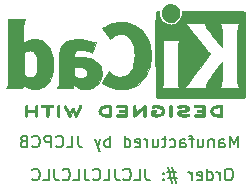
<source format=gbr>
%TF.GenerationSoftware,KiCad,Pcbnew,(6.0.0-0)*%
%TF.CreationDate,2022-12-05T15:15:12-05:00*%
%TF.ProjectId,Body_LED_Controller_V2,426f6479-5f4c-4454-945f-436f6e74726f,1.0*%
%TF.SameCoordinates,Original*%
%TF.FileFunction,Legend,Bot*%
%TF.FilePolarity,Positive*%
%FSLAX46Y46*%
G04 Gerber Fmt 4.6, Leading zero omitted, Abs format (unit mm)*
G04 Created by KiCad (PCBNEW (6.0.0-0)) date 2022-12-05 15:15:12*
%MOMM*%
%LPD*%
G01*
G04 APERTURE LIST*
%ADD10C,0.150000*%
%ADD11C,0.010000*%
G04 APERTURE END LIST*
D10*
X161146095Y-81240380D02*
X160955619Y-81240380D01*
X160860380Y-81288000D01*
X160765142Y-81383238D01*
X160717523Y-81573714D01*
X160717523Y-81907047D01*
X160765142Y-82097523D01*
X160860380Y-82192761D01*
X160955619Y-82240380D01*
X161146095Y-82240380D01*
X161241333Y-82192761D01*
X161336571Y-82097523D01*
X161384190Y-81907047D01*
X161384190Y-81573714D01*
X161336571Y-81383238D01*
X161241333Y-81288000D01*
X161146095Y-81240380D01*
X160288952Y-82240380D02*
X160288952Y-81573714D01*
X160288952Y-81764190D02*
X160241333Y-81668952D01*
X160193714Y-81621333D01*
X160098476Y-81573714D01*
X160003238Y-81573714D01*
X159241333Y-82240380D02*
X159241333Y-81240380D01*
X159241333Y-82192761D02*
X159336571Y-82240380D01*
X159527047Y-82240380D01*
X159622285Y-82192761D01*
X159669904Y-82145142D01*
X159717523Y-82049904D01*
X159717523Y-81764190D01*
X159669904Y-81668952D01*
X159622285Y-81621333D01*
X159527047Y-81573714D01*
X159336571Y-81573714D01*
X159241333Y-81621333D01*
X158384190Y-82192761D02*
X158479428Y-82240380D01*
X158669904Y-82240380D01*
X158765142Y-82192761D01*
X158812761Y-82097523D01*
X158812761Y-81716571D01*
X158765142Y-81621333D01*
X158669904Y-81573714D01*
X158479428Y-81573714D01*
X158384190Y-81621333D01*
X158336571Y-81716571D01*
X158336571Y-81811809D01*
X158812761Y-81907047D01*
X157908000Y-82240380D02*
X157908000Y-81573714D01*
X157908000Y-81764190D02*
X157860380Y-81668952D01*
X157812761Y-81621333D01*
X157717523Y-81573714D01*
X157622285Y-81573714D01*
X156574666Y-81573714D02*
X155860380Y-81573714D01*
X156288952Y-81145142D02*
X156574666Y-82430857D01*
X155955619Y-82002285D02*
X156669904Y-82002285D01*
X156241333Y-82430857D02*
X155955619Y-81145142D01*
X155527047Y-82145142D02*
X155479428Y-82192761D01*
X155527047Y-82240380D01*
X155574666Y-82192761D01*
X155527047Y-82145142D01*
X155527047Y-82240380D01*
X155527047Y-81621333D02*
X155479428Y-81668952D01*
X155527047Y-81716571D01*
X155574666Y-81668952D01*
X155527047Y-81621333D01*
X155527047Y-81716571D01*
X154003238Y-81240380D02*
X154003238Y-81954666D01*
X154050857Y-82097523D01*
X154146095Y-82192761D01*
X154288952Y-82240380D01*
X154384190Y-82240380D01*
X153050857Y-82240380D02*
X153527047Y-82240380D01*
X153527047Y-81240380D01*
X152146095Y-82145142D02*
X152193714Y-82192761D01*
X152336571Y-82240380D01*
X152431809Y-82240380D01*
X152574666Y-82192761D01*
X152669904Y-82097523D01*
X152717523Y-82002285D01*
X152765142Y-81811809D01*
X152765142Y-81668952D01*
X152717523Y-81478476D01*
X152669904Y-81383238D01*
X152574666Y-81288000D01*
X152431809Y-81240380D01*
X152336571Y-81240380D01*
X152193714Y-81288000D01*
X152146095Y-81335619D01*
X151431809Y-81240380D02*
X151431809Y-81954666D01*
X151479428Y-82097523D01*
X151574666Y-82192761D01*
X151717523Y-82240380D01*
X151812761Y-82240380D01*
X150479428Y-82240380D02*
X150955619Y-82240380D01*
X150955619Y-81240380D01*
X149574666Y-82145142D02*
X149622285Y-82192761D01*
X149765142Y-82240380D01*
X149860380Y-82240380D01*
X150003238Y-82192761D01*
X150098476Y-82097523D01*
X150146095Y-82002285D01*
X150193714Y-81811809D01*
X150193714Y-81668952D01*
X150146095Y-81478476D01*
X150098476Y-81383238D01*
X150003238Y-81288000D01*
X149860380Y-81240380D01*
X149765142Y-81240380D01*
X149622285Y-81288000D01*
X149574666Y-81335619D01*
X148860380Y-81240380D02*
X148860380Y-81954666D01*
X148908000Y-82097523D01*
X149003238Y-82192761D01*
X149146095Y-82240380D01*
X149241333Y-82240380D01*
X147908000Y-82240380D02*
X148384190Y-82240380D01*
X148384190Y-81240380D01*
X147003238Y-82145142D02*
X147050857Y-82192761D01*
X147193714Y-82240380D01*
X147288952Y-82240380D01*
X147431809Y-82192761D01*
X147527047Y-82097523D01*
X147574666Y-82002285D01*
X147622285Y-81811809D01*
X147622285Y-81668952D01*
X147574666Y-81478476D01*
X147527047Y-81383238D01*
X147431809Y-81288000D01*
X147288952Y-81240380D01*
X147193714Y-81240380D01*
X147050857Y-81288000D01*
X147003238Y-81335619D01*
X146288952Y-81240380D02*
X146288952Y-81954666D01*
X146336571Y-82097523D01*
X146431809Y-82192761D01*
X146574666Y-82240380D01*
X146669904Y-82240380D01*
X145336571Y-82240380D02*
X145812761Y-82240380D01*
X145812761Y-81240380D01*
X144431809Y-82145142D02*
X144479428Y-82192761D01*
X144622285Y-82240380D01*
X144717523Y-82240380D01*
X144860380Y-82192761D01*
X144955619Y-82097523D01*
X145003238Y-82002285D01*
X145050857Y-81811809D01*
X145050857Y-81668952D01*
X145003238Y-81478476D01*
X144955619Y-81383238D01*
X144860380Y-81288000D01*
X144717523Y-81240380D01*
X144622285Y-81240380D01*
X144479428Y-81288000D01*
X144431809Y-81335619D01*
X161820666Y-79446380D02*
X161820666Y-78446380D01*
X161487333Y-79160666D01*
X161154000Y-78446380D01*
X161154000Y-79446380D01*
X160249238Y-79446380D02*
X160249238Y-78922571D01*
X160296857Y-78827333D01*
X160392095Y-78779714D01*
X160582571Y-78779714D01*
X160677809Y-78827333D01*
X160249238Y-79398761D02*
X160344476Y-79446380D01*
X160582571Y-79446380D01*
X160677809Y-79398761D01*
X160725428Y-79303523D01*
X160725428Y-79208285D01*
X160677809Y-79113047D01*
X160582571Y-79065428D01*
X160344476Y-79065428D01*
X160249238Y-79017809D01*
X159773047Y-78779714D02*
X159773047Y-79446380D01*
X159773047Y-78874952D02*
X159725428Y-78827333D01*
X159630190Y-78779714D01*
X159487333Y-78779714D01*
X159392095Y-78827333D01*
X159344476Y-78922571D01*
X159344476Y-79446380D01*
X158439714Y-78779714D02*
X158439714Y-79446380D01*
X158868285Y-78779714D02*
X158868285Y-79303523D01*
X158820666Y-79398761D01*
X158725428Y-79446380D01*
X158582571Y-79446380D01*
X158487333Y-79398761D01*
X158439714Y-79351142D01*
X158106380Y-78779714D02*
X157725428Y-78779714D01*
X157963523Y-79446380D02*
X157963523Y-78589238D01*
X157915904Y-78494000D01*
X157820666Y-78446380D01*
X157725428Y-78446380D01*
X156963523Y-79446380D02*
X156963523Y-78922571D01*
X157011142Y-78827333D01*
X157106380Y-78779714D01*
X157296857Y-78779714D01*
X157392095Y-78827333D01*
X156963523Y-79398761D02*
X157058761Y-79446380D01*
X157296857Y-79446380D01*
X157392095Y-79398761D01*
X157439714Y-79303523D01*
X157439714Y-79208285D01*
X157392095Y-79113047D01*
X157296857Y-79065428D01*
X157058761Y-79065428D01*
X156963523Y-79017809D01*
X156058761Y-79398761D02*
X156154000Y-79446380D01*
X156344476Y-79446380D01*
X156439714Y-79398761D01*
X156487333Y-79351142D01*
X156534952Y-79255904D01*
X156534952Y-78970190D01*
X156487333Y-78874952D01*
X156439714Y-78827333D01*
X156344476Y-78779714D01*
X156154000Y-78779714D01*
X156058761Y-78827333D01*
X155773047Y-78779714D02*
X155392095Y-78779714D01*
X155630190Y-78446380D02*
X155630190Y-79303523D01*
X155582571Y-79398761D01*
X155487333Y-79446380D01*
X155392095Y-79446380D01*
X154630190Y-78779714D02*
X154630190Y-79446380D01*
X155058761Y-78779714D02*
X155058761Y-79303523D01*
X155011142Y-79398761D01*
X154915904Y-79446380D01*
X154773047Y-79446380D01*
X154677809Y-79398761D01*
X154630190Y-79351142D01*
X154154000Y-79446380D02*
X154154000Y-78779714D01*
X154154000Y-78970190D02*
X154106380Y-78874952D01*
X154058761Y-78827333D01*
X153963523Y-78779714D01*
X153868285Y-78779714D01*
X153154000Y-79398761D02*
X153249238Y-79446380D01*
X153439714Y-79446380D01*
X153534952Y-79398761D01*
X153582571Y-79303523D01*
X153582571Y-78922571D01*
X153534952Y-78827333D01*
X153439714Y-78779714D01*
X153249238Y-78779714D01*
X153154000Y-78827333D01*
X153106380Y-78922571D01*
X153106380Y-79017809D01*
X153582571Y-79113047D01*
X152249238Y-79446380D02*
X152249238Y-78446380D01*
X152249238Y-79398761D02*
X152344476Y-79446380D01*
X152534952Y-79446380D01*
X152630190Y-79398761D01*
X152677809Y-79351142D01*
X152725428Y-79255904D01*
X152725428Y-78970190D01*
X152677809Y-78874952D01*
X152630190Y-78827333D01*
X152534952Y-78779714D01*
X152344476Y-78779714D01*
X152249238Y-78827333D01*
X151011142Y-79446380D02*
X151011142Y-78446380D01*
X151011142Y-78827333D02*
X150915904Y-78779714D01*
X150725428Y-78779714D01*
X150630190Y-78827333D01*
X150582571Y-78874952D01*
X150534952Y-78970190D01*
X150534952Y-79255904D01*
X150582571Y-79351142D01*
X150630190Y-79398761D01*
X150725428Y-79446380D01*
X150915904Y-79446380D01*
X151011142Y-79398761D01*
X150201619Y-78779714D02*
X149963523Y-79446380D01*
X149725428Y-78779714D02*
X149963523Y-79446380D01*
X150058761Y-79684476D01*
X150106380Y-79732095D01*
X150201619Y-79779714D01*
X148296857Y-78446380D02*
X148296857Y-79160666D01*
X148344476Y-79303523D01*
X148439714Y-79398761D01*
X148582571Y-79446380D01*
X148677809Y-79446380D01*
X147344476Y-79446380D02*
X147820666Y-79446380D01*
X147820666Y-78446380D01*
X146439714Y-79351142D02*
X146487333Y-79398761D01*
X146630190Y-79446380D01*
X146725428Y-79446380D01*
X146868285Y-79398761D01*
X146963523Y-79303523D01*
X147011142Y-79208285D01*
X147058761Y-79017809D01*
X147058761Y-78874952D01*
X147011142Y-78684476D01*
X146963523Y-78589238D01*
X146868285Y-78494000D01*
X146725428Y-78446380D01*
X146630190Y-78446380D01*
X146487333Y-78494000D01*
X146439714Y-78541619D01*
X146011142Y-79446380D02*
X146011142Y-78446380D01*
X145630190Y-78446380D01*
X145534952Y-78494000D01*
X145487333Y-78541619D01*
X145439714Y-78636857D01*
X145439714Y-78779714D01*
X145487333Y-78874952D01*
X145534952Y-78922571D01*
X145630190Y-78970190D01*
X146011142Y-78970190D01*
X144439714Y-79351142D02*
X144487333Y-79398761D01*
X144630190Y-79446380D01*
X144725428Y-79446380D01*
X144868285Y-79398761D01*
X144963523Y-79303523D01*
X145011142Y-79208285D01*
X145058761Y-79017809D01*
X145058761Y-78874952D01*
X145011142Y-78684476D01*
X144963523Y-78589238D01*
X144868285Y-78494000D01*
X144725428Y-78446380D01*
X144630190Y-78446380D01*
X144487333Y-78494000D01*
X144439714Y-78541619D01*
X143677809Y-78922571D02*
X143534952Y-78970190D01*
X143487333Y-79017809D01*
X143439714Y-79113047D01*
X143439714Y-79255904D01*
X143487333Y-79351142D01*
X143534952Y-79398761D01*
X143630190Y-79446380D01*
X144011142Y-79446380D01*
X144011142Y-78446380D01*
X143677809Y-78446380D01*
X143582571Y-78494000D01*
X143534952Y-78541619D01*
X143487333Y-78636857D01*
X143487333Y-78732095D01*
X143534952Y-78827333D01*
X143582571Y-78874952D01*
X143677809Y-78922571D01*
X144011142Y-78922571D01*
D11*
%TO.C,REF\u002A\u002A*%
X158449384Y-75866516D02*
X158356976Y-75867012D01*
X158356976Y-75867012D02*
X158287227Y-75868165D01*
X158287227Y-75868165D02*
X158236437Y-75870244D01*
X158236437Y-75870244D02*
X158200905Y-75873515D01*
X158200905Y-75873515D02*
X158176932Y-75878247D01*
X158176932Y-75878247D02*
X158160818Y-75884707D01*
X158160818Y-75884707D02*
X158148863Y-75893163D01*
X158148863Y-75893163D02*
X158144533Y-75897055D01*
X158144533Y-75897055D02*
X158118205Y-75938404D01*
X158118205Y-75938404D02*
X158113465Y-75985916D01*
X158113465Y-75985916D02*
X158130784Y-76028095D01*
X158130784Y-76028095D02*
X158138793Y-76036620D01*
X158138793Y-76036620D02*
X158151746Y-76044885D01*
X158151746Y-76044885D02*
X158172602Y-76051261D01*
X158172602Y-76051261D02*
X158205230Y-76056059D01*
X158205230Y-76056059D02*
X158253496Y-76059588D01*
X158253496Y-76059588D02*
X158321268Y-76062158D01*
X158321268Y-76062158D02*
X158412414Y-76064081D01*
X158412414Y-76064081D02*
X158495745Y-76065251D01*
X158495745Y-76065251D02*
X158825546Y-76069310D01*
X158825546Y-76069310D02*
X158834560Y-76242150D01*
X158834560Y-76242150D02*
X158610696Y-76242150D01*
X158610696Y-76242150D02*
X158513508Y-76242989D01*
X158513508Y-76242989D02*
X158442357Y-76246496D01*
X158442357Y-76246496D02*
X158393245Y-76254159D01*
X158393245Y-76254159D02*
X158362171Y-76267467D01*
X158362171Y-76267467D02*
X158345138Y-76287905D01*
X158345138Y-76287905D02*
X158338146Y-76316963D01*
X158338146Y-76316963D02*
X158337084Y-76343931D01*
X158337084Y-76343931D02*
X158340384Y-76377021D01*
X158340384Y-76377021D02*
X158352837Y-76401404D01*
X158352837Y-76401404D02*
X158378274Y-76418353D01*
X158378274Y-76418353D02*
X158420525Y-76429143D01*
X158420525Y-76429143D02*
X158483420Y-76435048D01*
X158483420Y-76435048D02*
X158570789Y-76437341D01*
X158570789Y-76437341D02*
X158618475Y-76437535D01*
X158618475Y-76437535D02*
X158833060Y-76437535D01*
X158833060Y-76437535D02*
X158833060Y-76647949D01*
X158833060Y-76647949D02*
X158502409Y-76647949D01*
X158502409Y-76647949D02*
X158394024Y-76648100D01*
X158394024Y-76648100D02*
X158311651Y-76648778D01*
X158311651Y-76648778D02*
X158251243Y-76650320D01*
X158251243Y-76650320D02*
X158208753Y-76653063D01*
X158208753Y-76653063D02*
X158180135Y-76657345D01*
X158180135Y-76657345D02*
X158161342Y-76663503D01*
X158161342Y-76663503D02*
X158148328Y-76671873D01*
X158148328Y-76671873D02*
X158141699Y-76678008D01*
X158141699Y-76678008D02*
X158118961Y-76713813D01*
X158118961Y-76713813D02*
X158111640Y-76745641D01*
X158111640Y-76745641D02*
X158122093Y-76784518D01*
X158122093Y-76784518D02*
X158141699Y-76813274D01*
X158141699Y-76813274D02*
X158152159Y-76822327D01*
X158152159Y-76822327D02*
X158165662Y-76829357D01*
X158165662Y-76829357D02*
X158185840Y-76834618D01*
X158185840Y-76834618D02*
X158216325Y-76838365D01*
X158216325Y-76838365D02*
X158260749Y-76840854D01*
X158260749Y-76840854D02*
X158322745Y-76842339D01*
X158322745Y-76842339D02*
X158405945Y-76843075D01*
X158405945Y-76843075D02*
X158513981Y-76843318D01*
X158513981Y-76843318D02*
X158570043Y-76843334D01*
X158570043Y-76843334D02*
X158690098Y-76843227D01*
X158690098Y-76843227D02*
X158783728Y-76842739D01*
X158783728Y-76842739D02*
X158854563Y-76841613D01*
X158854563Y-76841613D02*
X158906235Y-76839595D01*
X158906235Y-76839595D02*
X158942377Y-76836430D01*
X158942377Y-76836430D02*
X158966622Y-76831863D01*
X158966622Y-76831863D02*
X158982601Y-76825640D01*
X158982601Y-76825640D02*
X158993947Y-76817504D01*
X158993947Y-76817504D02*
X158998386Y-76813274D01*
X158998386Y-76813274D02*
X159007171Y-76803160D01*
X159007171Y-76803160D02*
X159014058Y-76790112D01*
X159014058Y-76790112D02*
X159019275Y-76770634D01*
X159019275Y-76770634D02*
X159023053Y-76741228D01*
X159023053Y-76741228D02*
X159025624Y-76698398D01*
X159025624Y-76698398D02*
X159027218Y-76638648D01*
X159027218Y-76638648D02*
X159028065Y-76558481D01*
X159028065Y-76558481D02*
X159028396Y-76454401D01*
X159028396Y-76454401D02*
X159028445Y-76357492D01*
X159028445Y-76357492D02*
X159028400Y-76233387D01*
X159028400Y-76233387D02*
X159028088Y-76135830D01*
X159028088Y-76135830D02*
X159027242Y-76061310D01*
X159027242Y-76061310D02*
X159025596Y-76006315D01*
X159025596Y-76006315D02*
X159022883Y-75967334D01*
X159022883Y-75967334D02*
X159018837Y-75940857D01*
X159018837Y-75940857D02*
X159013191Y-75923370D01*
X159013191Y-75923370D02*
X159005680Y-75911364D01*
X159005680Y-75911364D02*
X158996036Y-75901327D01*
X158996036Y-75901327D02*
X158993660Y-75899090D01*
X158993660Y-75899090D02*
X158982129Y-75889183D01*
X158982129Y-75889183D02*
X158968732Y-75881512D01*
X158968732Y-75881512D02*
X158949750Y-75875790D01*
X158949750Y-75875790D02*
X158921469Y-75871732D01*
X158921469Y-75871732D02*
X158880172Y-75869052D01*
X158880172Y-75869052D02*
X158822142Y-75867466D01*
X158822142Y-75867466D02*
X158743663Y-75866688D01*
X158743663Y-75866688D02*
X158641020Y-75866432D01*
X158641020Y-75866432D02*
X158568150Y-75866410D01*
X158568150Y-75866410D02*
X158449384Y-75866516D01*
X158449384Y-75866516D02*
X158449384Y-75866516D01*
G36*
X158641020Y-75866432D02*
G01*
X158743663Y-75866688D01*
X158822142Y-75867466D01*
X158880172Y-75869052D01*
X158921469Y-75871732D01*
X158949750Y-75875790D01*
X158968732Y-75881512D01*
X158982129Y-75889183D01*
X158993660Y-75899090D01*
X158996036Y-75901327D01*
X159005680Y-75911364D01*
X159013191Y-75923370D01*
X159018837Y-75940857D01*
X159022883Y-75967334D01*
X159025596Y-76006315D01*
X159027242Y-76061310D01*
X159028088Y-76135830D01*
X159028400Y-76233387D01*
X159028445Y-76357492D01*
X159028396Y-76454401D01*
X159028065Y-76558481D01*
X159027218Y-76638648D01*
X159025624Y-76698398D01*
X159023053Y-76741228D01*
X159019275Y-76770634D01*
X159014058Y-76790112D01*
X159007171Y-76803160D01*
X158998386Y-76813274D01*
X158993947Y-76817504D01*
X158982601Y-76825640D01*
X158966622Y-76831863D01*
X158942377Y-76836430D01*
X158906235Y-76839595D01*
X158854563Y-76841613D01*
X158783728Y-76842739D01*
X158690098Y-76843227D01*
X158570043Y-76843334D01*
X158513981Y-76843318D01*
X158405945Y-76843075D01*
X158322745Y-76842339D01*
X158260749Y-76840854D01*
X158216325Y-76838365D01*
X158185840Y-76834618D01*
X158165662Y-76829357D01*
X158152159Y-76822327D01*
X158141699Y-76813274D01*
X158122093Y-76784518D01*
X158111640Y-76745641D01*
X158118961Y-76713813D01*
X158141699Y-76678008D01*
X158148328Y-76671873D01*
X158161342Y-76663503D01*
X158180135Y-76657345D01*
X158208753Y-76653063D01*
X158251243Y-76650320D01*
X158311651Y-76648778D01*
X158394024Y-76648100D01*
X158502409Y-76647949D01*
X158833060Y-76647949D01*
X158833060Y-76437535D01*
X158618475Y-76437535D01*
X158570789Y-76437341D01*
X158483420Y-76435048D01*
X158420525Y-76429143D01*
X158378274Y-76418353D01*
X158352837Y-76401404D01*
X158340384Y-76377021D01*
X158337084Y-76343931D01*
X158338146Y-76316963D01*
X158345138Y-76287905D01*
X158362171Y-76267467D01*
X158393245Y-76254159D01*
X158442357Y-76246496D01*
X158513508Y-76242989D01*
X158610696Y-76242150D01*
X158834560Y-76242150D01*
X158825546Y-76069310D01*
X158495745Y-76065251D01*
X158412414Y-76064081D01*
X158321268Y-76062158D01*
X158253496Y-76059588D01*
X158205230Y-76056059D01*
X158172602Y-76051261D01*
X158151746Y-76044885D01*
X158138793Y-76036620D01*
X158130784Y-76028095D01*
X158113465Y-75985916D01*
X158118205Y-75938404D01*
X158144533Y-75897055D01*
X158148863Y-75893163D01*
X158160818Y-75884707D01*
X158176932Y-75878247D01*
X158200905Y-75873515D01*
X158236437Y-75870244D01*
X158287227Y-75868165D01*
X158356976Y-75867012D01*
X158449384Y-75866516D01*
X158568150Y-75866410D01*
X158641020Y-75866432D01*
G37*
X158641020Y-75866432D02*
X158743663Y-75866688D01*
X158822142Y-75867466D01*
X158880172Y-75869052D01*
X158921469Y-75871732D01*
X158949750Y-75875790D01*
X158968732Y-75881512D01*
X158982129Y-75889183D01*
X158993660Y-75899090D01*
X158996036Y-75901327D01*
X159005680Y-75911364D01*
X159013191Y-75923370D01*
X159018837Y-75940857D01*
X159022883Y-75967334D01*
X159025596Y-76006315D01*
X159027242Y-76061310D01*
X159028088Y-76135830D01*
X159028400Y-76233387D01*
X159028445Y-76357492D01*
X159028396Y-76454401D01*
X159028065Y-76558481D01*
X159027218Y-76638648D01*
X159025624Y-76698398D01*
X159023053Y-76741228D01*
X159019275Y-76770634D01*
X159014058Y-76790112D01*
X159007171Y-76803160D01*
X158998386Y-76813274D01*
X158993947Y-76817504D01*
X158982601Y-76825640D01*
X158966622Y-76831863D01*
X158942377Y-76836430D01*
X158906235Y-76839595D01*
X158854563Y-76841613D01*
X158783728Y-76842739D01*
X158690098Y-76843227D01*
X158570043Y-76843334D01*
X158513981Y-76843318D01*
X158405945Y-76843075D01*
X158322745Y-76842339D01*
X158260749Y-76840854D01*
X158216325Y-76838365D01*
X158185840Y-76834618D01*
X158165662Y-76829357D01*
X158152159Y-76822327D01*
X158141699Y-76813274D01*
X158122093Y-76784518D01*
X158111640Y-76745641D01*
X158118961Y-76713813D01*
X158141699Y-76678008D01*
X158148328Y-76671873D01*
X158161342Y-76663503D01*
X158180135Y-76657345D01*
X158208753Y-76653063D01*
X158251243Y-76650320D01*
X158311651Y-76648778D01*
X158394024Y-76648100D01*
X158502409Y-76647949D01*
X158833060Y-76647949D01*
X158833060Y-76437535D01*
X158618475Y-76437535D01*
X158570789Y-76437341D01*
X158483420Y-76435048D01*
X158420525Y-76429143D01*
X158378274Y-76418353D01*
X158352837Y-76401404D01*
X158340384Y-76377021D01*
X158337084Y-76343931D01*
X158338146Y-76316963D01*
X158345138Y-76287905D01*
X158362171Y-76267467D01*
X158393245Y-76254159D01*
X158442357Y-76246496D01*
X158513508Y-76242989D01*
X158610696Y-76242150D01*
X158834560Y-76242150D01*
X158825546Y-76069310D01*
X158495745Y-76065251D01*
X158412414Y-76064081D01*
X158321268Y-76062158D01*
X158253496Y-76059588D01*
X158205230Y-76056059D01*
X158172602Y-76051261D01*
X158151746Y-76044885D01*
X158138793Y-76036620D01*
X158130784Y-76028095D01*
X158113465Y-75985916D01*
X158118205Y-75938404D01*
X158144533Y-75897055D01*
X158148863Y-75893163D01*
X158160818Y-75884707D01*
X158176932Y-75878247D01*
X158200905Y-75873515D01*
X158236437Y-75870244D01*
X158287227Y-75868165D01*
X158356976Y-75867012D01*
X158449384Y-75866516D01*
X158568150Y-75866410D01*
X158641020Y-75866432D01*
X153905874Y-75872244D02*
X153874499Y-75890649D01*
X153874499Y-75890649D02*
X153833476Y-75920749D01*
X153833476Y-75920749D02*
X153780678Y-75963960D01*
X153780678Y-75963960D02*
X153713979Y-76021702D01*
X153713979Y-76021702D02*
X153631253Y-76095392D01*
X153631253Y-76095392D02*
X153530374Y-76186448D01*
X153530374Y-76186448D02*
X153414895Y-76291138D01*
X153414895Y-76291138D02*
X153174421Y-76509207D01*
X153174421Y-76509207D02*
X153166906Y-76216508D01*
X153166906Y-76216508D02*
X153164193Y-76115754D01*
X153164193Y-76115754D02*
X153161576Y-76040722D01*
X153161576Y-76040722D02*
X153158474Y-75987084D01*
X153158474Y-75987084D02*
X153154310Y-75950510D01*
X153154310Y-75950510D02*
X153148505Y-75926671D01*
X153148505Y-75926671D02*
X153140478Y-75911238D01*
X153140478Y-75911238D02*
X153129651Y-75899882D01*
X153129651Y-75899882D02*
X153123910Y-75895110D01*
X153123910Y-75895110D02*
X153077937Y-75869877D01*
X153077937Y-75869877D02*
X153034191Y-75873566D01*
X153034191Y-75873566D02*
X152999489Y-75895123D01*
X152999489Y-75895123D02*
X152964007Y-75923835D01*
X152964007Y-75923835D02*
X152959594Y-76343150D01*
X152959594Y-76343150D02*
X152958373Y-76466471D01*
X152958373Y-76466471D02*
X152957751Y-76563348D01*
X152957751Y-76563348D02*
X152957944Y-76637394D01*
X152957944Y-76637394D02*
X152959168Y-76692221D01*
X152959168Y-76692221D02*
X152961638Y-76731443D01*
X152961638Y-76731443D02*
X152965568Y-76758673D01*
X152965568Y-76758673D02*
X152971174Y-76777523D01*
X152971174Y-76777523D02*
X152978672Y-76791605D01*
X152978672Y-76791605D02*
X152986987Y-76802899D01*
X152986987Y-76802899D02*
X153004976Y-76823846D01*
X153004976Y-76823846D02*
X153022875Y-76837731D01*
X153022875Y-76837731D02*
X153043166Y-76843060D01*
X153043166Y-76843060D02*
X153068332Y-76838340D01*
X153068332Y-76838340D02*
X153100854Y-76822077D01*
X153100854Y-76822077D02*
X153143217Y-76792777D01*
X153143217Y-76792777D02*
X153197902Y-76748946D01*
X153197902Y-76748946D02*
X153267391Y-76689091D01*
X153267391Y-76689091D02*
X153354169Y-76611718D01*
X153354169Y-76611718D02*
X153452469Y-76522814D01*
X153452469Y-76522814D02*
X153805664Y-76202435D01*
X153805664Y-76202435D02*
X153813179Y-76494177D01*
X153813179Y-76494177D02*
X153815897Y-76594747D01*
X153815897Y-76594747D02*
X153818521Y-76669604D01*
X153818521Y-76669604D02*
X153821633Y-76723084D01*
X153821633Y-76723084D02*
X153825816Y-76759526D01*
X153825816Y-76759526D02*
X153831651Y-76783268D01*
X153831651Y-76783268D02*
X153839720Y-76798646D01*
X153839720Y-76798646D02*
X153850605Y-76810000D01*
X153850605Y-76810000D02*
X153856175Y-76814626D01*
X153856175Y-76814626D02*
X153905410Y-76840042D01*
X153905410Y-76840042D02*
X153951931Y-76836209D01*
X153951931Y-76836209D02*
X153992443Y-76803733D01*
X153992443Y-76803733D02*
X154001710Y-76790667D01*
X154001710Y-76790667D02*
X154008933Y-76775409D01*
X154008933Y-76775409D02*
X154014366Y-76754296D01*
X154014366Y-76754296D02*
X154018262Y-76723669D01*
X154018262Y-76723669D02*
X154020875Y-76679866D01*
X154020875Y-76679866D02*
X154022461Y-76619227D01*
X154022461Y-76619227D02*
X154023272Y-76538091D01*
X154023272Y-76538091D02*
X154023562Y-76432797D01*
X154023562Y-76432797D02*
X154023593Y-76354872D01*
X154023593Y-76354872D02*
X154023495Y-76232988D01*
X154023495Y-76232988D02*
X154023033Y-76137503D01*
X154023033Y-76137503D02*
X154021951Y-76064755D01*
X154021951Y-76064755D02*
X154019997Y-76011083D01*
X154019997Y-76011083D02*
X154016916Y-75972827D01*
X154016916Y-75972827D02*
X154012454Y-75946327D01*
X154012454Y-75946327D02*
X154006357Y-75927920D01*
X154006357Y-75927920D02*
X153998371Y-75913948D01*
X153998371Y-75913948D02*
X153992443Y-75906011D01*
X153992443Y-75906011D02*
X153977416Y-75887212D01*
X153977416Y-75887212D02*
X153963372Y-75873017D01*
X153963372Y-75873017D02*
X153948184Y-75864846D01*
X153948184Y-75864846D02*
X153929727Y-75864116D01*
X153929727Y-75864116D02*
X153905874Y-75872244D01*
X153905874Y-75872244D02*
X153905874Y-75872244D01*
G36*
X153948184Y-75864846D02*
G01*
X153963372Y-75873017D01*
X153977416Y-75887212D01*
X153992443Y-75906011D01*
X153998371Y-75913948D01*
X154006357Y-75927920D01*
X154012454Y-75946327D01*
X154016916Y-75972827D01*
X154019997Y-76011083D01*
X154021951Y-76064755D01*
X154023033Y-76137503D01*
X154023495Y-76232988D01*
X154023593Y-76354872D01*
X154023562Y-76432797D01*
X154023272Y-76538091D01*
X154022461Y-76619227D01*
X154020875Y-76679866D01*
X154018262Y-76723669D01*
X154014366Y-76754296D01*
X154008933Y-76775409D01*
X154001710Y-76790667D01*
X153992443Y-76803733D01*
X153951931Y-76836209D01*
X153905410Y-76840042D01*
X153856175Y-76814626D01*
X153850605Y-76810000D01*
X153839720Y-76798646D01*
X153831651Y-76783268D01*
X153825816Y-76759526D01*
X153821633Y-76723084D01*
X153818521Y-76669604D01*
X153815897Y-76594747D01*
X153813179Y-76494177D01*
X153805664Y-76202435D01*
X153452469Y-76522814D01*
X153354169Y-76611718D01*
X153267391Y-76689091D01*
X153197902Y-76748946D01*
X153143217Y-76792777D01*
X153100854Y-76822077D01*
X153068332Y-76838340D01*
X153043166Y-76843060D01*
X153022875Y-76837731D01*
X153004976Y-76823846D01*
X152986987Y-76802899D01*
X152978672Y-76791605D01*
X152971174Y-76777523D01*
X152965568Y-76758673D01*
X152961638Y-76731443D01*
X152959168Y-76692221D01*
X152957944Y-76637394D01*
X152957751Y-76563348D01*
X152958373Y-76466471D01*
X152959594Y-76343150D01*
X152964007Y-75923835D01*
X152999489Y-75895123D01*
X153034191Y-75873566D01*
X153077937Y-75869877D01*
X153123910Y-75895110D01*
X153129651Y-75899882D01*
X153140478Y-75911238D01*
X153148505Y-75926671D01*
X153154310Y-75950510D01*
X153158474Y-75987084D01*
X153161576Y-76040722D01*
X153164193Y-76115754D01*
X153166906Y-76216508D01*
X153174421Y-76509207D01*
X153414895Y-76291138D01*
X153530374Y-76186448D01*
X153631253Y-76095392D01*
X153713979Y-76021702D01*
X153780678Y-75963960D01*
X153833476Y-75920749D01*
X153874499Y-75890649D01*
X153905874Y-75872244D01*
X153929727Y-75864116D01*
X153948184Y-75864846D01*
G37*
X153948184Y-75864846D02*
X153963372Y-75873017D01*
X153977416Y-75887212D01*
X153992443Y-75906011D01*
X153998371Y-75913948D01*
X154006357Y-75927920D01*
X154012454Y-75946327D01*
X154016916Y-75972827D01*
X154019997Y-76011083D01*
X154021951Y-76064755D01*
X154023033Y-76137503D01*
X154023495Y-76232988D01*
X154023593Y-76354872D01*
X154023562Y-76432797D01*
X154023272Y-76538091D01*
X154022461Y-76619227D01*
X154020875Y-76679866D01*
X154018262Y-76723669D01*
X154014366Y-76754296D01*
X154008933Y-76775409D01*
X154001710Y-76790667D01*
X153992443Y-76803733D01*
X153951931Y-76836209D01*
X153905410Y-76840042D01*
X153856175Y-76814626D01*
X153850605Y-76810000D01*
X153839720Y-76798646D01*
X153831651Y-76783268D01*
X153825816Y-76759526D01*
X153821633Y-76723084D01*
X153818521Y-76669604D01*
X153815897Y-76594747D01*
X153813179Y-76494177D01*
X153805664Y-76202435D01*
X153452469Y-76522814D01*
X153354169Y-76611718D01*
X153267391Y-76689091D01*
X153197902Y-76748946D01*
X153143217Y-76792777D01*
X153100854Y-76822077D01*
X153068332Y-76838340D01*
X153043166Y-76843060D01*
X153022875Y-76837731D01*
X153004976Y-76823846D01*
X152986987Y-76802899D01*
X152978672Y-76791605D01*
X152971174Y-76777523D01*
X152965568Y-76758673D01*
X152961638Y-76731443D01*
X152959168Y-76692221D01*
X152957944Y-76637394D01*
X152957751Y-76563348D01*
X152958373Y-76466471D01*
X152959594Y-76343150D01*
X152964007Y-75923835D01*
X152999489Y-75895123D01*
X153034191Y-75873566D01*
X153077937Y-75869877D01*
X153123910Y-75895110D01*
X153129651Y-75899882D01*
X153140478Y-75911238D01*
X153148505Y-75926671D01*
X153154310Y-75950510D01*
X153158474Y-75987084D01*
X153161576Y-76040722D01*
X153164193Y-76115754D01*
X153166906Y-76216508D01*
X153174421Y-76509207D01*
X153414895Y-76291138D01*
X153530374Y-76186448D01*
X153631253Y-76095392D01*
X153713979Y-76021702D01*
X153780678Y-75963960D01*
X153833476Y-75920749D01*
X153874499Y-75890649D01*
X153905874Y-75872244D01*
X153929727Y-75864116D01*
X153948184Y-75864846D01*
X151868284Y-75866667D02*
X151766623Y-75867884D01*
X151766623Y-75867884D02*
X151688718Y-75870730D01*
X151688718Y-75870730D02*
X151631419Y-75875874D01*
X151631419Y-75875874D02*
X151591573Y-75883984D01*
X151591573Y-75883984D02*
X151566032Y-75895731D01*
X151566032Y-75895731D02*
X151551643Y-75911782D01*
X151551643Y-75911782D02*
X151545255Y-75932808D01*
X151545255Y-75932808D02*
X151543719Y-75959476D01*
X151543719Y-75959476D02*
X151543711Y-75962626D01*
X151543711Y-75962626D02*
X151545045Y-75992790D01*
X151545045Y-75992790D02*
X151551349Y-76016103D01*
X151551349Y-76016103D02*
X151566078Y-76033506D01*
X151566078Y-76033506D02*
X151592685Y-76045940D01*
X151592685Y-76045940D02*
X151634626Y-76054345D01*
X151634626Y-76054345D02*
X151695354Y-76059665D01*
X151695354Y-76059665D02*
X151778324Y-76062839D01*
X151778324Y-76062839D02*
X151886989Y-76064809D01*
X151886989Y-76064809D02*
X151920295Y-76065245D01*
X151920295Y-76065245D02*
X152242587Y-76069310D01*
X152242587Y-76069310D02*
X152247094Y-76155730D01*
X152247094Y-76155730D02*
X152251602Y-76242150D01*
X152251602Y-76242150D02*
X152027737Y-76242150D01*
X152027737Y-76242150D02*
X151940279Y-76242473D01*
X151940279Y-76242473D02*
X151877831Y-76243837D01*
X151877831Y-76243837D02*
X151835346Y-76246839D01*
X151835346Y-76246839D02*
X151807777Y-76252073D01*
X151807777Y-76252073D02*
X151790078Y-76260135D01*
X151790078Y-76260135D02*
X151777203Y-76271620D01*
X151777203Y-76271620D02*
X151777120Y-76271711D01*
X151777120Y-76271711D02*
X151753770Y-76316471D01*
X151753770Y-76316471D02*
X151754614Y-76364847D01*
X151754614Y-76364847D02*
X151779121Y-76406086D01*
X151779121Y-76406086D02*
X151783971Y-76410325D01*
X151783971Y-76410325D02*
X151801185Y-76421249D01*
X151801185Y-76421249D02*
X151824774Y-76428849D01*
X151824774Y-76428849D02*
X151859993Y-76433697D01*
X151859993Y-76433697D02*
X151912100Y-76436366D01*
X151912100Y-76436366D02*
X151986350Y-76437428D01*
X151986350Y-76437428D02*
X152033838Y-76437535D01*
X152033838Y-76437535D02*
X152250102Y-76437535D01*
X152250102Y-76437535D02*
X152250102Y-76647949D01*
X152250102Y-76647949D02*
X151921780Y-76647949D01*
X151921780Y-76647949D02*
X151813382Y-76648139D01*
X151813382Y-76648139D02*
X151731065Y-76648914D01*
X151731065Y-76648914D02*
X151670851Y-76650584D01*
X151670851Y-76650584D02*
X151628765Y-76653458D01*
X151628765Y-76653458D02*
X151600829Y-76657847D01*
X151600829Y-76657847D02*
X151583066Y-76664059D01*
X151583066Y-76664059D02*
X151571500Y-76672404D01*
X151571500Y-76672404D02*
X151568585Y-76675434D01*
X151568585Y-76675434D02*
X151547064Y-76717434D01*
X151547064Y-76717434D02*
X151545490Y-76765214D01*
X151545490Y-76765214D02*
X151563145Y-76806642D01*
X151563145Y-76806642D02*
X151577115Y-76819937D01*
X151577115Y-76819937D02*
X151591646Y-76827256D01*
X151591646Y-76827256D02*
X151614162Y-76832919D01*
X151614162Y-76832919D02*
X151648224Y-76837123D01*
X151648224Y-76837123D02*
X151697393Y-76840068D01*
X151697393Y-76840068D02*
X151765232Y-76841951D01*
X151765232Y-76841951D02*
X151855302Y-76842970D01*
X151855302Y-76842970D02*
X151971163Y-76843325D01*
X151971163Y-76843325D02*
X151997357Y-76843334D01*
X151997357Y-76843334D02*
X152115161Y-76843256D01*
X152115161Y-76843256D02*
X152206604Y-76842831D01*
X152206604Y-76842831D02*
X152275386Y-76841766D01*
X152275386Y-76841766D02*
X152325204Y-76839769D01*
X152325204Y-76839769D02*
X152359760Y-76836550D01*
X152359760Y-76836550D02*
X152382750Y-76831816D01*
X152382750Y-76831816D02*
X152397874Y-76825277D01*
X152397874Y-76825277D02*
X152408831Y-76816641D01*
X152408831Y-76816641D02*
X152414842Y-76810440D01*
X152414842Y-76810440D02*
X152423890Y-76799457D01*
X152423890Y-76799457D02*
X152430958Y-76785852D01*
X152430958Y-76785852D02*
X152436291Y-76766056D01*
X152436291Y-76766056D02*
X152440132Y-76736502D01*
X152440132Y-76736502D02*
X152442725Y-76693621D01*
X152442725Y-76693621D02*
X152444313Y-76633845D01*
X152444313Y-76633845D02*
X152445139Y-76553607D01*
X152445139Y-76553607D02*
X152445448Y-76449339D01*
X152445448Y-76449339D02*
X152445486Y-76361580D01*
X152445486Y-76361580D02*
X152445392Y-76238608D01*
X152445392Y-76238608D02*
X152444943Y-76142069D01*
X152444943Y-76142069D02*
X152443892Y-76068339D01*
X152443892Y-76068339D02*
X152441990Y-76013790D01*
X152441990Y-76013790D02*
X152438991Y-75974799D01*
X152438991Y-75974799D02*
X152434645Y-75947739D01*
X152434645Y-75947739D02*
X152428706Y-75928984D01*
X152428706Y-75928984D02*
X152420925Y-75914910D01*
X152420925Y-75914910D02*
X152414336Y-75906011D01*
X152414336Y-75906011D02*
X152383186Y-75866410D01*
X152383186Y-75866410D02*
X151996852Y-75866410D01*
X151996852Y-75866410D02*
X151868284Y-75866667D01*
X151868284Y-75866667D02*
X151868284Y-75866667D01*
G36*
X152414336Y-75906011D02*
G01*
X152420925Y-75914910D01*
X152428706Y-75928984D01*
X152434645Y-75947739D01*
X152438991Y-75974799D01*
X152441990Y-76013790D01*
X152443892Y-76068339D01*
X152444943Y-76142069D01*
X152445392Y-76238608D01*
X152445486Y-76361580D01*
X152445448Y-76449339D01*
X152445139Y-76553607D01*
X152444313Y-76633845D01*
X152442725Y-76693621D01*
X152440132Y-76736502D01*
X152436291Y-76766056D01*
X152430958Y-76785852D01*
X152423890Y-76799457D01*
X152414842Y-76810440D01*
X152408831Y-76816641D01*
X152397874Y-76825277D01*
X152382750Y-76831816D01*
X152359760Y-76836550D01*
X152325204Y-76839769D01*
X152275386Y-76841766D01*
X152206604Y-76842831D01*
X152115161Y-76843256D01*
X151997357Y-76843334D01*
X151971163Y-76843325D01*
X151855302Y-76842970D01*
X151765232Y-76841951D01*
X151697393Y-76840068D01*
X151648224Y-76837123D01*
X151614162Y-76832919D01*
X151591646Y-76827256D01*
X151577115Y-76819937D01*
X151563145Y-76806642D01*
X151545490Y-76765214D01*
X151547064Y-76717434D01*
X151568585Y-76675434D01*
X151571500Y-76672404D01*
X151583066Y-76664059D01*
X151600829Y-76657847D01*
X151628765Y-76653458D01*
X151670851Y-76650584D01*
X151731065Y-76648914D01*
X151813382Y-76648139D01*
X151921780Y-76647949D01*
X152250102Y-76647949D01*
X152250102Y-76437535D01*
X152033838Y-76437535D01*
X151986350Y-76437428D01*
X151912100Y-76436366D01*
X151859993Y-76433697D01*
X151824774Y-76428849D01*
X151801185Y-76421249D01*
X151783971Y-76410325D01*
X151779121Y-76406086D01*
X151754614Y-76364847D01*
X151753770Y-76316471D01*
X151777120Y-76271711D01*
X151777203Y-76271620D01*
X151790078Y-76260135D01*
X151807777Y-76252073D01*
X151835346Y-76246839D01*
X151877831Y-76243837D01*
X151940279Y-76242473D01*
X152027737Y-76242150D01*
X152251602Y-76242150D01*
X152247094Y-76155730D01*
X152242587Y-76069310D01*
X151920295Y-76065245D01*
X151886989Y-76064809D01*
X151778324Y-76062839D01*
X151695354Y-76059665D01*
X151634626Y-76054345D01*
X151592685Y-76045940D01*
X151566078Y-76033506D01*
X151551349Y-76016103D01*
X151545045Y-75992790D01*
X151543711Y-75962626D01*
X151543719Y-75959476D01*
X151545255Y-75932808D01*
X151551643Y-75911782D01*
X151566032Y-75895731D01*
X151591573Y-75883984D01*
X151631419Y-75875874D01*
X151688718Y-75870730D01*
X151766623Y-75867884D01*
X151868284Y-75866667D01*
X151996852Y-75866410D01*
X152383186Y-75866410D01*
X152414336Y-75906011D01*
G37*
X152414336Y-75906011D02*
X152420925Y-75914910D01*
X152428706Y-75928984D01*
X152434645Y-75947739D01*
X152438991Y-75974799D01*
X152441990Y-76013790D01*
X152443892Y-76068339D01*
X152444943Y-76142069D01*
X152445392Y-76238608D01*
X152445486Y-76361580D01*
X152445448Y-76449339D01*
X152445139Y-76553607D01*
X152444313Y-76633845D01*
X152442725Y-76693621D01*
X152440132Y-76736502D01*
X152436291Y-76766056D01*
X152430958Y-76785852D01*
X152423890Y-76799457D01*
X152414842Y-76810440D01*
X152408831Y-76816641D01*
X152397874Y-76825277D01*
X152382750Y-76831816D01*
X152359760Y-76836550D01*
X152325204Y-76839769D01*
X152275386Y-76841766D01*
X152206604Y-76842831D01*
X152115161Y-76843256D01*
X151997357Y-76843334D01*
X151971163Y-76843325D01*
X151855302Y-76842970D01*
X151765232Y-76841951D01*
X151697393Y-76840068D01*
X151648224Y-76837123D01*
X151614162Y-76832919D01*
X151591646Y-76827256D01*
X151577115Y-76819937D01*
X151563145Y-76806642D01*
X151545490Y-76765214D01*
X151547064Y-76717434D01*
X151568585Y-76675434D01*
X151571500Y-76672404D01*
X151583066Y-76664059D01*
X151600829Y-76657847D01*
X151628765Y-76653458D01*
X151670851Y-76650584D01*
X151731065Y-76648914D01*
X151813382Y-76648139D01*
X151921780Y-76647949D01*
X152250102Y-76647949D01*
X152250102Y-76437535D01*
X152033838Y-76437535D01*
X151986350Y-76437428D01*
X151912100Y-76436366D01*
X151859993Y-76433697D01*
X151824774Y-76428849D01*
X151801185Y-76421249D01*
X151783971Y-76410325D01*
X151779121Y-76406086D01*
X151754614Y-76364847D01*
X151753770Y-76316471D01*
X151777120Y-76271711D01*
X151777203Y-76271620D01*
X151790078Y-76260135D01*
X151807777Y-76252073D01*
X151835346Y-76246839D01*
X151877831Y-76243837D01*
X151940279Y-76242473D01*
X152027737Y-76242150D01*
X152251602Y-76242150D01*
X152247094Y-76155730D01*
X152242587Y-76069310D01*
X151920295Y-76065245D01*
X151886989Y-76064809D01*
X151778324Y-76062839D01*
X151695354Y-76059665D01*
X151634626Y-76054345D01*
X151592685Y-76045940D01*
X151566078Y-76033506D01*
X151551349Y-76016103D01*
X151545045Y-75992790D01*
X151543711Y-75962626D01*
X151543719Y-75959476D01*
X151545255Y-75932808D01*
X151551643Y-75911782D01*
X151566032Y-75895731D01*
X151591573Y-75883984D01*
X151631419Y-75875874D01*
X151688718Y-75870730D01*
X151766623Y-75867884D01*
X151868284Y-75866667D01*
X151996852Y-75866410D01*
X152383186Y-75866410D01*
X152414336Y-75906011D01*
X154771216Y-75873776D02*
X154679995Y-75889082D01*
X154679995Y-75889082D02*
X154609936Y-75912875D01*
X154609936Y-75912875D02*
X154564358Y-75944204D01*
X154564358Y-75944204D02*
X154551938Y-75962078D01*
X154551938Y-75962078D02*
X154539308Y-76003649D01*
X154539308Y-76003649D02*
X154547807Y-76041256D01*
X154547807Y-76041256D02*
X154574639Y-76076919D01*
X154574639Y-76076919D02*
X154616330Y-76093603D01*
X154616330Y-76093603D02*
X154676824Y-76092248D01*
X154676824Y-76092248D02*
X154723613Y-76083209D01*
X154723613Y-76083209D02*
X154827582Y-76065987D01*
X154827582Y-76065987D02*
X154933834Y-76064351D01*
X154933834Y-76064351D02*
X155052763Y-76078329D01*
X155052763Y-76078329D02*
X155085614Y-76084252D01*
X155085614Y-76084252D02*
X155196199Y-76115431D01*
X155196199Y-76115431D02*
X155282713Y-76161810D01*
X155282713Y-76161810D02*
X155344207Y-76222599D01*
X155344207Y-76222599D02*
X155379732Y-76297008D01*
X155379732Y-76297008D02*
X155387079Y-76335478D01*
X155387079Y-76335478D02*
X155382270Y-76413527D01*
X155382270Y-76413527D02*
X155351220Y-76482581D01*
X155351220Y-76482581D02*
X155296760Y-76541293D01*
X155296760Y-76541293D02*
X155221718Y-76588317D01*
X155221718Y-76588317D02*
X155128924Y-76622307D01*
X155128924Y-76622307D02*
X155021206Y-76641918D01*
X155021206Y-76641918D02*
X154901395Y-76645805D01*
X154901395Y-76645805D02*
X154772319Y-76632620D01*
X154772319Y-76632620D02*
X154765031Y-76631376D01*
X154765031Y-76631376D02*
X154713692Y-76621814D01*
X154713692Y-76621814D02*
X154685226Y-76612578D01*
X154685226Y-76612578D02*
X154672888Y-76598873D01*
X154672888Y-76598873D02*
X154669932Y-76575906D01*
X154669932Y-76575906D02*
X154669865Y-76563743D01*
X154669865Y-76563743D02*
X154669865Y-76512683D01*
X154669865Y-76512683D02*
X154761031Y-76512683D01*
X154761031Y-76512683D02*
X154841536Y-76507168D01*
X154841536Y-76507168D02*
X154896475Y-76489594D01*
X154896475Y-76489594D02*
X154928440Y-76458417D01*
X154928440Y-76458417D02*
X154940026Y-76412094D01*
X154940026Y-76412094D02*
X154940167Y-76406048D01*
X154940167Y-76406048D02*
X154933389Y-76366453D01*
X154933389Y-76366453D02*
X154910145Y-76338181D01*
X154910145Y-76338181D02*
X154866884Y-76319471D01*
X154866884Y-76319471D02*
X154800055Y-76308564D01*
X154800055Y-76308564D02*
X154735324Y-76304554D01*
X154735324Y-76304554D02*
X154641241Y-76302253D01*
X154641241Y-76302253D02*
X154572998Y-76305764D01*
X154572998Y-76305764D02*
X154526455Y-76318719D01*
X154526455Y-76318719D02*
X154497472Y-76344750D01*
X154497472Y-76344750D02*
X154481909Y-76387491D01*
X154481909Y-76387491D02*
X154475625Y-76450574D01*
X154475625Y-76450574D02*
X154474480Y-76533428D01*
X154474480Y-76533428D02*
X154476356Y-76625910D01*
X154476356Y-76625910D02*
X154482000Y-76688818D01*
X154482000Y-76688818D02*
X154491436Y-76722403D01*
X154491436Y-76722403D02*
X154493267Y-76725033D01*
X154493267Y-76725033D02*
X154545079Y-76766998D01*
X154545079Y-76766998D02*
X154621044Y-76800232D01*
X154621044Y-76800232D02*
X154716346Y-76824023D01*
X154716346Y-76824023D02*
X154826170Y-76837663D01*
X154826170Y-76837663D02*
X154945700Y-76840442D01*
X154945700Y-76840442D02*
X155070120Y-76831649D01*
X155070120Y-76831649D02*
X155143297Y-76820849D01*
X155143297Y-76820849D02*
X155258074Y-76788362D01*
X155258074Y-76788362D02*
X155364750Y-76735250D01*
X155364750Y-76735250D02*
X155454065Y-76666319D01*
X155454065Y-76666319D02*
X155467640Y-76652542D01*
X155467640Y-76652542D02*
X155511746Y-76594622D01*
X155511746Y-76594622D02*
X155551543Y-76522840D01*
X155551543Y-76522840D02*
X155582381Y-76447583D01*
X155582381Y-76447583D02*
X155599611Y-76379241D01*
X155599611Y-76379241D02*
X155601688Y-76352993D01*
X155601688Y-76352993D02*
X155592847Y-76298241D01*
X155592847Y-76298241D02*
X155569349Y-76230119D01*
X155569349Y-76230119D02*
X155535703Y-76158414D01*
X155535703Y-76158414D02*
X155496418Y-76092913D01*
X155496418Y-76092913D02*
X155461709Y-76049162D01*
X155461709Y-76049162D02*
X155380557Y-75984083D01*
X155380557Y-75984083D02*
X155275652Y-75932285D01*
X155275652Y-75932285D02*
X155150754Y-75894938D01*
X155150754Y-75894938D02*
X155009621Y-75873217D01*
X155009621Y-75873217D02*
X154880279Y-75867909D01*
X154880279Y-75867909D02*
X154771216Y-75873776D01*
X154771216Y-75873776D02*
X154771216Y-75873776D01*
G36*
X155009621Y-75873217D02*
G01*
X155150754Y-75894938D01*
X155275652Y-75932285D01*
X155380557Y-75984083D01*
X155461709Y-76049162D01*
X155496418Y-76092913D01*
X155535703Y-76158414D01*
X155569349Y-76230119D01*
X155592847Y-76298241D01*
X155601688Y-76352993D01*
X155599611Y-76379241D01*
X155582381Y-76447583D01*
X155551543Y-76522840D01*
X155511746Y-76594622D01*
X155467640Y-76652542D01*
X155454065Y-76666319D01*
X155364750Y-76735250D01*
X155258074Y-76788362D01*
X155143297Y-76820849D01*
X155070120Y-76831649D01*
X154945700Y-76840442D01*
X154826170Y-76837663D01*
X154716346Y-76824023D01*
X154621044Y-76800232D01*
X154545079Y-76766998D01*
X154493267Y-76725033D01*
X154491436Y-76722403D01*
X154482000Y-76688818D01*
X154476356Y-76625910D01*
X154474480Y-76533428D01*
X154475625Y-76450574D01*
X154481909Y-76387491D01*
X154497472Y-76344750D01*
X154526455Y-76318719D01*
X154572998Y-76305764D01*
X154641241Y-76302253D01*
X154735324Y-76304554D01*
X154800055Y-76308564D01*
X154866884Y-76319471D01*
X154910145Y-76338181D01*
X154933389Y-76366453D01*
X154940167Y-76406048D01*
X154940026Y-76412094D01*
X154928440Y-76458417D01*
X154896475Y-76489594D01*
X154841536Y-76507168D01*
X154761031Y-76512683D01*
X154669865Y-76512683D01*
X154669865Y-76563743D01*
X154669932Y-76575906D01*
X154672888Y-76598873D01*
X154685226Y-76612578D01*
X154713692Y-76621814D01*
X154765031Y-76631376D01*
X154772319Y-76632620D01*
X154901395Y-76645805D01*
X155021206Y-76641918D01*
X155128924Y-76622307D01*
X155221718Y-76588317D01*
X155296760Y-76541293D01*
X155351220Y-76482581D01*
X155382270Y-76413527D01*
X155387079Y-76335478D01*
X155379732Y-76297008D01*
X155344207Y-76222599D01*
X155282713Y-76161810D01*
X155196199Y-76115431D01*
X155085614Y-76084252D01*
X155052763Y-76078329D01*
X154933834Y-76064351D01*
X154827582Y-76065987D01*
X154723613Y-76083209D01*
X154676824Y-76092248D01*
X154616330Y-76093603D01*
X154574639Y-76076919D01*
X154547807Y-76041256D01*
X154539308Y-76003649D01*
X154551938Y-75962078D01*
X154564358Y-75944204D01*
X154609936Y-75912875D01*
X154679995Y-75889082D01*
X154771216Y-75873776D01*
X154880279Y-75867909D01*
X155009621Y-75873217D01*
G37*
X155009621Y-75873217D02*
X155150754Y-75894938D01*
X155275652Y-75932285D01*
X155380557Y-75984083D01*
X155461709Y-76049162D01*
X155496418Y-76092913D01*
X155535703Y-76158414D01*
X155569349Y-76230119D01*
X155592847Y-76298241D01*
X155601688Y-76352993D01*
X155599611Y-76379241D01*
X155582381Y-76447583D01*
X155551543Y-76522840D01*
X155511746Y-76594622D01*
X155467640Y-76652542D01*
X155454065Y-76666319D01*
X155364750Y-76735250D01*
X155258074Y-76788362D01*
X155143297Y-76820849D01*
X155070120Y-76831649D01*
X154945700Y-76840442D01*
X154826170Y-76837663D01*
X154716346Y-76824023D01*
X154621044Y-76800232D01*
X154545079Y-76766998D01*
X154493267Y-76725033D01*
X154491436Y-76722403D01*
X154482000Y-76688818D01*
X154476356Y-76625910D01*
X154474480Y-76533428D01*
X154475625Y-76450574D01*
X154481909Y-76387491D01*
X154497472Y-76344750D01*
X154526455Y-76318719D01*
X154572998Y-76305764D01*
X154641241Y-76302253D01*
X154735324Y-76304554D01*
X154800055Y-76308564D01*
X154866884Y-76319471D01*
X154910145Y-76338181D01*
X154933389Y-76366453D01*
X154940167Y-76406048D01*
X154940026Y-76412094D01*
X154928440Y-76458417D01*
X154896475Y-76489594D01*
X154841536Y-76507168D01*
X154761031Y-76512683D01*
X154669865Y-76512683D01*
X154669865Y-76563743D01*
X154669932Y-76575906D01*
X154672888Y-76598873D01*
X154685226Y-76612578D01*
X154713692Y-76621814D01*
X154765031Y-76631376D01*
X154772319Y-76632620D01*
X154901395Y-76645805D01*
X155021206Y-76641918D01*
X155128924Y-76622307D01*
X155221718Y-76588317D01*
X155296760Y-76541293D01*
X155351220Y-76482581D01*
X155382270Y-76413527D01*
X155387079Y-76335478D01*
X155379732Y-76297008D01*
X155344207Y-76222599D01*
X155282713Y-76161810D01*
X155196199Y-76115431D01*
X155085614Y-76084252D01*
X155052763Y-76078329D01*
X154933834Y-76064351D01*
X154827582Y-76065987D01*
X154723613Y-76083209D01*
X154676824Y-76092248D01*
X154616330Y-76093603D01*
X154574639Y-76076919D01*
X154547807Y-76041256D01*
X154539308Y-76003649D01*
X154551938Y-75962078D01*
X154564358Y-75944204D01*
X154609936Y-75912875D01*
X154679995Y-75889082D01*
X154771216Y-75873776D01*
X154880279Y-75867909D01*
X155009621Y-75873217D01*
X147189453Y-75869030D02*
X147163372Y-75878350D01*
X147163372Y-75878350D02*
X147162366Y-75878806D01*
X147162366Y-75878806D02*
X147126948Y-75905834D01*
X147126948Y-75905834D02*
X147107434Y-75933636D01*
X147107434Y-75933636D02*
X147103616Y-75946672D01*
X147103616Y-75946672D02*
X147103805Y-75963992D01*
X147103805Y-75963992D02*
X147109178Y-75988667D01*
X147109178Y-75988667D02*
X147120912Y-76023764D01*
X147120912Y-76023764D02*
X147140187Y-76072353D01*
X147140187Y-76072353D02*
X147168178Y-76137502D01*
X147168178Y-76137502D02*
X147206064Y-76222281D01*
X147206064Y-76222281D02*
X147255022Y-76329759D01*
X147255022Y-76329759D02*
X147281969Y-76388503D01*
X147281969Y-76388503D02*
X147330630Y-76493373D01*
X147330630Y-76493373D02*
X147376310Y-76589814D01*
X147376310Y-76589814D02*
X147417266Y-76674298D01*
X147417266Y-76674298D02*
X147451754Y-76743300D01*
X147451754Y-76743300D02*
X147478031Y-76793294D01*
X147478031Y-76793294D02*
X147494354Y-76820754D01*
X147494354Y-76820754D02*
X147497584Y-76824547D01*
X147497584Y-76824547D02*
X147538911Y-76841280D01*
X147538911Y-76841280D02*
X147585591Y-76839039D01*
X147585591Y-76839039D02*
X147623030Y-76818687D01*
X147623030Y-76818687D02*
X147624556Y-76817032D01*
X147624556Y-76817032D02*
X147639449Y-76794486D01*
X147639449Y-76794486D02*
X147664431Y-76750571D01*
X147664431Y-76750571D02*
X147696421Y-76690940D01*
X147696421Y-76690940D02*
X147732340Y-76621246D01*
X147732340Y-76621246D02*
X147745248Y-76595563D01*
X147745248Y-76595563D02*
X147842686Y-76400397D01*
X147842686Y-76400397D02*
X147948894Y-76612407D01*
X147948894Y-76612407D02*
X147986803Y-76685661D01*
X147986803Y-76685661D02*
X148021973Y-76749190D01*
X148021973Y-76749190D02*
X148051532Y-76798131D01*
X148051532Y-76798131D02*
X148072606Y-76827622D01*
X148072606Y-76827622D02*
X148079748Y-76833876D01*
X148079748Y-76833876D02*
X148135262Y-76842345D01*
X148135262Y-76842345D02*
X148181071Y-76824547D01*
X148181071Y-76824547D02*
X148194546Y-76805525D01*
X148194546Y-76805525D02*
X148217864Y-76763249D01*
X148217864Y-76763249D02*
X148249123Y-76701880D01*
X148249123Y-76701880D02*
X148286420Y-76625576D01*
X148286420Y-76625576D02*
X148327854Y-76538499D01*
X148327854Y-76538499D02*
X148371522Y-76444807D01*
X148371522Y-76444807D02*
X148415522Y-76348661D01*
X148415522Y-76348661D02*
X148457952Y-76254221D01*
X148457952Y-76254221D02*
X148496910Y-76165645D01*
X148496910Y-76165645D02*
X148530493Y-76087096D01*
X148530493Y-76087096D02*
X148556799Y-76022731D01*
X148556799Y-76022731D02*
X148573926Y-75976711D01*
X148573926Y-75976711D02*
X148579971Y-75953197D01*
X148579971Y-75953197D02*
X148579909Y-75952345D01*
X148579909Y-75952345D02*
X148565200Y-75922756D01*
X148565200Y-75922756D02*
X148535798Y-75892620D01*
X148535798Y-75892620D02*
X148534067Y-75891308D01*
X148534067Y-75891308D02*
X148497930Y-75870882D01*
X148497930Y-75870882D02*
X148464506Y-75871080D01*
X148464506Y-75871080D02*
X148451978Y-75874931D01*
X148451978Y-75874931D02*
X148436713Y-75883253D01*
X148436713Y-75883253D02*
X148420502Y-75899625D01*
X148420502Y-75899625D02*
X148401401Y-75927442D01*
X148401401Y-75927442D02*
X148377465Y-75970100D01*
X148377465Y-75970100D02*
X148346749Y-76030995D01*
X148346749Y-76030995D02*
X148307309Y-76113525D01*
X148307309Y-76113525D02*
X148271742Y-76189707D01*
X148271742Y-76189707D02*
X148230823Y-76278014D01*
X148230823Y-76278014D02*
X148194156Y-76357426D01*
X148194156Y-76357426D02*
X148163646Y-76423796D01*
X148163646Y-76423796D02*
X148141198Y-76472975D01*
X148141198Y-76472975D02*
X148128717Y-76500813D01*
X148128717Y-76500813D02*
X148126897Y-76505168D01*
X148126897Y-76505168D02*
X148118710Y-76498049D01*
X148118710Y-76498049D02*
X148099895Y-76468241D01*
X148099895Y-76468241D02*
X148072954Y-76420096D01*
X148072954Y-76420096D02*
X148040392Y-76357963D01*
X148040392Y-76357963D02*
X148027434Y-76332328D01*
X148027434Y-76332328D02*
X147983540Y-76245765D01*
X147983540Y-76245765D02*
X147949689Y-76182725D01*
X147949689Y-76182725D02*
X147923103Y-76139542D01*
X147923103Y-76139542D02*
X147901005Y-76112552D01*
X147901005Y-76112552D02*
X147880616Y-76098088D01*
X147880616Y-76098088D02*
X147859160Y-76092487D01*
X147859160Y-76092487D02*
X147845177Y-76091854D01*
X147845177Y-76091854D02*
X147820512Y-76094040D01*
X147820512Y-76094040D02*
X147798898Y-76103079D01*
X147798898Y-76103079D02*
X147777422Y-76122697D01*
X147777422Y-76122697D02*
X147753170Y-76156617D01*
X147753170Y-76156617D02*
X147723230Y-76208562D01*
X147723230Y-76208562D02*
X147684687Y-76282258D01*
X147684687Y-76282258D02*
X147663422Y-76324180D01*
X147663422Y-76324180D02*
X147628928Y-76390994D01*
X147628928Y-76390994D02*
X147598844Y-76446401D01*
X147598844Y-76446401D02*
X147575823Y-76485727D01*
X147575823Y-76485727D02*
X147562520Y-76504296D01*
X147562520Y-76504296D02*
X147560711Y-76505069D01*
X147560711Y-76505069D02*
X147552120Y-76490455D01*
X147552120Y-76490455D02*
X147532886Y-76452507D01*
X147532886Y-76452507D02*
X147504935Y-76395196D01*
X147504935Y-76395196D02*
X147470193Y-76322496D01*
X147470193Y-76322496D02*
X147430587Y-76238376D01*
X147430587Y-76238376D02*
X147411104Y-76196594D01*
X147411104Y-76196594D02*
X147360420Y-76088763D01*
X147360420Y-76088763D02*
X147319607Y-76005790D01*
X147319607Y-76005790D02*
X147286546Y-75944966D01*
X147286546Y-75944966D02*
X147259119Y-75903585D01*
X147259119Y-75903585D02*
X147235208Y-75878940D01*
X147235208Y-75878940D02*
X147212692Y-75868324D01*
X147212692Y-75868324D02*
X147189453Y-75869030D01*
X147189453Y-75869030D02*
X147189453Y-75869030D01*
G36*
X147235208Y-75878940D02*
G01*
X147259119Y-75903585D01*
X147286546Y-75944966D01*
X147319607Y-76005790D01*
X147360420Y-76088763D01*
X147411104Y-76196594D01*
X147430587Y-76238376D01*
X147470193Y-76322496D01*
X147504935Y-76395196D01*
X147532886Y-76452507D01*
X147552120Y-76490455D01*
X147560711Y-76505069D01*
X147562520Y-76504296D01*
X147575823Y-76485727D01*
X147598844Y-76446401D01*
X147628928Y-76390994D01*
X147663422Y-76324180D01*
X147684687Y-76282258D01*
X147723230Y-76208562D01*
X147753170Y-76156617D01*
X147777422Y-76122697D01*
X147798898Y-76103079D01*
X147820512Y-76094040D01*
X147845177Y-76091854D01*
X147859160Y-76092487D01*
X147880616Y-76098088D01*
X147901005Y-76112552D01*
X147923103Y-76139542D01*
X147949689Y-76182725D01*
X147983540Y-76245765D01*
X148027434Y-76332328D01*
X148040392Y-76357963D01*
X148072954Y-76420096D01*
X148099895Y-76468241D01*
X148118710Y-76498049D01*
X148126897Y-76505168D01*
X148128717Y-76500813D01*
X148141198Y-76472975D01*
X148163646Y-76423796D01*
X148194156Y-76357426D01*
X148230823Y-76278014D01*
X148271742Y-76189707D01*
X148307309Y-76113525D01*
X148346749Y-76030995D01*
X148377465Y-75970100D01*
X148401401Y-75927442D01*
X148420502Y-75899625D01*
X148436713Y-75883253D01*
X148451978Y-75874931D01*
X148464506Y-75871080D01*
X148497930Y-75870882D01*
X148534067Y-75891308D01*
X148535798Y-75892620D01*
X148565200Y-75922756D01*
X148579909Y-75952345D01*
X148579971Y-75953197D01*
X148573926Y-75976711D01*
X148556799Y-76022731D01*
X148530493Y-76087096D01*
X148496910Y-76165645D01*
X148457952Y-76254221D01*
X148415522Y-76348661D01*
X148371522Y-76444807D01*
X148327854Y-76538499D01*
X148286420Y-76625576D01*
X148249123Y-76701880D01*
X148217864Y-76763249D01*
X148194546Y-76805525D01*
X148181071Y-76824547D01*
X148135262Y-76842345D01*
X148079748Y-76833876D01*
X148072606Y-76827622D01*
X148051532Y-76798131D01*
X148021973Y-76749190D01*
X147986803Y-76685661D01*
X147948894Y-76612407D01*
X147842686Y-76400397D01*
X147745248Y-76595563D01*
X147732340Y-76621246D01*
X147696421Y-76690940D01*
X147664431Y-76750571D01*
X147639449Y-76794486D01*
X147624556Y-76817032D01*
X147623030Y-76818687D01*
X147585591Y-76839039D01*
X147538911Y-76841280D01*
X147497584Y-76824547D01*
X147494354Y-76820754D01*
X147478031Y-76793294D01*
X147451754Y-76743300D01*
X147417266Y-76674298D01*
X147376310Y-76589814D01*
X147330630Y-76493373D01*
X147281969Y-76388503D01*
X147255022Y-76329759D01*
X147206064Y-76222281D01*
X147168178Y-76137502D01*
X147140187Y-76072353D01*
X147120912Y-76023764D01*
X147109178Y-75988667D01*
X147103805Y-75963992D01*
X147103616Y-75946672D01*
X147107434Y-75933636D01*
X147126948Y-75905834D01*
X147162366Y-75878806D01*
X147163372Y-75878350D01*
X147189453Y-75869030D01*
X147212692Y-75868324D01*
X147235208Y-75878940D01*
G37*
X147235208Y-75878940D02*
X147259119Y-75903585D01*
X147286546Y-75944966D01*
X147319607Y-76005790D01*
X147360420Y-76088763D01*
X147411104Y-76196594D01*
X147430587Y-76238376D01*
X147470193Y-76322496D01*
X147504935Y-76395196D01*
X147532886Y-76452507D01*
X147552120Y-76490455D01*
X147560711Y-76505069D01*
X147562520Y-76504296D01*
X147575823Y-76485727D01*
X147598844Y-76446401D01*
X147628928Y-76390994D01*
X147663422Y-76324180D01*
X147684687Y-76282258D01*
X147723230Y-76208562D01*
X147753170Y-76156617D01*
X147777422Y-76122697D01*
X147798898Y-76103079D01*
X147820512Y-76094040D01*
X147845177Y-76091854D01*
X147859160Y-76092487D01*
X147880616Y-76098088D01*
X147901005Y-76112552D01*
X147923103Y-76139542D01*
X147949689Y-76182725D01*
X147983540Y-76245765D01*
X148027434Y-76332328D01*
X148040392Y-76357963D01*
X148072954Y-76420096D01*
X148099895Y-76468241D01*
X148118710Y-76498049D01*
X148126897Y-76505168D01*
X148128717Y-76500813D01*
X148141198Y-76472975D01*
X148163646Y-76423796D01*
X148194156Y-76357426D01*
X148230823Y-76278014D01*
X148271742Y-76189707D01*
X148307309Y-76113525D01*
X148346749Y-76030995D01*
X148377465Y-75970100D01*
X148401401Y-75927442D01*
X148420502Y-75899625D01*
X148436713Y-75883253D01*
X148451978Y-75874931D01*
X148464506Y-75871080D01*
X148497930Y-75870882D01*
X148534067Y-75891308D01*
X148535798Y-75892620D01*
X148565200Y-75922756D01*
X148579909Y-75952345D01*
X148579971Y-75953197D01*
X148573926Y-75976711D01*
X148556799Y-76022731D01*
X148530493Y-76087096D01*
X148496910Y-76165645D01*
X148457952Y-76254221D01*
X148415522Y-76348661D01*
X148371522Y-76444807D01*
X148327854Y-76538499D01*
X148286420Y-76625576D01*
X148249123Y-76701880D01*
X148217864Y-76763249D01*
X148194546Y-76805525D01*
X148181071Y-76824547D01*
X148135262Y-76842345D01*
X148079748Y-76833876D01*
X148072606Y-76827622D01*
X148051532Y-76798131D01*
X148021973Y-76749190D01*
X147986803Y-76685661D01*
X147948894Y-76612407D01*
X147842686Y-76400397D01*
X147745248Y-76595563D01*
X147732340Y-76621246D01*
X147696421Y-76690940D01*
X147664431Y-76750571D01*
X147639449Y-76794486D01*
X147624556Y-76817032D01*
X147623030Y-76818687D01*
X147585591Y-76839039D01*
X147538911Y-76841280D01*
X147497584Y-76824547D01*
X147494354Y-76820754D01*
X147478031Y-76793294D01*
X147451754Y-76743300D01*
X147417266Y-76674298D01*
X147376310Y-76589814D01*
X147330630Y-76493373D01*
X147281969Y-76388503D01*
X147255022Y-76329759D01*
X147206064Y-76222281D01*
X147168178Y-76137502D01*
X147140187Y-76072353D01*
X147120912Y-76023764D01*
X147109178Y-75988667D01*
X147103805Y-75963992D01*
X147103616Y-75946672D01*
X147107434Y-75933636D01*
X147126948Y-75905834D01*
X147162366Y-75878806D01*
X147163372Y-75878350D01*
X147189453Y-75869030D01*
X147212692Y-75868324D01*
X147235208Y-75878940D01*
X155952318Y-67343933D02*
X155816071Y-67391172D01*
X155816071Y-67391172D02*
X155689221Y-67465527D01*
X155689221Y-67465527D02*
X155575933Y-67566987D01*
X155575933Y-67566987D02*
X155480372Y-67695543D01*
X155480372Y-67695543D02*
X155437446Y-67776572D01*
X155437446Y-67776572D02*
X155400295Y-67889908D01*
X155400295Y-67889908D02*
X155382288Y-68020751D01*
X155382288Y-68020751D02*
X155384283Y-68155265D01*
X155384283Y-68155265D02*
X155406423Y-68277158D01*
X155406423Y-68277158D02*
X155466936Y-68426107D01*
X155466936Y-68426107D02*
X155554686Y-68555309D01*
X155554686Y-68555309D02*
X155665212Y-68662223D01*
X155665212Y-68662223D02*
X155794054Y-68744306D01*
X155794054Y-68744306D02*
X155936753Y-68799016D01*
X155936753Y-68799016D02*
X156088849Y-68823810D01*
X156088849Y-68823810D02*
X156245881Y-68816147D01*
X156245881Y-68816147D02*
X156323286Y-68799772D01*
X156323286Y-68799772D02*
X156474141Y-68741089D01*
X156474141Y-68741089D02*
X156608125Y-68651543D01*
X156608125Y-68651543D02*
X156722006Y-68533893D01*
X156722006Y-68533893D02*
X156812552Y-68390902D01*
X156812552Y-68390902D02*
X156820212Y-68375286D01*
X156820212Y-68375286D02*
X156846694Y-68316686D01*
X156846694Y-68316686D02*
X156863322Y-68267334D01*
X156863322Y-68267334D02*
X156872350Y-68215270D01*
X156872350Y-68215270D02*
X156876032Y-68148539D01*
X156876032Y-68148539D02*
X156876643Y-68075929D01*
X156876643Y-68075929D02*
X156875633Y-67988691D01*
X156875633Y-67988691D02*
X156871072Y-67925624D01*
X156871072Y-67925624D02*
X156860666Y-67874636D01*
X156860666Y-67874636D02*
X156842121Y-67823633D01*
X156842121Y-67823633D02*
X156819230Y-67773313D01*
X156819230Y-67773313D02*
X156733846Y-67630470D01*
X156733846Y-67630470D02*
X156628699Y-67514810D01*
X156628699Y-67514810D02*
X156507955Y-67426325D01*
X156507955Y-67426325D02*
X156375779Y-67365005D01*
X156375779Y-67365005D02*
X156236337Y-67330839D01*
X156236337Y-67330839D02*
X156093795Y-67323818D01*
X156093795Y-67323818D02*
X155952318Y-67343933D01*
X155952318Y-67343933D02*
X155952318Y-67343933D01*
G36*
X156236337Y-67330839D02*
G01*
X156375779Y-67365005D01*
X156507955Y-67426325D01*
X156628699Y-67514810D01*
X156733846Y-67630470D01*
X156819230Y-67773313D01*
X156842121Y-67823633D01*
X156860666Y-67874636D01*
X156871072Y-67925624D01*
X156875633Y-67988691D01*
X156876643Y-68075929D01*
X156876032Y-68148539D01*
X156872350Y-68215270D01*
X156863322Y-68267334D01*
X156846694Y-68316686D01*
X156820212Y-68375286D01*
X156812552Y-68390902D01*
X156722006Y-68533893D01*
X156608125Y-68651543D01*
X156474141Y-68741089D01*
X156323286Y-68799772D01*
X156245881Y-68816147D01*
X156088849Y-68823810D01*
X155936753Y-68799016D01*
X155794054Y-68744306D01*
X155665212Y-68662223D01*
X155554686Y-68555309D01*
X155466936Y-68426107D01*
X155406423Y-68277158D01*
X155384283Y-68155265D01*
X155382288Y-68020751D01*
X155400295Y-67889908D01*
X155437446Y-67776572D01*
X155480372Y-67695543D01*
X155575933Y-67566987D01*
X155689221Y-67465527D01*
X155816071Y-67391172D01*
X155952318Y-67343933D01*
X156093795Y-67323818D01*
X156236337Y-67330839D01*
G37*
X156236337Y-67330839D02*
X156375779Y-67365005D01*
X156507955Y-67426325D01*
X156628699Y-67514810D01*
X156733846Y-67630470D01*
X156819230Y-67773313D01*
X156842121Y-67823633D01*
X156860666Y-67874636D01*
X156871072Y-67925624D01*
X156875633Y-67988691D01*
X156876643Y-68075929D01*
X156876032Y-68148539D01*
X156872350Y-68215270D01*
X156863322Y-68267334D01*
X156846694Y-68316686D01*
X156820212Y-68375286D01*
X156812552Y-68390902D01*
X156722006Y-68533893D01*
X156608125Y-68651543D01*
X156474141Y-68741089D01*
X156323286Y-68799772D01*
X156245881Y-68816147D01*
X156088849Y-68823810D01*
X155936753Y-68799016D01*
X155794054Y-68744306D01*
X155665212Y-68662223D01*
X155554686Y-68555309D01*
X155466936Y-68426107D01*
X155406423Y-68277158D01*
X155384283Y-68155265D01*
X155382288Y-68020751D01*
X155400295Y-67889908D01*
X155437446Y-67776572D01*
X155480372Y-67695543D01*
X155575933Y-67566987D01*
X155689221Y-67465527D01*
X155816071Y-67391172D01*
X155952318Y-67343933D01*
X156093795Y-67323818D01*
X156236337Y-67330839D01*
X160324708Y-75866409D02*
X160272143Y-75866944D01*
X160272143Y-75866944D02*
X160118119Y-75870660D01*
X160118119Y-75870660D02*
X159989125Y-75881699D01*
X159989125Y-75881699D02*
X159880763Y-75901246D01*
X159880763Y-75901246D02*
X159788638Y-75930483D01*
X159788638Y-75930483D02*
X159708353Y-75970597D01*
X159708353Y-75970597D02*
X159635512Y-76022769D01*
X159635512Y-76022769D02*
X159609495Y-76045433D01*
X159609495Y-76045433D02*
X159566337Y-76098462D01*
X159566337Y-76098462D02*
X159527421Y-76170421D01*
X159527421Y-76170421D02*
X159497427Y-76250184D01*
X159497427Y-76250184D02*
X159481035Y-76326625D01*
X159481035Y-76326625D02*
X159479332Y-76354872D01*
X159479332Y-76354872D02*
X159490005Y-76433174D01*
X159490005Y-76433174D02*
X159518607Y-76518705D01*
X159518607Y-76518705D02*
X159560011Y-76599663D01*
X159560011Y-76599663D02*
X159609095Y-76664246D01*
X159609095Y-76664246D02*
X159617067Y-76672038D01*
X159617067Y-76672038D02*
X159684600Y-76726808D01*
X159684600Y-76726808D02*
X159758552Y-76769563D01*
X159758552Y-76769563D02*
X159843188Y-76801423D01*
X159843188Y-76801423D02*
X159942771Y-76823508D01*
X159942771Y-76823508D02*
X160061566Y-76836938D01*
X160061566Y-76836938D02*
X160203834Y-76842834D01*
X160203834Y-76842834D02*
X160269000Y-76843334D01*
X160269000Y-76843334D02*
X160351855Y-76842935D01*
X160351855Y-76842935D02*
X160410123Y-76841266D01*
X160410123Y-76841266D02*
X160449270Y-76837622D01*
X160449270Y-76837622D02*
X160474763Y-76831293D01*
X160474763Y-76831293D02*
X160492068Y-76821574D01*
X160492068Y-76821574D02*
X160501344Y-76813274D01*
X160501344Y-76813274D02*
X160510106Y-76803192D01*
X160510106Y-76803192D02*
X160516979Y-76790185D01*
X160516979Y-76790185D02*
X160522192Y-76770769D01*
X160522192Y-76770769D02*
X160525973Y-76741460D01*
X160525973Y-76741460D02*
X160528551Y-76698773D01*
X160528551Y-76698773D02*
X160530154Y-76639225D01*
X160530154Y-76639225D02*
X160531011Y-76559330D01*
X160531011Y-76559330D02*
X160531351Y-76455605D01*
X160531351Y-76455605D02*
X160531403Y-76354872D01*
X160531403Y-76354872D02*
X160531734Y-76220519D01*
X160531734Y-76220519D02*
X160531662Y-76113192D01*
X160531662Y-76113192D02*
X160530384Y-76061795D01*
X160530384Y-76061795D02*
X160336019Y-76061795D01*
X160336019Y-76061795D02*
X160336019Y-76647949D01*
X160336019Y-76647949D02*
X160212025Y-76647835D01*
X160212025Y-76647835D02*
X160137415Y-76645696D01*
X160137415Y-76645696D02*
X160059272Y-76640183D01*
X160059272Y-76640183D02*
X159994074Y-76632472D01*
X159994074Y-76632472D02*
X159992090Y-76632155D01*
X159992090Y-76632155D02*
X159886717Y-76606678D01*
X159886717Y-76606678D02*
X159804986Y-76567000D01*
X159804986Y-76567000D02*
X159742816Y-76510538D01*
X159742816Y-76510538D02*
X159703314Y-76449406D01*
X159703314Y-76449406D02*
X159678974Y-76381593D01*
X159678974Y-76381593D02*
X159680861Y-76317919D01*
X159680861Y-76317919D02*
X159709109Y-76249665D01*
X159709109Y-76249665D02*
X159764362Y-76179056D01*
X159764362Y-76179056D02*
X159840927Y-76126735D01*
X159840927Y-76126735D02*
X159940449Y-76091763D01*
X159940449Y-76091763D02*
X160006961Y-76079386D01*
X160006961Y-76079386D02*
X160082461Y-76070694D01*
X160082461Y-76070694D02*
X160162479Y-76064404D01*
X160162479Y-76064404D02*
X160230538Y-76061788D01*
X160230538Y-76061788D02*
X160234569Y-76061776D01*
X160234569Y-76061776D02*
X160336019Y-76061795D01*
X160336019Y-76061795D02*
X160530384Y-76061795D01*
X160530384Y-76061795D02*
X160529590Y-76029881D01*
X160529590Y-76029881D02*
X160523915Y-75967579D01*
X160523915Y-75967579D02*
X160513041Y-75923275D01*
X160513041Y-75923275D02*
X160495368Y-75893960D01*
X160495368Y-75893960D02*
X160469297Y-75876625D01*
X160469297Y-75876625D02*
X160433229Y-75868261D01*
X160433229Y-75868261D02*
X160385566Y-75865859D01*
X160385566Y-75865859D02*
X160324708Y-75866409D01*
X160324708Y-75866409D02*
X160324708Y-75866409D01*
G36*
X160531734Y-76220519D02*
G01*
X160531403Y-76354872D01*
X160531351Y-76455605D01*
X160531011Y-76559330D01*
X160530154Y-76639225D01*
X160528551Y-76698773D01*
X160525973Y-76741460D01*
X160522192Y-76770769D01*
X160516979Y-76790185D01*
X160510106Y-76803192D01*
X160501344Y-76813274D01*
X160492068Y-76821574D01*
X160474763Y-76831293D01*
X160449270Y-76837622D01*
X160410123Y-76841266D01*
X160351855Y-76842935D01*
X160269000Y-76843334D01*
X160203834Y-76842834D01*
X160061566Y-76836938D01*
X159942771Y-76823508D01*
X159843188Y-76801423D01*
X159758552Y-76769563D01*
X159684600Y-76726808D01*
X159617067Y-76672038D01*
X159609095Y-76664246D01*
X159560011Y-76599663D01*
X159518607Y-76518705D01*
X159490005Y-76433174D01*
X159482974Y-76381593D01*
X159678974Y-76381593D01*
X159703314Y-76449406D01*
X159742816Y-76510538D01*
X159804986Y-76567000D01*
X159886717Y-76606678D01*
X159992090Y-76632155D01*
X159994074Y-76632472D01*
X160059272Y-76640183D01*
X160137415Y-76645696D01*
X160212025Y-76647835D01*
X160336019Y-76647949D01*
X160336019Y-76061795D01*
X160234569Y-76061776D01*
X160230538Y-76061788D01*
X160162479Y-76064404D01*
X160082461Y-76070694D01*
X160006961Y-76079386D01*
X159940449Y-76091763D01*
X159840927Y-76126735D01*
X159764362Y-76179056D01*
X159709109Y-76249665D01*
X159680861Y-76317919D01*
X159678974Y-76381593D01*
X159482974Y-76381593D01*
X159479332Y-76354872D01*
X159481035Y-76326625D01*
X159497427Y-76250184D01*
X159527421Y-76170421D01*
X159566337Y-76098462D01*
X159609495Y-76045433D01*
X159635512Y-76022769D01*
X159708353Y-75970597D01*
X159788638Y-75930483D01*
X159880763Y-75901246D01*
X159989125Y-75881699D01*
X160118119Y-75870660D01*
X160272143Y-75866944D01*
X160324708Y-75866409D01*
X160385566Y-75865859D01*
X160433229Y-75868261D01*
X160469297Y-75876625D01*
X160495368Y-75893960D01*
X160513041Y-75923275D01*
X160523915Y-75967579D01*
X160529590Y-76029881D01*
X160530384Y-76061795D01*
X160531662Y-76113192D01*
X160531734Y-76220519D01*
G37*
X160531734Y-76220519D02*
X160531403Y-76354872D01*
X160531351Y-76455605D01*
X160531011Y-76559330D01*
X160530154Y-76639225D01*
X160528551Y-76698773D01*
X160525973Y-76741460D01*
X160522192Y-76770769D01*
X160516979Y-76790185D01*
X160510106Y-76803192D01*
X160501344Y-76813274D01*
X160492068Y-76821574D01*
X160474763Y-76831293D01*
X160449270Y-76837622D01*
X160410123Y-76841266D01*
X160351855Y-76842935D01*
X160269000Y-76843334D01*
X160203834Y-76842834D01*
X160061566Y-76836938D01*
X159942771Y-76823508D01*
X159843188Y-76801423D01*
X159758552Y-76769563D01*
X159684600Y-76726808D01*
X159617067Y-76672038D01*
X159609095Y-76664246D01*
X159560011Y-76599663D01*
X159518607Y-76518705D01*
X159490005Y-76433174D01*
X159482974Y-76381593D01*
X159678974Y-76381593D01*
X159703314Y-76449406D01*
X159742816Y-76510538D01*
X159804986Y-76567000D01*
X159886717Y-76606678D01*
X159992090Y-76632155D01*
X159994074Y-76632472D01*
X160059272Y-76640183D01*
X160137415Y-76645696D01*
X160212025Y-76647835D01*
X160336019Y-76647949D01*
X160336019Y-76061795D01*
X160234569Y-76061776D01*
X160230538Y-76061788D01*
X160162479Y-76064404D01*
X160082461Y-76070694D01*
X160006961Y-76079386D01*
X159940449Y-76091763D01*
X159840927Y-76126735D01*
X159764362Y-76179056D01*
X159709109Y-76249665D01*
X159680861Y-76317919D01*
X159678974Y-76381593D01*
X159482974Y-76381593D01*
X159479332Y-76354872D01*
X159481035Y-76326625D01*
X159497427Y-76250184D01*
X159527421Y-76170421D01*
X159566337Y-76098462D01*
X159609495Y-76045433D01*
X159635512Y-76022769D01*
X159708353Y-75970597D01*
X159788638Y-75930483D01*
X159880763Y-75901246D01*
X159989125Y-75881699D01*
X160118119Y-75870660D01*
X160272143Y-75866944D01*
X160324708Y-75866409D01*
X160385566Y-75865859D01*
X160433229Y-75868261D01*
X160469297Y-75876625D01*
X160495368Y-75893960D01*
X160513041Y-75923275D01*
X160523915Y-75967579D01*
X160529590Y-76029881D01*
X160530384Y-76061795D01*
X160531662Y-76113192D01*
X160531734Y-76220519D01*
X157089942Y-75868121D02*
X156990337Y-75875084D01*
X156990337Y-75875084D02*
X156897698Y-75885959D01*
X156897698Y-75885959D02*
X156817412Y-75900338D01*
X156817412Y-75900338D02*
X156754862Y-75917810D01*
X156754862Y-75917810D02*
X156715435Y-75937966D01*
X156715435Y-75937966D02*
X156709383Y-75943899D01*
X156709383Y-75943899D02*
X156688338Y-75989939D01*
X156688338Y-75989939D02*
X156694720Y-76037204D01*
X156694720Y-76037204D02*
X156727361Y-76077642D01*
X156727361Y-76077642D02*
X156728918Y-76078801D01*
X156728918Y-76078801D02*
X156748117Y-76091261D01*
X156748117Y-76091261D02*
X156768159Y-76097813D01*
X156768159Y-76097813D02*
X156796114Y-76098608D01*
X156796114Y-76098608D02*
X156839053Y-76093800D01*
X156839053Y-76093800D02*
X156904045Y-76083539D01*
X156904045Y-76083539D02*
X156909273Y-76082675D01*
X156909273Y-76082675D02*
X157006115Y-76070778D01*
X157006115Y-76070778D02*
X157110598Y-76064909D01*
X157110598Y-76064909D02*
X157215389Y-76064852D01*
X157215389Y-76064852D02*
X157313156Y-76070391D01*
X157313156Y-76070391D02*
X157396566Y-76081309D01*
X157396566Y-76081309D02*
X157458287Y-76097389D01*
X157458287Y-76097389D02*
X157462342Y-76099005D01*
X157462342Y-76099005D02*
X157507118Y-76124093D01*
X157507118Y-76124093D02*
X157522850Y-76149482D01*
X157522850Y-76149482D02*
X157510534Y-76174451D01*
X157510534Y-76174451D02*
X157471169Y-76198280D01*
X157471169Y-76198280D02*
X157405752Y-76220246D01*
X157405752Y-76220246D02*
X157315280Y-76239630D01*
X157315280Y-76239630D02*
X157254954Y-76248962D01*
X157254954Y-76248962D02*
X157129554Y-76266913D01*
X157129554Y-76266913D02*
X157029819Y-76283323D01*
X157029819Y-76283323D02*
X156951500Y-76299612D01*
X156951500Y-76299612D02*
X156890347Y-76317202D01*
X156890347Y-76317202D02*
X156842113Y-76337513D01*
X156842113Y-76337513D02*
X156802549Y-76361967D01*
X156802549Y-76361967D02*
X156767406Y-76391984D01*
X156767406Y-76391984D02*
X156739165Y-76421460D01*
X156739165Y-76421460D02*
X156705662Y-76462531D01*
X156705662Y-76462531D02*
X156689173Y-76497846D01*
X156689173Y-76497846D02*
X156684017Y-76541357D01*
X156684017Y-76541357D02*
X156683830Y-76557292D01*
X156683830Y-76557292D02*
X156687702Y-76610169D01*
X156687702Y-76610169D02*
X156703181Y-76649507D01*
X156703181Y-76649507D02*
X156729969Y-76684424D01*
X156729969Y-76684424D02*
X156784413Y-76737798D01*
X156784413Y-76737798D02*
X156845124Y-76778502D01*
X156845124Y-76778502D02*
X156916612Y-76807864D01*
X156916612Y-76807864D02*
X157003390Y-76827211D01*
X157003390Y-76827211D02*
X157109968Y-76837870D01*
X157109968Y-76837870D02*
X157240857Y-76841169D01*
X157240857Y-76841169D02*
X157262469Y-76841113D01*
X157262469Y-76841113D02*
X157349752Y-76839304D01*
X157349752Y-76839304D02*
X157436313Y-76835193D01*
X157436313Y-76835193D02*
X157512716Y-76829370D01*
X157512716Y-76829370D02*
X157569524Y-76822425D01*
X157569524Y-76822425D02*
X157574118Y-76821628D01*
X157574118Y-76821628D02*
X157630599Y-76808248D01*
X157630599Y-76808248D02*
X157678506Y-76791346D01*
X157678506Y-76791346D02*
X157705627Y-76775895D01*
X157705627Y-76775895D02*
X157730865Y-76735130D01*
X157730865Y-76735130D02*
X157732623Y-76687662D01*
X157732623Y-76687662D02*
X157710866Y-76645359D01*
X157710866Y-76645359D02*
X157705998Y-76640576D01*
X157705998Y-76640576D02*
X157685876Y-76626363D01*
X157685876Y-76626363D02*
X157660712Y-76620240D01*
X157660712Y-76620240D02*
X157621767Y-76621282D01*
X157621767Y-76621282D02*
X157574489Y-76626698D01*
X157574489Y-76626698D02*
X157521659Y-76631537D01*
X157521659Y-76631537D02*
X157447602Y-76635619D01*
X157447602Y-76635619D02*
X157361145Y-76638582D01*
X157361145Y-76638582D02*
X157271117Y-76640061D01*
X157271117Y-76640061D02*
X157247439Y-76640158D01*
X157247439Y-76640158D02*
X157157076Y-76639794D01*
X157157076Y-76639794D02*
X157090943Y-76638040D01*
X157090943Y-76638040D02*
X157043221Y-76634287D01*
X157043221Y-76634287D02*
X157008092Y-76627927D01*
X157008092Y-76627927D02*
X156979736Y-76618351D01*
X156979736Y-76618351D02*
X156962695Y-76610375D01*
X156962695Y-76610375D02*
X156925250Y-76588229D01*
X156925250Y-76588229D02*
X156901375Y-76568172D01*
X156901375Y-76568172D02*
X156897886Y-76562487D01*
X156897886Y-76562487D02*
X156905247Y-76539009D01*
X156905247Y-76539009D02*
X156940241Y-76516281D01*
X156940241Y-76516281D02*
X157000442Y-76495334D01*
X157000442Y-76495334D02*
X157083425Y-76477200D01*
X157083425Y-76477200D02*
X157107874Y-76473161D01*
X157107874Y-76473161D02*
X157235576Y-76453103D01*
X157235576Y-76453103D02*
X157337494Y-76436338D01*
X157337494Y-76436338D02*
X157417560Y-76421647D01*
X157417560Y-76421647D02*
X157479708Y-76407812D01*
X157479708Y-76407812D02*
X157527872Y-76393615D01*
X157527872Y-76393615D02*
X157565986Y-76377837D01*
X157565986Y-76377837D02*
X157597984Y-76359260D01*
X157597984Y-76359260D02*
X157627798Y-76336666D01*
X157627798Y-76336666D02*
X157659364Y-76308837D01*
X157659364Y-76308837D02*
X157669986Y-76299080D01*
X157669986Y-76299080D02*
X157707227Y-76262666D01*
X157707227Y-76262666D02*
X157726941Y-76233816D01*
X157726941Y-76233816D02*
X157734653Y-76200802D01*
X157734653Y-76200802D02*
X157735901Y-76159199D01*
X157735901Y-76159199D02*
X157722169Y-76077615D01*
X157722169Y-76077615D02*
X157681132Y-76008298D01*
X157681132Y-76008298D02*
X157613024Y-75951472D01*
X157613024Y-75951472D02*
X157518081Y-75907361D01*
X157518081Y-75907361D02*
X157450338Y-75887576D01*
X157450338Y-75887576D02*
X157376713Y-75874797D01*
X157376713Y-75874797D02*
X157288515Y-75867568D01*
X157288515Y-75867568D02*
X157191130Y-75865479D01*
X157191130Y-75865479D02*
X157089942Y-75868121D01*
X157089942Y-75868121D02*
X157089942Y-75868121D01*
G36*
X157288515Y-75867568D02*
G01*
X157376713Y-75874797D01*
X157450338Y-75887576D01*
X157518081Y-75907361D01*
X157613024Y-75951472D01*
X157681132Y-76008298D01*
X157722169Y-76077615D01*
X157735901Y-76159199D01*
X157734653Y-76200802D01*
X157726941Y-76233816D01*
X157707227Y-76262666D01*
X157669986Y-76299080D01*
X157659364Y-76308837D01*
X157627798Y-76336666D01*
X157597984Y-76359260D01*
X157565986Y-76377837D01*
X157527872Y-76393615D01*
X157479708Y-76407812D01*
X157417560Y-76421647D01*
X157337494Y-76436338D01*
X157235576Y-76453103D01*
X157107874Y-76473161D01*
X157083425Y-76477200D01*
X157000442Y-76495334D01*
X156940241Y-76516281D01*
X156905247Y-76539009D01*
X156897886Y-76562487D01*
X156901375Y-76568172D01*
X156925250Y-76588229D01*
X156962695Y-76610375D01*
X156979736Y-76618351D01*
X157008092Y-76627927D01*
X157043221Y-76634287D01*
X157090943Y-76638040D01*
X157157076Y-76639794D01*
X157247439Y-76640158D01*
X157271117Y-76640061D01*
X157361145Y-76638582D01*
X157447602Y-76635619D01*
X157521659Y-76631537D01*
X157574489Y-76626698D01*
X157621767Y-76621282D01*
X157660712Y-76620240D01*
X157685876Y-76626363D01*
X157705998Y-76640576D01*
X157710866Y-76645359D01*
X157732623Y-76687662D01*
X157730865Y-76735130D01*
X157705627Y-76775895D01*
X157678506Y-76791346D01*
X157630599Y-76808248D01*
X157574118Y-76821628D01*
X157569524Y-76822425D01*
X157512716Y-76829370D01*
X157436313Y-76835193D01*
X157349752Y-76839304D01*
X157262469Y-76841113D01*
X157240857Y-76841169D01*
X157109968Y-76837870D01*
X157003390Y-76827211D01*
X156916612Y-76807864D01*
X156845124Y-76778502D01*
X156784413Y-76737798D01*
X156729969Y-76684424D01*
X156703181Y-76649507D01*
X156687702Y-76610169D01*
X156683830Y-76557292D01*
X156684017Y-76541357D01*
X156689173Y-76497846D01*
X156705662Y-76462531D01*
X156739165Y-76421460D01*
X156767406Y-76391984D01*
X156802549Y-76361967D01*
X156842113Y-76337513D01*
X156890347Y-76317202D01*
X156951500Y-76299612D01*
X157029819Y-76283323D01*
X157129554Y-76266913D01*
X157254954Y-76248962D01*
X157315280Y-76239630D01*
X157405752Y-76220246D01*
X157471169Y-76198280D01*
X157510534Y-76174451D01*
X157522850Y-76149482D01*
X157507118Y-76124093D01*
X157462342Y-76099005D01*
X157458287Y-76097389D01*
X157396566Y-76081309D01*
X157313156Y-76070391D01*
X157215389Y-76064852D01*
X157110598Y-76064909D01*
X157006115Y-76070778D01*
X156909273Y-76082675D01*
X156904045Y-76083539D01*
X156839053Y-76093800D01*
X156796114Y-76098608D01*
X156768159Y-76097813D01*
X156748117Y-76091261D01*
X156728918Y-76078801D01*
X156727361Y-76077642D01*
X156694720Y-76037204D01*
X156688338Y-75989939D01*
X156709383Y-75943899D01*
X156715435Y-75937966D01*
X156754862Y-75917810D01*
X156817412Y-75900338D01*
X156897698Y-75885959D01*
X156990337Y-75875084D01*
X157089942Y-75868121D01*
X157191130Y-75865479D01*
X157288515Y-75867568D01*
G37*
X157288515Y-75867568D02*
X157376713Y-75874797D01*
X157450338Y-75887576D01*
X157518081Y-75907361D01*
X157613024Y-75951472D01*
X157681132Y-76008298D01*
X157722169Y-76077615D01*
X157735901Y-76159199D01*
X157734653Y-76200802D01*
X157726941Y-76233816D01*
X157707227Y-76262666D01*
X157669986Y-76299080D01*
X157659364Y-76308837D01*
X157627798Y-76336666D01*
X157597984Y-76359260D01*
X157565986Y-76377837D01*
X157527872Y-76393615D01*
X157479708Y-76407812D01*
X157417560Y-76421647D01*
X157337494Y-76436338D01*
X157235576Y-76453103D01*
X157107874Y-76473161D01*
X157083425Y-76477200D01*
X157000442Y-76495334D01*
X156940241Y-76516281D01*
X156905247Y-76539009D01*
X156897886Y-76562487D01*
X156901375Y-76568172D01*
X156925250Y-76588229D01*
X156962695Y-76610375D01*
X156979736Y-76618351D01*
X157008092Y-76627927D01*
X157043221Y-76634287D01*
X157090943Y-76638040D01*
X157157076Y-76639794D01*
X157247439Y-76640158D01*
X157271117Y-76640061D01*
X157361145Y-76638582D01*
X157447602Y-76635619D01*
X157521659Y-76631537D01*
X157574489Y-76626698D01*
X157621767Y-76621282D01*
X157660712Y-76620240D01*
X157685876Y-76626363D01*
X157705998Y-76640576D01*
X157710866Y-76645359D01*
X157732623Y-76687662D01*
X157730865Y-76735130D01*
X157705627Y-76775895D01*
X157678506Y-76791346D01*
X157630599Y-76808248D01*
X157574118Y-76821628D01*
X157569524Y-76822425D01*
X157512716Y-76829370D01*
X157436313Y-76835193D01*
X157349752Y-76839304D01*
X157262469Y-76841113D01*
X157240857Y-76841169D01*
X157109968Y-76837870D01*
X157003390Y-76827211D01*
X156916612Y-76807864D01*
X156845124Y-76778502D01*
X156784413Y-76737798D01*
X156729969Y-76684424D01*
X156703181Y-76649507D01*
X156687702Y-76610169D01*
X156683830Y-76557292D01*
X156684017Y-76541357D01*
X156689173Y-76497846D01*
X156705662Y-76462531D01*
X156739165Y-76421460D01*
X156767406Y-76391984D01*
X156802549Y-76361967D01*
X156842113Y-76337513D01*
X156890347Y-76317202D01*
X156951500Y-76299612D01*
X157029819Y-76283323D01*
X157129554Y-76266913D01*
X157254954Y-76248962D01*
X157315280Y-76239630D01*
X157405752Y-76220246D01*
X157471169Y-76198280D01*
X157510534Y-76174451D01*
X157522850Y-76149482D01*
X157507118Y-76124093D01*
X157462342Y-76099005D01*
X157458287Y-76097389D01*
X157396566Y-76081309D01*
X157313156Y-76070391D01*
X157215389Y-76064852D01*
X157110598Y-76064909D01*
X157006115Y-76070778D01*
X156909273Y-76082675D01*
X156904045Y-76083539D01*
X156839053Y-76093800D01*
X156796114Y-76098608D01*
X156768159Y-76097813D01*
X156748117Y-76091261D01*
X156728918Y-76078801D01*
X156727361Y-76077642D01*
X156694720Y-76037204D01*
X156688338Y-75989939D01*
X156709383Y-75943899D01*
X156715435Y-75937966D01*
X156754862Y-75917810D01*
X156817412Y-75900338D01*
X156897698Y-75885959D01*
X156990337Y-75875084D01*
X157089942Y-75868121D01*
X157191130Y-75865479D01*
X157288515Y-75867568D01*
X160220089Y-67921660D02*
X159870540Y-67921707D01*
X159870540Y-67921707D02*
X159707830Y-67921714D01*
X159707830Y-67921714D02*
X157103429Y-67921715D01*
X157103429Y-67921715D02*
X157103429Y-68075238D01*
X157103429Y-68075238D02*
X157087043Y-68262063D01*
X157087043Y-68262063D02*
X157037588Y-68434367D01*
X157037588Y-68434367D02*
X156954620Y-68593175D01*
X156954620Y-68593175D02*
X156837695Y-68739510D01*
X156837695Y-68739510D02*
X156798136Y-68779032D01*
X156798136Y-68779032D02*
X156655830Y-68891138D01*
X156655830Y-68891138D02*
X156498922Y-68972899D01*
X156498922Y-68972899D02*
X156332072Y-69024353D01*
X156332072Y-69024353D02*
X156159939Y-69045537D01*
X156159939Y-69045537D02*
X155987185Y-69036487D01*
X155987185Y-69036487D02*
X155818470Y-68997242D01*
X155818470Y-68997242D02*
X155658454Y-68927838D01*
X155658454Y-68927838D02*
X155511798Y-68828311D01*
X155511798Y-68828311D02*
X155445932Y-68768265D01*
X155445932Y-68768265D02*
X155323192Y-68621043D01*
X155323192Y-68621043D02*
X155233188Y-68459147D01*
X155233188Y-68459147D02*
X155176706Y-68284427D01*
X155176706Y-68284427D02*
X155154529Y-68098735D01*
X155154529Y-68098735D02*
X155154234Y-68080467D01*
X155154234Y-68080467D02*
X155153072Y-67921720D01*
X155153072Y-67921720D02*
X155083300Y-67921717D01*
X155083300Y-67921717D02*
X155021405Y-67930118D01*
X155021405Y-67930118D02*
X154964865Y-67950556D01*
X154964865Y-67950556D02*
X154961128Y-67952667D01*
X154961128Y-67952667D02*
X154948358Y-67959293D01*
X154948358Y-67959293D02*
X154936632Y-67964454D01*
X154936632Y-67964454D02*
X154925906Y-67969651D01*
X154925906Y-67969651D02*
X154916139Y-67976390D01*
X154916139Y-67976390D02*
X154907288Y-67986171D01*
X154907288Y-67986171D02*
X154899311Y-68000500D01*
X154899311Y-68000500D02*
X154892165Y-68020878D01*
X154892165Y-68020878D02*
X154885808Y-68048808D01*
X154885808Y-68048808D02*
X154880198Y-68085795D01*
X154880198Y-68085795D02*
X154875293Y-68133340D01*
X154875293Y-68133340D02*
X154871049Y-68192947D01*
X154871049Y-68192947D02*
X154867424Y-68266119D01*
X154867424Y-68266119D02*
X154864377Y-68354359D01*
X154864377Y-68354359D02*
X154861864Y-68459170D01*
X154861864Y-68459170D02*
X154859844Y-68582055D01*
X154859844Y-68582055D02*
X154858274Y-68724517D01*
X154858274Y-68724517D02*
X154857112Y-68888060D01*
X154857112Y-68888060D02*
X154856314Y-69074186D01*
X154856314Y-69074186D02*
X154855840Y-69284398D01*
X154855840Y-69284398D02*
X154855646Y-69520200D01*
X154855646Y-69520200D02*
X154855690Y-69783094D01*
X154855690Y-69783094D02*
X154855930Y-70074584D01*
X154855930Y-70074584D02*
X154856323Y-70396172D01*
X154856323Y-70396172D02*
X154856827Y-70749362D01*
X154856827Y-70749362D02*
X154857400Y-71135657D01*
X154857400Y-71135657D02*
X154857999Y-71556560D01*
X154857999Y-71556560D02*
X154858068Y-71607840D01*
X154858068Y-71607840D02*
X154858605Y-72031426D01*
X154858605Y-72031426D02*
X154859061Y-72420230D01*
X154859061Y-72420230D02*
X154859484Y-72775753D01*
X154859484Y-72775753D02*
X154859921Y-73099498D01*
X154859921Y-73099498D02*
X154860422Y-73392966D01*
X154860422Y-73392966D02*
X154861035Y-73657661D01*
X154861035Y-73657661D02*
X154861808Y-73895085D01*
X154861808Y-73895085D02*
X154862789Y-74106740D01*
X154862789Y-74106740D02*
X154864026Y-74294129D01*
X154864026Y-74294129D02*
X154865568Y-74458754D01*
X154865568Y-74458754D02*
X154867463Y-74602117D01*
X154867463Y-74602117D02*
X154869759Y-74725720D01*
X154869759Y-74725720D02*
X154872504Y-74831067D01*
X154872504Y-74831067D02*
X154875747Y-74919659D01*
X154875747Y-74919659D02*
X154879536Y-74993000D01*
X154879536Y-74993000D02*
X154883919Y-75052590D01*
X154883919Y-75052590D02*
X154888945Y-75099933D01*
X154888945Y-75099933D02*
X154894661Y-75136531D01*
X154894661Y-75136531D02*
X154901116Y-75163886D01*
X154901116Y-75163886D02*
X154908359Y-75183502D01*
X154908359Y-75183502D02*
X154916437Y-75196879D01*
X154916437Y-75196879D02*
X154925398Y-75205521D01*
X154925398Y-75205521D02*
X154935292Y-75210930D01*
X154935292Y-75210930D02*
X154946165Y-75214608D01*
X154946165Y-75214608D02*
X154958067Y-75218058D01*
X154958067Y-75218058D02*
X154971046Y-75222782D01*
X154971046Y-75222782D02*
X154974217Y-75224220D01*
X154974217Y-75224220D02*
X154984181Y-75227451D01*
X154984181Y-75227451D02*
X155000859Y-75230420D01*
X155000859Y-75230420D02*
X155025707Y-75233137D01*
X155025707Y-75233137D02*
X155060180Y-75235613D01*
X155060180Y-75235613D02*
X155105736Y-75237858D01*
X155105736Y-75237858D02*
X155163830Y-75239883D01*
X155163830Y-75239883D02*
X155235919Y-75241698D01*
X155235919Y-75241698D02*
X155323458Y-75243315D01*
X155323458Y-75243315D02*
X155427905Y-75244743D01*
X155427905Y-75244743D02*
X155550715Y-75245993D01*
X155550715Y-75245993D02*
X155693345Y-75247076D01*
X155693345Y-75247076D02*
X155857251Y-75248002D01*
X155857251Y-75248002D02*
X156043890Y-75248782D01*
X156043890Y-75248782D02*
X156254716Y-75249426D01*
X156254716Y-75249426D02*
X156491188Y-75249946D01*
X156491188Y-75249946D02*
X156754761Y-75250351D01*
X156754761Y-75250351D02*
X157046890Y-75250652D01*
X157046890Y-75250652D02*
X157369034Y-75250860D01*
X157369034Y-75250860D02*
X157722647Y-75250985D01*
X157722647Y-75250985D02*
X158109186Y-75251038D01*
X158109186Y-75251038D02*
X158530108Y-75251029D01*
X158530108Y-75251029D02*
X158666456Y-75251016D01*
X158666456Y-75251016D02*
X159096716Y-75250947D01*
X159096716Y-75250947D02*
X159492164Y-75250834D01*
X159492164Y-75250834D02*
X159854273Y-75250665D01*
X159854273Y-75250665D02*
X160184517Y-75250430D01*
X160184517Y-75250430D02*
X160484371Y-75250116D01*
X160484371Y-75250116D02*
X160755308Y-75249713D01*
X160755308Y-75249713D02*
X160998800Y-75249207D01*
X160998800Y-75249207D02*
X161216323Y-75248589D01*
X161216323Y-75248589D02*
X161409350Y-75247846D01*
X161409350Y-75247846D02*
X161579354Y-75246968D01*
X161579354Y-75246968D02*
X161727810Y-75245941D01*
X161727810Y-75245941D02*
X161856190Y-75244756D01*
X161856190Y-75244756D02*
X161965969Y-75243400D01*
X161965969Y-75243400D02*
X162058620Y-75241862D01*
X162058620Y-75241862D02*
X162135617Y-75240130D01*
X162135617Y-75240130D02*
X162198434Y-75238194D01*
X162198434Y-75238194D02*
X162248544Y-75236040D01*
X162248544Y-75236040D02*
X162287421Y-75233659D01*
X162287421Y-75233659D02*
X162316538Y-75231037D01*
X162316538Y-75231037D02*
X162337371Y-75228165D01*
X162337371Y-75228165D02*
X162351391Y-75225030D01*
X162351391Y-75225030D02*
X162359034Y-75222159D01*
X162359034Y-75222159D02*
X162372618Y-75216430D01*
X162372618Y-75216430D02*
X162385090Y-75212206D01*
X162385090Y-75212206D02*
X162396498Y-75207985D01*
X162396498Y-75207985D02*
X162406889Y-75202268D01*
X162406889Y-75202268D02*
X162416309Y-75193555D01*
X162416309Y-75193555D02*
X162424808Y-75180345D01*
X162424808Y-75180345D02*
X162432430Y-75161137D01*
X162432430Y-75161137D02*
X162439225Y-75134433D01*
X162439225Y-75134433D02*
X162445238Y-75098730D01*
X162445238Y-75098730D02*
X162450517Y-75052530D01*
X162450517Y-75052530D02*
X162455110Y-74994332D01*
X162455110Y-74994332D02*
X162459064Y-74922635D01*
X162459064Y-74922635D02*
X162462425Y-74835940D01*
X162462425Y-74835940D02*
X162465241Y-74732746D01*
X162465241Y-74732746D02*
X162467560Y-74611553D01*
X162467560Y-74611553D02*
X162469428Y-74470860D01*
X162469428Y-74470860D02*
X162469916Y-74416857D01*
X162469916Y-74416857D02*
X161985704Y-74416857D01*
X161985704Y-74416857D02*
X160274256Y-74416857D01*
X160274256Y-74416857D02*
X160307187Y-74366964D01*
X160307187Y-74366964D02*
X160339947Y-74315693D01*
X160339947Y-74315693D02*
X160367689Y-74266869D01*
X160367689Y-74266869D02*
X160390807Y-74217076D01*
X160390807Y-74217076D02*
X160409697Y-74162898D01*
X160409697Y-74162898D02*
X160424751Y-74100916D01*
X160424751Y-74100916D02*
X160436367Y-74027715D01*
X160436367Y-74027715D02*
X160444936Y-73939878D01*
X160444936Y-73939878D02*
X160450856Y-73833988D01*
X160450856Y-73833988D02*
X160454519Y-73706628D01*
X160454519Y-73706628D02*
X160456321Y-73554381D01*
X160456321Y-73554381D02*
X160456656Y-73373832D01*
X160456656Y-73373832D02*
X160455919Y-73161562D01*
X160455919Y-73161562D02*
X160455501Y-73082755D01*
X160455501Y-73082755D02*
X160450786Y-72237911D01*
X160450786Y-72237911D02*
X159915572Y-72966557D01*
X159915572Y-72966557D02*
X159763946Y-73173265D01*
X159763946Y-73173265D02*
X159632581Y-73353260D01*
X159632581Y-73353260D02*
X159520057Y-73508925D01*
X159520057Y-73508925D02*
X159424957Y-73642647D01*
X159424957Y-73642647D02*
X159345862Y-73756809D01*
X159345862Y-73756809D02*
X159281353Y-73853797D01*
X159281353Y-73853797D02*
X159230012Y-73935994D01*
X159230012Y-73935994D02*
X159190420Y-74005786D01*
X159190420Y-74005786D02*
X159161160Y-74065558D01*
X159161160Y-74065558D02*
X159140812Y-74117693D01*
X159140812Y-74117693D02*
X159127958Y-74164576D01*
X159127958Y-74164576D02*
X159121181Y-74208593D01*
X159121181Y-74208593D02*
X159119060Y-74252127D01*
X159119060Y-74252127D02*
X159120179Y-74297564D01*
X159120179Y-74297564D02*
X159120464Y-74303275D01*
X159120464Y-74303275D02*
X159126357Y-74416933D01*
X159126357Y-74416933D02*
X157250771Y-74416857D01*
X157250771Y-74416857D02*
X157390278Y-74276189D01*
X157390278Y-74276189D02*
X157428135Y-74237715D01*
X157428135Y-74237715D02*
X157464047Y-74200279D01*
X157464047Y-74200279D02*
X157499593Y-74161814D01*
X157499593Y-74161814D02*
X157536347Y-74120258D01*
X157536347Y-74120258D02*
X157575886Y-74073545D01*
X157575886Y-74073545D02*
X157619786Y-74019610D01*
X157619786Y-74019610D02*
X157669623Y-73956390D01*
X157669623Y-73956390D02*
X157726972Y-73881818D01*
X157726972Y-73881818D02*
X157793411Y-73793832D01*
X157793411Y-73793832D02*
X157870515Y-73690365D01*
X157870515Y-73690365D02*
X157959861Y-73569354D01*
X157959861Y-73569354D02*
X158063024Y-73428734D01*
X158063024Y-73428734D02*
X158181580Y-73266440D01*
X158181580Y-73266440D02*
X158317105Y-73080407D01*
X158317105Y-73080407D02*
X158471177Y-72868571D01*
X158471177Y-72868571D02*
X158597462Y-72694804D01*
X158597462Y-72694804D02*
X158755954Y-72476501D01*
X158755954Y-72476501D02*
X158894216Y-72285629D01*
X158894216Y-72285629D02*
X159013499Y-72120374D01*
X159013499Y-72120374D02*
X159115057Y-71978926D01*
X159115057Y-71978926D02*
X159200141Y-71859471D01*
X159200141Y-71859471D02*
X159270005Y-71760198D01*
X159270005Y-71760198D02*
X159325900Y-71679295D01*
X159325900Y-71679295D02*
X159369080Y-71614949D01*
X159369080Y-71614949D02*
X159400797Y-71565347D01*
X159400797Y-71565347D02*
X159422302Y-71528679D01*
X159422302Y-71528679D02*
X159434850Y-71503132D01*
X159434850Y-71503132D02*
X159439692Y-71486893D01*
X159439692Y-71486893D02*
X159438237Y-71478355D01*
X159438237Y-71478355D02*
X159420599Y-71455635D01*
X159420599Y-71455635D02*
X159382466Y-71407543D01*
X159382466Y-71407543D02*
X159326138Y-71336938D01*
X159326138Y-71336938D02*
X159253916Y-71246678D01*
X159253916Y-71246678D02*
X159168101Y-71139621D01*
X159168101Y-71139621D02*
X159070994Y-71018627D01*
X159070994Y-71018627D02*
X158964896Y-70886554D01*
X158964896Y-70886554D02*
X158852109Y-70746260D01*
X158852109Y-70746260D02*
X158734932Y-70600603D01*
X158734932Y-70600603D02*
X158615667Y-70452444D01*
X158615667Y-70452444D02*
X158550067Y-70371000D01*
X158550067Y-70371000D02*
X156921314Y-70371000D01*
X156921314Y-70371000D02*
X156853621Y-70493465D01*
X156853621Y-70493465D02*
X156785929Y-70615929D01*
X156785929Y-70615929D02*
X156785929Y-74171929D01*
X156785929Y-74171929D02*
X156853621Y-74294393D01*
X156853621Y-74294393D02*
X156921314Y-74416857D01*
X156921314Y-74416857D02*
X156120559Y-74416857D01*
X156120559Y-74416857D02*
X155929398Y-74416802D01*
X155929398Y-74416802D02*
X155771501Y-74416551D01*
X155771501Y-74416551D02*
X155643848Y-74415979D01*
X155643848Y-74415979D02*
X155543419Y-74414959D01*
X155543419Y-74414959D02*
X155467193Y-74413365D01*
X155467193Y-74413365D02*
X155412148Y-74411070D01*
X155412148Y-74411070D02*
X155375264Y-74407950D01*
X155375264Y-74407950D02*
X155353521Y-74403877D01*
X155353521Y-74403877D02*
X155343898Y-74398725D01*
X155343898Y-74398725D02*
X155343373Y-74392367D01*
X155343373Y-74392367D02*
X155348926Y-74384679D01*
X155348926Y-74384679D02*
X155348984Y-74384615D01*
X155348984Y-74384615D02*
X155371860Y-74351524D01*
X155371860Y-74351524D02*
X155402151Y-74297719D01*
X155402151Y-74297719D02*
X155428903Y-74244008D01*
X155428903Y-74244008D02*
X155479643Y-74135643D01*
X155479643Y-74135643D02*
X155484818Y-72253322D01*
X155484818Y-72253322D02*
X155489993Y-70371000D01*
X155489993Y-70371000D02*
X156921314Y-70371000D01*
X156921314Y-70371000D02*
X158550067Y-70371000D01*
X158550067Y-70371000D02*
X158496615Y-70304639D01*
X158496615Y-70304639D02*
X158380077Y-70160047D01*
X158380077Y-70160047D02*
X158268354Y-70021528D01*
X158268354Y-70021528D02*
X158163746Y-69891939D01*
X158163746Y-69891939D02*
X158068556Y-69774140D01*
X158068556Y-69774140D02*
X157985083Y-69670988D01*
X157985083Y-69670988D02*
X157915629Y-69585343D01*
X157915629Y-69585343D02*
X157862494Y-69520062D01*
X157862494Y-69520062D02*
X157831285Y-69482000D01*
X157831285Y-69482000D02*
X157710097Y-69339670D01*
X157710097Y-69339670D02*
X157593507Y-69211230D01*
X157593507Y-69211230D02*
X157485603Y-69100886D01*
X157485603Y-69100886D02*
X157390470Y-69012841D01*
X157390470Y-69012841D02*
X157322957Y-68958862D01*
X157322957Y-68958862D02*
X157243127Y-68901429D01*
X157243127Y-68901429D02*
X159079108Y-68901429D01*
X159079108Y-68901429D02*
X159078592Y-69009165D01*
X159078592Y-69009165D02*
X159083724Y-69088372D01*
X159083724Y-69088372D02*
X159103015Y-69161805D01*
X159103015Y-69161805D02*
X159132877Y-69231415D01*
X159132877Y-69231415D02*
X159152288Y-69270741D01*
X159152288Y-69270741D02*
X159173159Y-69309707D01*
X159173159Y-69309707D02*
X159197396Y-69350901D01*
X159197396Y-69350901D02*
X159226906Y-69396908D01*
X159226906Y-69396908D02*
X159263594Y-69450317D01*
X159263594Y-69450317D02*
X159309368Y-69513714D01*
X159309368Y-69513714D02*
X159366135Y-69589685D01*
X159366135Y-69589685D02*
X159435800Y-69680817D01*
X159435800Y-69680817D02*
X159520270Y-69789698D01*
X159520270Y-69789698D02*
X159621453Y-69918914D01*
X159621453Y-69918914D02*
X159741253Y-70071052D01*
X159741253Y-70071052D02*
X159881579Y-70248698D01*
X159881579Y-70248698D02*
X159897429Y-70268742D01*
X159897429Y-70268742D02*
X160450786Y-70968508D01*
X160450786Y-70968508D02*
X160456143Y-70193504D01*
X160456143Y-70193504D02*
X160457221Y-69961368D01*
X160457221Y-69961368D02*
X160456992Y-69764846D01*
X160456992Y-69764846D02*
X160455443Y-69603292D01*
X160455443Y-69603292D02*
X160452563Y-69476056D01*
X160452563Y-69476056D02*
X160448341Y-69382492D01*
X160448341Y-69382492D02*
X160442766Y-69321952D01*
X160442766Y-69321952D02*
X160440893Y-69310468D01*
X160440893Y-69310468D02*
X160411495Y-69189499D01*
X160411495Y-69189499D02*
X160372978Y-69080446D01*
X160372978Y-69080446D02*
X160329026Y-68992763D01*
X160329026Y-68992763D02*
X160302621Y-68955574D01*
X160302621Y-68955574D02*
X160257060Y-68901429D01*
X160257060Y-68901429D02*
X161121530Y-68901429D01*
X161121530Y-68901429D02*
X161327745Y-68901605D01*
X161327745Y-68901605D02*
X161500188Y-68902179D01*
X161500188Y-68902179D02*
X161641373Y-68903217D01*
X161641373Y-68903217D02*
X161753812Y-68904787D01*
X161753812Y-68904787D02*
X161840017Y-68906954D01*
X161840017Y-68906954D02*
X161902502Y-68909788D01*
X161902502Y-68909788D02*
X161943779Y-68913353D01*
X161943779Y-68913353D02*
X161966360Y-68917718D01*
X161966360Y-68917718D02*
X161972759Y-68922949D01*
X161972759Y-68922949D02*
X161972317Y-68924107D01*
X161972317Y-68924107D02*
X161953991Y-68951769D01*
X161953991Y-68951769D02*
X161923396Y-68995615D01*
X161923396Y-68995615D02*
X161907567Y-69017791D01*
X161907567Y-69017791D02*
X161891202Y-69039920D01*
X161891202Y-69039920D02*
X161876492Y-69059709D01*
X161876492Y-69059709D02*
X161863344Y-69079106D01*
X161863344Y-69079106D02*
X161851667Y-69100058D01*
X161851667Y-69100058D02*
X161841368Y-69124512D01*
X161841368Y-69124512D02*
X161832354Y-69154416D01*
X161832354Y-69154416D02*
X161824532Y-69191717D01*
X161824532Y-69191717D02*
X161817809Y-69238363D01*
X161817809Y-69238363D02*
X161812094Y-69296301D01*
X161812094Y-69296301D02*
X161807293Y-69367479D01*
X161807293Y-69367479D02*
X161803315Y-69453844D01*
X161803315Y-69453844D02*
X161800065Y-69557344D01*
X161800065Y-69557344D02*
X161797452Y-69679925D01*
X161797452Y-69679925D02*
X161795383Y-69823537D01*
X161795383Y-69823537D02*
X161793766Y-69990125D01*
X161793766Y-69990125D02*
X161792507Y-70181637D01*
X161792507Y-70181637D02*
X161791515Y-70400022D01*
X161791515Y-70400022D02*
X161790696Y-70647226D01*
X161790696Y-70647226D02*
X161789958Y-70925196D01*
X161789958Y-70925196D02*
X161789209Y-71235881D01*
X161789209Y-71235881D02*
X161788508Y-71521300D01*
X161788508Y-71521300D02*
X161787847Y-71839492D01*
X161787847Y-71839492D02*
X161787503Y-72143077D01*
X161787503Y-72143077D02*
X161787468Y-72430115D01*
X161787468Y-72430115D02*
X161787732Y-72698669D01*
X161787732Y-72698669D02*
X161788285Y-72946798D01*
X161788285Y-72946798D02*
X161789120Y-73172563D01*
X161789120Y-73172563D02*
X161790227Y-73374026D01*
X161790227Y-73374026D02*
X161791596Y-73549246D01*
X161791596Y-73549246D02*
X161793219Y-73696286D01*
X161793219Y-73696286D02*
X161795087Y-73813206D01*
X161795087Y-73813206D02*
X161797189Y-73898067D01*
X161797189Y-73898067D02*
X161799518Y-73948929D01*
X161799518Y-73948929D02*
X161799959Y-73954304D01*
X161799959Y-73954304D02*
X161816008Y-74077613D01*
X161816008Y-74077613D02*
X161841064Y-74176644D01*
X161841064Y-74176644D02*
X161879221Y-74263070D01*
X161879221Y-74263070D02*
X161934572Y-74348565D01*
X161934572Y-74348565D02*
X161941496Y-74357893D01*
X161941496Y-74357893D02*
X161985704Y-74416857D01*
X161985704Y-74416857D02*
X162469916Y-74416857D01*
X162469916Y-74416857D02*
X162470892Y-74309168D01*
X162470892Y-74309168D02*
X162472001Y-74124976D01*
X162472001Y-74124976D02*
X162472801Y-73916784D01*
X162472801Y-73916784D02*
X162473339Y-73683091D01*
X162473339Y-73683091D02*
X162473662Y-73422398D01*
X162473662Y-73422398D02*
X162473817Y-73133204D01*
X162473817Y-73133204D02*
X162473854Y-72814009D01*
X162473854Y-72814009D02*
X162473817Y-72463313D01*
X162473817Y-72463313D02*
X162473755Y-72079614D01*
X162473755Y-72079614D02*
X162473715Y-71661414D01*
X162473715Y-71661414D02*
X162473714Y-71578393D01*
X162473714Y-71578393D02*
X162473691Y-71155789D01*
X162473691Y-71155789D02*
X162473612Y-70767981D01*
X162473612Y-70767981D02*
X162473467Y-70413480D01*
X162473467Y-70413480D02*
X162473244Y-70090797D01*
X162473244Y-70090797D02*
X162472931Y-69798442D01*
X162472931Y-69798442D02*
X162472517Y-69534927D01*
X162472517Y-69534927D02*
X162471991Y-69298762D01*
X162471991Y-69298762D02*
X162471340Y-69088458D01*
X162471340Y-69088458D02*
X162470553Y-68902526D01*
X162470553Y-68902526D02*
X162469619Y-68739475D01*
X162469619Y-68739475D02*
X162468526Y-68597818D01*
X162468526Y-68597818D02*
X162467263Y-68476064D01*
X162467263Y-68476064D02*
X162465817Y-68372725D01*
X162465817Y-68372725D02*
X162464179Y-68286311D01*
X162464179Y-68286311D02*
X162462334Y-68215333D01*
X162462334Y-68215333D02*
X162460274Y-68158301D01*
X162460274Y-68158301D02*
X162457985Y-68113727D01*
X162457985Y-68113727D02*
X162455456Y-68080121D01*
X162455456Y-68080121D02*
X162452676Y-68055993D01*
X162452676Y-68055993D02*
X162449633Y-68039856D01*
X162449633Y-68039856D02*
X162446316Y-68030218D01*
X162446316Y-68030218D02*
X162446193Y-68029978D01*
X162446193Y-68029978D02*
X162439360Y-68015255D01*
X162439360Y-68015255D02*
X162433670Y-68001926D01*
X162433670Y-68001926D02*
X162427374Y-67989922D01*
X162427374Y-67989922D02*
X162418728Y-67979173D01*
X162418728Y-67979173D02*
X162405986Y-67969611D01*
X162405986Y-67969611D02*
X162387400Y-67961167D01*
X162387400Y-67961167D02*
X162361226Y-67953771D01*
X162361226Y-67953771D02*
X162325716Y-67947354D01*
X162325716Y-67947354D02*
X162279125Y-67941848D01*
X162279125Y-67941848D02*
X162219707Y-67937183D01*
X162219707Y-67937183D02*
X162145715Y-67933291D01*
X162145715Y-67933291D02*
X162055403Y-67930102D01*
X162055403Y-67930102D02*
X161947025Y-67927547D01*
X161947025Y-67927547D02*
X161818835Y-67925558D01*
X161818835Y-67925558D02*
X161669087Y-67924065D01*
X161669087Y-67924065D02*
X161496034Y-67922998D01*
X161496034Y-67922998D02*
X161297931Y-67922291D01*
X161297931Y-67922291D02*
X161073031Y-67921872D01*
X161073031Y-67921872D02*
X160819588Y-67921673D01*
X160819588Y-67921673D02*
X160535856Y-67921626D01*
X160535856Y-67921626D02*
X160220089Y-67921660D01*
X160220089Y-67921660D02*
X160220089Y-67921660D01*
G36*
X162467560Y-74611553D02*
G01*
X162465241Y-74732746D01*
X162462425Y-74835940D01*
X162459064Y-74922635D01*
X162455110Y-74994332D01*
X162450517Y-75052530D01*
X162445238Y-75098730D01*
X162439225Y-75134433D01*
X162432430Y-75161137D01*
X162424808Y-75180345D01*
X162416309Y-75193555D01*
X162406889Y-75202268D01*
X162396498Y-75207985D01*
X162385090Y-75212206D01*
X162372618Y-75216430D01*
X162359034Y-75222159D01*
X162351391Y-75225030D01*
X162337371Y-75228165D01*
X162316538Y-75231037D01*
X162287421Y-75233659D01*
X162248544Y-75236040D01*
X162198434Y-75238194D01*
X162135617Y-75240130D01*
X162058620Y-75241862D01*
X161965969Y-75243400D01*
X161856190Y-75244756D01*
X161727810Y-75245941D01*
X161579354Y-75246968D01*
X161409350Y-75247846D01*
X161216323Y-75248589D01*
X160998800Y-75249207D01*
X160755308Y-75249713D01*
X160484371Y-75250116D01*
X160184517Y-75250430D01*
X159854273Y-75250665D01*
X159492164Y-75250834D01*
X159096716Y-75250947D01*
X158666456Y-75251016D01*
X158530108Y-75251029D01*
X158109186Y-75251038D01*
X157722647Y-75250985D01*
X157369034Y-75250860D01*
X157046890Y-75250652D01*
X156754761Y-75250351D01*
X156491188Y-75249946D01*
X156254716Y-75249426D01*
X156043890Y-75248782D01*
X155857251Y-75248002D01*
X155693345Y-75247076D01*
X155550715Y-75245993D01*
X155427905Y-75244743D01*
X155323458Y-75243315D01*
X155235919Y-75241698D01*
X155163830Y-75239883D01*
X155105736Y-75237858D01*
X155060180Y-75235613D01*
X155025707Y-75233137D01*
X155000859Y-75230420D01*
X154984181Y-75227451D01*
X154974217Y-75224220D01*
X154971046Y-75222782D01*
X154958067Y-75218058D01*
X154946165Y-75214608D01*
X154935292Y-75210930D01*
X154925398Y-75205521D01*
X154916437Y-75196879D01*
X154908359Y-75183502D01*
X154901116Y-75163886D01*
X154894661Y-75136531D01*
X154888945Y-75099933D01*
X154883919Y-75052590D01*
X154879536Y-74993000D01*
X154875747Y-74919659D01*
X154872504Y-74831067D01*
X154869759Y-74725720D01*
X154867463Y-74602117D01*
X154865568Y-74458754D01*
X154864946Y-74392367D01*
X155343373Y-74392367D01*
X155343898Y-74398725D01*
X155353521Y-74403877D01*
X155375264Y-74407950D01*
X155412148Y-74411070D01*
X155467193Y-74413365D01*
X155543419Y-74414959D01*
X155643848Y-74415979D01*
X155771501Y-74416551D01*
X155929398Y-74416802D01*
X156120559Y-74416857D01*
X156921314Y-74416857D01*
X156853621Y-74294393D01*
X156785929Y-74171929D01*
X156785929Y-70615929D01*
X156853621Y-70493465D01*
X156921314Y-70371000D01*
X155489993Y-70371000D01*
X155484818Y-72253322D01*
X155479643Y-74135643D01*
X155428903Y-74244008D01*
X155402151Y-74297719D01*
X155371860Y-74351524D01*
X155348984Y-74384615D01*
X155348926Y-74384679D01*
X155343373Y-74392367D01*
X154864946Y-74392367D01*
X154864026Y-74294129D01*
X154862789Y-74106740D01*
X154861808Y-73895085D01*
X154861035Y-73657661D01*
X154860422Y-73392966D01*
X154859921Y-73099498D01*
X154859484Y-72775753D01*
X154859061Y-72420230D01*
X154858605Y-72031426D01*
X154858068Y-71607840D01*
X154857999Y-71556560D01*
X154857400Y-71135657D01*
X154856827Y-70749362D01*
X154856323Y-70396172D01*
X154855930Y-70074584D01*
X154855690Y-69783094D01*
X154855646Y-69520200D01*
X154855840Y-69284398D01*
X154856314Y-69074186D01*
X154857112Y-68888060D01*
X154858274Y-68724517D01*
X154859844Y-68582055D01*
X154861864Y-68459170D01*
X154864377Y-68354359D01*
X154867424Y-68266119D01*
X154871049Y-68192947D01*
X154875293Y-68133340D01*
X154880198Y-68085795D01*
X154885808Y-68048808D01*
X154892165Y-68020878D01*
X154899311Y-68000500D01*
X154907288Y-67986171D01*
X154916139Y-67976390D01*
X154925906Y-67969651D01*
X154936632Y-67964454D01*
X154948358Y-67959293D01*
X154961128Y-67952667D01*
X154964865Y-67950556D01*
X155021405Y-67930118D01*
X155083300Y-67921717D01*
X155153072Y-67921720D01*
X155154234Y-68080467D01*
X155154529Y-68098735D01*
X155176706Y-68284427D01*
X155233188Y-68459147D01*
X155323192Y-68621043D01*
X155445932Y-68768265D01*
X155511798Y-68828311D01*
X155658454Y-68927838D01*
X155818470Y-68997242D01*
X155987185Y-69036487D01*
X156159939Y-69045537D01*
X156332072Y-69024353D01*
X156498922Y-68972899D01*
X156636080Y-68901429D01*
X157243127Y-68901429D01*
X157322957Y-68958862D01*
X157390470Y-69012841D01*
X157485603Y-69100886D01*
X157593507Y-69211230D01*
X157710097Y-69339670D01*
X157831285Y-69482000D01*
X157862494Y-69520062D01*
X157915629Y-69585343D01*
X157985083Y-69670988D01*
X158068556Y-69774140D01*
X158163746Y-69891939D01*
X158268354Y-70021528D01*
X158380077Y-70160047D01*
X158496615Y-70304639D01*
X158550067Y-70371000D01*
X158615667Y-70452444D01*
X158734932Y-70600603D01*
X158852109Y-70746260D01*
X158964896Y-70886554D01*
X159070994Y-71018627D01*
X159168101Y-71139621D01*
X159253916Y-71246678D01*
X159326138Y-71336938D01*
X159382466Y-71407543D01*
X159420599Y-71455635D01*
X159438237Y-71478355D01*
X159439692Y-71486893D01*
X159434850Y-71503132D01*
X159422302Y-71528679D01*
X159400797Y-71565347D01*
X159369080Y-71614949D01*
X159325900Y-71679295D01*
X159270005Y-71760198D01*
X159200141Y-71859471D01*
X159115057Y-71978926D01*
X159013499Y-72120374D01*
X158894216Y-72285629D01*
X158755954Y-72476501D01*
X158597462Y-72694804D01*
X158471177Y-72868571D01*
X158317105Y-73080407D01*
X158181580Y-73266440D01*
X158063024Y-73428734D01*
X157959861Y-73569354D01*
X157870515Y-73690365D01*
X157793411Y-73793832D01*
X157726972Y-73881818D01*
X157669623Y-73956390D01*
X157619786Y-74019610D01*
X157575886Y-74073545D01*
X157536347Y-74120258D01*
X157499593Y-74161814D01*
X157464047Y-74200279D01*
X157428135Y-74237715D01*
X157390278Y-74276189D01*
X157250771Y-74416857D01*
X159126357Y-74416933D01*
X159120464Y-74303275D01*
X159120179Y-74297564D01*
X159119060Y-74252127D01*
X159121181Y-74208593D01*
X159127958Y-74164576D01*
X159140812Y-74117693D01*
X159161160Y-74065558D01*
X159190420Y-74005786D01*
X159230012Y-73935994D01*
X159281353Y-73853797D01*
X159345862Y-73756809D01*
X159424957Y-73642647D01*
X159520057Y-73508925D01*
X159632581Y-73353260D01*
X159763946Y-73173265D01*
X159915572Y-72966557D01*
X160450786Y-72237911D01*
X160455501Y-73082755D01*
X160455919Y-73161562D01*
X160456656Y-73373832D01*
X160456321Y-73554381D01*
X160454519Y-73706628D01*
X160450856Y-73833988D01*
X160444936Y-73939878D01*
X160436367Y-74027715D01*
X160424751Y-74100916D01*
X160409697Y-74162898D01*
X160390807Y-74217076D01*
X160367689Y-74266869D01*
X160339947Y-74315693D01*
X160307187Y-74366964D01*
X160274256Y-74416857D01*
X161985704Y-74416857D01*
X161941496Y-74357893D01*
X161934572Y-74348565D01*
X161879221Y-74263070D01*
X161841064Y-74176644D01*
X161816008Y-74077613D01*
X161799959Y-73954304D01*
X161799518Y-73948929D01*
X161797189Y-73898067D01*
X161795087Y-73813206D01*
X161793219Y-73696286D01*
X161791596Y-73549246D01*
X161790227Y-73374026D01*
X161789120Y-73172563D01*
X161788285Y-72946798D01*
X161787732Y-72698669D01*
X161787468Y-72430115D01*
X161787503Y-72143077D01*
X161787847Y-71839492D01*
X161788508Y-71521300D01*
X161789209Y-71235881D01*
X161789958Y-70925196D01*
X161790696Y-70647226D01*
X161791515Y-70400022D01*
X161792507Y-70181637D01*
X161793766Y-69990125D01*
X161795383Y-69823537D01*
X161797452Y-69679925D01*
X161800065Y-69557344D01*
X161803315Y-69453844D01*
X161807293Y-69367479D01*
X161812094Y-69296301D01*
X161817809Y-69238363D01*
X161824532Y-69191717D01*
X161832354Y-69154416D01*
X161841368Y-69124512D01*
X161851667Y-69100058D01*
X161863344Y-69079106D01*
X161876492Y-69059709D01*
X161891202Y-69039920D01*
X161907567Y-69017791D01*
X161923396Y-68995615D01*
X161953991Y-68951769D01*
X161972317Y-68924107D01*
X161972759Y-68922949D01*
X161966360Y-68917718D01*
X161943779Y-68913353D01*
X161902502Y-68909788D01*
X161840017Y-68906954D01*
X161753812Y-68904787D01*
X161641373Y-68903217D01*
X161500188Y-68902179D01*
X161327745Y-68901605D01*
X161121530Y-68901429D01*
X160257060Y-68901429D01*
X160302621Y-68955574D01*
X160329026Y-68992763D01*
X160372978Y-69080446D01*
X160411495Y-69189499D01*
X160440893Y-69310468D01*
X160442766Y-69321952D01*
X160448341Y-69382492D01*
X160452563Y-69476056D01*
X160455443Y-69603292D01*
X160456992Y-69764846D01*
X160457221Y-69961368D01*
X160456143Y-70193504D01*
X160450786Y-70968508D01*
X159897429Y-70268742D01*
X159881579Y-70248698D01*
X159741253Y-70071052D01*
X159621453Y-69918914D01*
X159520270Y-69789698D01*
X159435800Y-69680817D01*
X159366135Y-69589685D01*
X159309368Y-69513714D01*
X159263594Y-69450317D01*
X159226906Y-69396908D01*
X159197396Y-69350901D01*
X159173159Y-69309707D01*
X159152288Y-69270741D01*
X159132877Y-69231415D01*
X159103015Y-69161805D01*
X159083724Y-69088372D01*
X159078592Y-69009165D01*
X159079108Y-68901429D01*
X157243127Y-68901429D01*
X156636080Y-68901429D01*
X156655830Y-68891138D01*
X156798136Y-68779032D01*
X156837695Y-68739510D01*
X156954620Y-68593175D01*
X157037588Y-68434367D01*
X157087043Y-68262063D01*
X157103429Y-68075238D01*
X157103429Y-67921715D01*
X159707830Y-67921714D01*
X159870540Y-67921707D01*
X160220089Y-67921660D01*
X160535856Y-67921626D01*
X160819588Y-67921673D01*
X161073031Y-67921872D01*
X161297931Y-67922291D01*
X161496034Y-67922998D01*
X161669087Y-67924065D01*
X161818835Y-67925558D01*
X161947025Y-67927547D01*
X162055403Y-67930102D01*
X162145715Y-67933291D01*
X162219707Y-67937183D01*
X162279125Y-67941848D01*
X162325716Y-67947354D01*
X162361226Y-67953771D01*
X162387400Y-67961167D01*
X162405986Y-67969611D01*
X162418728Y-67979173D01*
X162427374Y-67989922D01*
X162433670Y-68001926D01*
X162439360Y-68015255D01*
X162446193Y-68029978D01*
X162446316Y-68030218D01*
X162449633Y-68039856D01*
X162452676Y-68055993D01*
X162455456Y-68080121D01*
X162457985Y-68113727D01*
X162460274Y-68158301D01*
X162462334Y-68215333D01*
X162464179Y-68286311D01*
X162465817Y-68372725D01*
X162467263Y-68476064D01*
X162468526Y-68597818D01*
X162469619Y-68739475D01*
X162470553Y-68902526D01*
X162471340Y-69088458D01*
X162471991Y-69298762D01*
X162472517Y-69534927D01*
X162472931Y-69798442D01*
X162473244Y-70090797D01*
X162473467Y-70413480D01*
X162473612Y-70767981D01*
X162473691Y-71155789D01*
X162473714Y-71578393D01*
X162473715Y-71661414D01*
X162473755Y-72079614D01*
X162473817Y-72463313D01*
X162473854Y-72814009D01*
X162473817Y-73133204D01*
X162473662Y-73422398D01*
X162473339Y-73683091D01*
X162472801Y-73916784D01*
X162472001Y-74124976D01*
X162470892Y-74309168D01*
X162469916Y-74416857D01*
X162469428Y-74470860D01*
X162467560Y-74611553D01*
G37*
X162467560Y-74611553D02*
X162465241Y-74732746D01*
X162462425Y-74835940D01*
X162459064Y-74922635D01*
X162455110Y-74994332D01*
X162450517Y-75052530D01*
X162445238Y-75098730D01*
X162439225Y-75134433D01*
X162432430Y-75161137D01*
X162424808Y-75180345D01*
X162416309Y-75193555D01*
X162406889Y-75202268D01*
X162396498Y-75207985D01*
X162385090Y-75212206D01*
X162372618Y-75216430D01*
X162359034Y-75222159D01*
X162351391Y-75225030D01*
X162337371Y-75228165D01*
X162316538Y-75231037D01*
X162287421Y-75233659D01*
X162248544Y-75236040D01*
X162198434Y-75238194D01*
X162135617Y-75240130D01*
X162058620Y-75241862D01*
X161965969Y-75243400D01*
X161856190Y-75244756D01*
X161727810Y-75245941D01*
X161579354Y-75246968D01*
X161409350Y-75247846D01*
X161216323Y-75248589D01*
X160998800Y-75249207D01*
X160755308Y-75249713D01*
X160484371Y-75250116D01*
X160184517Y-75250430D01*
X159854273Y-75250665D01*
X159492164Y-75250834D01*
X159096716Y-75250947D01*
X158666456Y-75251016D01*
X158530108Y-75251029D01*
X158109186Y-75251038D01*
X157722647Y-75250985D01*
X157369034Y-75250860D01*
X157046890Y-75250652D01*
X156754761Y-75250351D01*
X156491188Y-75249946D01*
X156254716Y-75249426D01*
X156043890Y-75248782D01*
X155857251Y-75248002D01*
X155693345Y-75247076D01*
X155550715Y-75245993D01*
X155427905Y-75244743D01*
X155323458Y-75243315D01*
X155235919Y-75241698D01*
X155163830Y-75239883D01*
X155105736Y-75237858D01*
X155060180Y-75235613D01*
X155025707Y-75233137D01*
X155000859Y-75230420D01*
X154984181Y-75227451D01*
X154974217Y-75224220D01*
X154971046Y-75222782D01*
X154958067Y-75218058D01*
X154946165Y-75214608D01*
X154935292Y-75210930D01*
X154925398Y-75205521D01*
X154916437Y-75196879D01*
X154908359Y-75183502D01*
X154901116Y-75163886D01*
X154894661Y-75136531D01*
X154888945Y-75099933D01*
X154883919Y-75052590D01*
X154879536Y-74993000D01*
X154875747Y-74919659D01*
X154872504Y-74831067D01*
X154869759Y-74725720D01*
X154867463Y-74602117D01*
X154865568Y-74458754D01*
X154864946Y-74392367D01*
X155343373Y-74392367D01*
X155343898Y-74398725D01*
X155353521Y-74403877D01*
X155375264Y-74407950D01*
X155412148Y-74411070D01*
X155467193Y-74413365D01*
X155543419Y-74414959D01*
X155643848Y-74415979D01*
X155771501Y-74416551D01*
X155929398Y-74416802D01*
X156120559Y-74416857D01*
X156921314Y-74416857D01*
X156853621Y-74294393D01*
X156785929Y-74171929D01*
X156785929Y-70615929D01*
X156853621Y-70493465D01*
X156921314Y-70371000D01*
X155489993Y-70371000D01*
X155484818Y-72253322D01*
X155479643Y-74135643D01*
X155428903Y-74244008D01*
X155402151Y-74297719D01*
X155371860Y-74351524D01*
X155348984Y-74384615D01*
X155348926Y-74384679D01*
X155343373Y-74392367D01*
X154864946Y-74392367D01*
X154864026Y-74294129D01*
X154862789Y-74106740D01*
X154861808Y-73895085D01*
X154861035Y-73657661D01*
X154860422Y-73392966D01*
X154859921Y-73099498D01*
X154859484Y-72775753D01*
X154859061Y-72420230D01*
X154858605Y-72031426D01*
X154858068Y-71607840D01*
X154857999Y-71556560D01*
X154857400Y-71135657D01*
X154856827Y-70749362D01*
X154856323Y-70396172D01*
X154855930Y-70074584D01*
X154855690Y-69783094D01*
X154855646Y-69520200D01*
X154855840Y-69284398D01*
X154856314Y-69074186D01*
X154857112Y-68888060D01*
X154858274Y-68724517D01*
X154859844Y-68582055D01*
X154861864Y-68459170D01*
X154864377Y-68354359D01*
X154867424Y-68266119D01*
X154871049Y-68192947D01*
X154875293Y-68133340D01*
X154880198Y-68085795D01*
X154885808Y-68048808D01*
X154892165Y-68020878D01*
X154899311Y-68000500D01*
X154907288Y-67986171D01*
X154916139Y-67976390D01*
X154925906Y-67969651D01*
X154936632Y-67964454D01*
X154948358Y-67959293D01*
X154961128Y-67952667D01*
X154964865Y-67950556D01*
X155021405Y-67930118D01*
X155083300Y-67921717D01*
X155153072Y-67921720D01*
X155154234Y-68080467D01*
X155154529Y-68098735D01*
X155176706Y-68284427D01*
X155233188Y-68459147D01*
X155323192Y-68621043D01*
X155445932Y-68768265D01*
X155511798Y-68828311D01*
X155658454Y-68927838D01*
X155818470Y-68997242D01*
X155987185Y-69036487D01*
X156159939Y-69045537D01*
X156332072Y-69024353D01*
X156498922Y-68972899D01*
X156636080Y-68901429D01*
X157243127Y-68901429D01*
X157322957Y-68958862D01*
X157390470Y-69012841D01*
X157485603Y-69100886D01*
X157593507Y-69211230D01*
X157710097Y-69339670D01*
X157831285Y-69482000D01*
X157862494Y-69520062D01*
X157915629Y-69585343D01*
X157985083Y-69670988D01*
X158068556Y-69774140D01*
X158163746Y-69891939D01*
X158268354Y-70021528D01*
X158380077Y-70160047D01*
X158496615Y-70304639D01*
X158550067Y-70371000D01*
X158615667Y-70452444D01*
X158734932Y-70600603D01*
X158852109Y-70746260D01*
X158964896Y-70886554D01*
X159070994Y-71018627D01*
X159168101Y-71139621D01*
X159253916Y-71246678D01*
X159326138Y-71336938D01*
X159382466Y-71407543D01*
X159420599Y-71455635D01*
X159438237Y-71478355D01*
X159439692Y-71486893D01*
X159434850Y-71503132D01*
X159422302Y-71528679D01*
X159400797Y-71565347D01*
X159369080Y-71614949D01*
X159325900Y-71679295D01*
X159270005Y-71760198D01*
X159200141Y-71859471D01*
X159115057Y-71978926D01*
X159013499Y-72120374D01*
X158894216Y-72285629D01*
X158755954Y-72476501D01*
X158597462Y-72694804D01*
X158471177Y-72868571D01*
X158317105Y-73080407D01*
X158181580Y-73266440D01*
X158063024Y-73428734D01*
X157959861Y-73569354D01*
X157870515Y-73690365D01*
X157793411Y-73793832D01*
X157726972Y-73881818D01*
X157669623Y-73956390D01*
X157619786Y-74019610D01*
X157575886Y-74073545D01*
X157536347Y-74120258D01*
X157499593Y-74161814D01*
X157464047Y-74200279D01*
X157428135Y-74237715D01*
X157390278Y-74276189D01*
X157250771Y-74416857D01*
X159126357Y-74416933D01*
X159120464Y-74303275D01*
X159120179Y-74297564D01*
X159119060Y-74252127D01*
X159121181Y-74208593D01*
X159127958Y-74164576D01*
X159140812Y-74117693D01*
X159161160Y-74065558D01*
X159190420Y-74005786D01*
X159230012Y-73935994D01*
X159281353Y-73853797D01*
X159345862Y-73756809D01*
X159424957Y-73642647D01*
X159520057Y-73508925D01*
X159632581Y-73353260D01*
X159763946Y-73173265D01*
X159915572Y-72966557D01*
X160450786Y-72237911D01*
X160455501Y-73082755D01*
X160455919Y-73161562D01*
X160456656Y-73373832D01*
X160456321Y-73554381D01*
X160454519Y-73706628D01*
X160450856Y-73833988D01*
X160444936Y-73939878D01*
X160436367Y-74027715D01*
X160424751Y-74100916D01*
X160409697Y-74162898D01*
X160390807Y-74217076D01*
X160367689Y-74266869D01*
X160339947Y-74315693D01*
X160307187Y-74366964D01*
X160274256Y-74416857D01*
X161985704Y-74416857D01*
X161941496Y-74357893D01*
X161934572Y-74348565D01*
X161879221Y-74263070D01*
X161841064Y-74176644D01*
X161816008Y-74077613D01*
X161799959Y-73954304D01*
X161799518Y-73948929D01*
X161797189Y-73898067D01*
X161795087Y-73813206D01*
X161793219Y-73696286D01*
X161791596Y-73549246D01*
X161790227Y-73374026D01*
X161789120Y-73172563D01*
X161788285Y-72946798D01*
X161787732Y-72698669D01*
X161787468Y-72430115D01*
X161787503Y-72143077D01*
X161787847Y-71839492D01*
X161788508Y-71521300D01*
X161789209Y-71235881D01*
X161789958Y-70925196D01*
X161790696Y-70647226D01*
X161791515Y-70400022D01*
X161792507Y-70181637D01*
X161793766Y-69990125D01*
X161795383Y-69823537D01*
X161797452Y-69679925D01*
X161800065Y-69557344D01*
X161803315Y-69453844D01*
X161807293Y-69367479D01*
X161812094Y-69296301D01*
X161817809Y-69238363D01*
X161824532Y-69191717D01*
X161832354Y-69154416D01*
X161841368Y-69124512D01*
X161851667Y-69100058D01*
X161863344Y-69079106D01*
X161876492Y-69059709D01*
X161891202Y-69039920D01*
X161907567Y-69017791D01*
X161923396Y-68995615D01*
X161953991Y-68951769D01*
X161972317Y-68924107D01*
X161972759Y-68922949D01*
X161966360Y-68917718D01*
X161943779Y-68913353D01*
X161902502Y-68909788D01*
X161840017Y-68906954D01*
X161753812Y-68904787D01*
X161641373Y-68903217D01*
X161500188Y-68902179D01*
X161327745Y-68901605D01*
X161121530Y-68901429D01*
X160257060Y-68901429D01*
X160302621Y-68955574D01*
X160329026Y-68992763D01*
X160372978Y-69080446D01*
X160411495Y-69189499D01*
X160440893Y-69310468D01*
X160442766Y-69321952D01*
X160448341Y-69382492D01*
X160452563Y-69476056D01*
X160455443Y-69603292D01*
X160456992Y-69764846D01*
X160457221Y-69961368D01*
X160456143Y-70193504D01*
X160450786Y-70968508D01*
X159897429Y-70268742D01*
X159881579Y-70248698D01*
X159741253Y-70071052D01*
X159621453Y-69918914D01*
X159520270Y-69789698D01*
X159435800Y-69680817D01*
X159366135Y-69589685D01*
X159309368Y-69513714D01*
X159263594Y-69450317D01*
X159226906Y-69396908D01*
X159197396Y-69350901D01*
X159173159Y-69309707D01*
X159152288Y-69270741D01*
X159132877Y-69231415D01*
X159103015Y-69161805D01*
X159083724Y-69088372D01*
X159078592Y-69009165D01*
X159079108Y-68901429D01*
X157243127Y-68901429D01*
X156636080Y-68901429D01*
X156655830Y-68891138D01*
X156798136Y-68779032D01*
X156837695Y-68739510D01*
X156954620Y-68593175D01*
X157037588Y-68434367D01*
X157087043Y-68262063D01*
X157103429Y-68075238D01*
X157103429Y-67921715D01*
X159707830Y-67921714D01*
X159870540Y-67921707D01*
X160220089Y-67921660D01*
X160535856Y-67921626D01*
X160819588Y-67921673D01*
X161073031Y-67921872D01*
X161297931Y-67922291D01*
X161496034Y-67922998D01*
X161669087Y-67924065D01*
X161818835Y-67925558D01*
X161947025Y-67927547D01*
X162055403Y-67930102D01*
X162145715Y-67933291D01*
X162219707Y-67937183D01*
X162279125Y-67941848D01*
X162325716Y-67947354D01*
X162361226Y-67953771D01*
X162387400Y-67961167D01*
X162405986Y-67969611D01*
X162418728Y-67979173D01*
X162427374Y-67989922D01*
X162433670Y-68001926D01*
X162439360Y-68015255D01*
X162446193Y-68029978D01*
X162446316Y-68030218D01*
X162449633Y-68039856D01*
X162452676Y-68055993D01*
X162455456Y-68080121D01*
X162457985Y-68113727D01*
X162460274Y-68158301D01*
X162462334Y-68215333D01*
X162464179Y-68286311D01*
X162465817Y-68372725D01*
X162467263Y-68476064D01*
X162468526Y-68597818D01*
X162469619Y-68739475D01*
X162470553Y-68902526D01*
X162471340Y-69088458D01*
X162471991Y-69298762D01*
X162472517Y-69534927D01*
X162472931Y-69798442D01*
X162473244Y-70090797D01*
X162473467Y-70413480D01*
X162473612Y-70767981D01*
X162473691Y-71155789D01*
X162473714Y-71578393D01*
X162473715Y-71661414D01*
X162473755Y-72079614D01*
X162473817Y-72463313D01*
X162473854Y-72814009D01*
X162473817Y-73133204D01*
X162473662Y-73422398D01*
X162473339Y-73683091D01*
X162472801Y-73916784D01*
X162472001Y-74124976D01*
X162470892Y-74309168D01*
X162469916Y-74416857D01*
X162469428Y-74470860D01*
X162467560Y-74611553D01*
X143882141Y-75873688D02*
X143840365Y-75903301D01*
X143840365Y-75903301D02*
X143803475Y-75940192D01*
X143803475Y-75940192D02*
X143803475Y-76352162D01*
X143803475Y-76352162D02*
X143803571Y-76474486D01*
X143803571Y-76474486D02*
X143804028Y-76570398D01*
X143804028Y-76570398D02*
X143805097Y-76643544D01*
X143805097Y-76643544D02*
X143807029Y-76697570D01*
X143807029Y-76697570D02*
X143810077Y-76736123D01*
X143810077Y-76736123D02*
X143814491Y-76762848D01*
X143814491Y-76762848D02*
X143820524Y-76781394D01*
X143820524Y-76781394D02*
X143828426Y-76795405D01*
X143828426Y-76795405D02*
X143834625Y-76803733D01*
X143834625Y-76803733D02*
X143875539Y-76836449D01*
X143875539Y-76836449D02*
X143922518Y-76840000D01*
X143922518Y-76840000D02*
X143965456Y-76819937D01*
X143965456Y-76819937D02*
X143979644Y-76808092D01*
X143979644Y-76808092D02*
X143989128Y-76792358D01*
X143989128Y-76792358D02*
X143994849Y-76767022D01*
X143994849Y-76767022D02*
X143997747Y-76726370D01*
X143997747Y-76726370D02*
X143998762Y-76664688D01*
X143998762Y-76664688D02*
X143998859Y-76617038D01*
X143998859Y-76617038D02*
X143998859Y-76437535D01*
X143998859Y-76437535D02*
X144660161Y-76437535D01*
X144660161Y-76437535D02*
X144660161Y-76600833D01*
X144660161Y-76600833D02*
X144660845Y-76675505D01*
X144660845Y-76675505D02*
X144663581Y-76726824D01*
X144663581Y-76726824D02*
X144669396Y-76761477D01*
X144669396Y-76761477D02*
X144679316Y-76786155D01*
X144679316Y-76786155D02*
X144691311Y-76803733D01*
X144691311Y-76803733D02*
X144732454Y-76836357D01*
X144732454Y-76836357D02*
X144778983Y-76840220D01*
X144778983Y-76840220D02*
X144823527Y-76817032D01*
X144823527Y-76817032D02*
X144835688Y-76804876D01*
X144835688Y-76804876D02*
X144844277Y-76788761D01*
X144844277Y-76788761D02*
X144849942Y-76763660D01*
X144849942Y-76763660D02*
X144853331Y-76724544D01*
X144853331Y-76724544D02*
X144855092Y-76666386D01*
X144855092Y-76666386D02*
X144855872Y-76584158D01*
X144855872Y-76584158D02*
X144855964Y-76565286D01*
X144855964Y-76565286D02*
X144856608Y-76410357D01*
X144856608Y-76410357D02*
X144856940Y-76282674D01*
X144856940Y-76282674D02*
X144856832Y-76179427D01*
X144856832Y-76179427D02*
X144856155Y-76097803D01*
X144856155Y-76097803D02*
X144854782Y-76034992D01*
X144854782Y-76034992D02*
X144852584Y-75988181D01*
X144852584Y-75988181D02*
X144849434Y-75954559D01*
X144849434Y-75954559D02*
X144845202Y-75931315D01*
X144845202Y-75931315D02*
X144839762Y-75915636D01*
X144839762Y-75915636D02*
X144832985Y-75904711D01*
X144832985Y-75904711D02*
X144825486Y-75896470D01*
X144825486Y-75896470D02*
X144783067Y-75870107D01*
X144783067Y-75870107D02*
X144738828Y-75873688D01*
X144738828Y-75873688D02*
X144697052Y-75903301D01*
X144697052Y-75903301D02*
X144680147Y-75922407D01*
X144680147Y-75922407D02*
X144669371Y-75943511D01*
X144669371Y-75943511D02*
X144663359Y-75973568D01*
X144663359Y-75973568D02*
X144660744Y-76019533D01*
X144660744Y-76019533D02*
X144660161Y-76088360D01*
X144660161Y-76088360D02*
X144660161Y-76242150D01*
X144660161Y-76242150D02*
X143998859Y-76242150D01*
X143998859Y-76242150D02*
X143998859Y-76084339D01*
X143998859Y-76084339D02*
X143998184Y-76011636D01*
X143998184Y-76011636D02*
X143995474Y-75962545D01*
X143995474Y-75962545D02*
X143989699Y-75930636D01*
X143989699Y-75930636D02*
X143979831Y-75909478D01*
X143979831Y-75909478D02*
X143968800Y-75896470D01*
X143968800Y-75896470D02*
X143926381Y-75870107D01*
X143926381Y-75870107D02*
X143882141Y-75873688D01*
X143882141Y-75873688D02*
X143882141Y-75873688D01*
G36*
X144825486Y-75896470D02*
G01*
X144832985Y-75904711D01*
X144839762Y-75915636D01*
X144845202Y-75931315D01*
X144849434Y-75954559D01*
X144852584Y-75988181D01*
X144854782Y-76034992D01*
X144856155Y-76097803D01*
X144856832Y-76179427D01*
X144856940Y-76282674D01*
X144856608Y-76410357D01*
X144855964Y-76565286D01*
X144855872Y-76584158D01*
X144855092Y-76666386D01*
X144853331Y-76724544D01*
X144849942Y-76763660D01*
X144844277Y-76788761D01*
X144835688Y-76804876D01*
X144823527Y-76817032D01*
X144778983Y-76840220D01*
X144732454Y-76836357D01*
X144691311Y-76803733D01*
X144679316Y-76786155D01*
X144669396Y-76761477D01*
X144663581Y-76726824D01*
X144660845Y-76675505D01*
X144660161Y-76600833D01*
X144660161Y-76437535D01*
X143998859Y-76437535D01*
X143998859Y-76617038D01*
X143998762Y-76664688D01*
X143997747Y-76726370D01*
X143994849Y-76767022D01*
X143989128Y-76792358D01*
X143979644Y-76808092D01*
X143965456Y-76819937D01*
X143922518Y-76840000D01*
X143875539Y-76836449D01*
X143834625Y-76803733D01*
X143828426Y-76795405D01*
X143820524Y-76781394D01*
X143814491Y-76762848D01*
X143810077Y-76736123D01*
X143807029Y-76697570D01*
X143805097Y-76643544D01*
X143804028Y-76570398D01*
X143803571Y-76474486D01*
X143803475Y-76352162D01*
X143803475Y-75940192D01*
X143840365Y-75903301D01*
X143882141Y-75873688D01*
X143926381Y-75870107D01*
X143968800Y-75896470D01*
X143979831Y-75909478D01*
X143989699Y-75930636D01*
X143995474Y-75962545D01*
X143998184Y-76011636D01*
X143998859Y-76084339D01*
X143998859Y-76242150D01*
X144660161Y-76242150D01*
X144660161Y-76088360D01*
X144660744Y-76019533D01*
X144663359Y-75973568D01*
X144669371Y-75943511D01*
X144680147Y-75922407D01*
X144697052Y-75903301D01*
X144738828Y-75873688D01*
X144783067Y-75870107D01*
X144825486Y-75896470D01*
G37*
X144825486Y-75896470D02*
X144832985Y-75904711D01*
X144839762Y-75915636D01*
X144845202Y-75931315D01*
X144849434Y-75954559D01*
X144852584Y-75988181D01*
X144854782Y-76034992D01*
X144856155Y-76097803D01*
X144856832Y-76179427D01*
X144856940Y-76282674D01*
X144856608Y-76410357D01*
X144855964Y-76565286D01*
X144855872Y-76584158D01*
X144855092Y-76666386D01*
X144853331Y-76724544D01*
X144849942Y-76763660D01*
X144844277Y-76788761D01*
X144835688Y-76804876D01*
X144823527Y-76817032D01*
X144778983Y-76840220D01*
X144732454Y-76836357D01*
X144691311Y-76803733D01*
X144679316Y-76786155D01*
X144669396Y-76761477D01*
X144663581Y-76726824D01*
X144660845Y-76675505D01*
X144660161Y-76600833D01*
X144660161Y-76437535D01*
X143998859Y-76437535D01*
X143998859Y-76617038D01*
X143998762Y-76664688D01*
X143997747Y-76726370D01*
X143994849Y-76767022D01*
X143989128Y-76792358D01*
X143979644Y-76808092D01*
X143965456Y-76819937D01*
X143922518Y-76840000D01*
X143875539Y-76836449D01*
X143834625Y-76803733D01*
X143828426Y-76795405D01*
X143820524Y-76781394D01*
X143814491Y-76762848D01*
X143810077Y-76736123D01*
X143807029Y-76697570D01*
X143805097Y-76643544D01*
X143804028Y-76570398D01*
X143803571Y-76474486D01*
X143803475Y-76352162D01*
X143803475Y-75940192D01*
X143840365Y-75903301D01*
X143882141Y-75873688D01*
X143926381Y-75870107D01*
X143968800Y-75896470D01*
X143979831Y-75909478D01*
X143989699Y-75930636D01*
X143995474Y-75962545D01*
X143998184Y-76011636D01*
X143998859Y-76084339D01*
X143998859Y-76242150D01*
X144660161Y-76242150D01*
X144660161Y-76088360D01*
X144660744Y-76019533D01*
X144663359Y-75973568D01*
X144669371Y-75943511D01*
X144680147Y-75922407D01*
X144697052Y-75903301D01*
X144738828Y-75873688D01*
X144783067Y-75870107D01*
X144825486Y-75896470D01*
X150819217Y-75866687D02*
X150647499Y-75872493D01*
X150647499Y-75872493D02*
X150501445Y-75890101D01*
X150501445Y-75890101D02*
X150378647Y-75920563D01*
X150378647Y-75920563D02*
X150276697Y-75964935D01*
X150276697Y-75964935D02*
X150193186Y-76024271D01*
X150193186Y-76024271D02*
X150125707Y-76099624D01*
X150125707Y-76099624D02*
X150071851Y-76192050D01*
X150071851Y-76192050D02*
X150070792Y-76194304D01*
X150070792Y-76194304D02*
X150038651Y-76277024D01*
X150038651Y-76277024D02*
X150027199Y-76350284D01*
X150027199Y-76350284D02*
X150036480Y-76424012D01*
X150036480Y-76424012D02*
X150066539Y-76508135D01*
X150066539Y-76508135D02*
X150072239Y-76520937D01*
X150072239Y-76520937D02*
X150111115Y-76595862D01*
X150111115Y-76595862D02*
X150154805Y-76653757D01*
X150154805Y-76653757D02*
X150211194Y-76702972D01*
X150211194Y-76702972D02*
X150288162Y-76751857D01*
X150288162Y-76751857D02*
X150292634Y-76754409D01*
X150292634Y-76754409D02*
X150359637Y-76786595D01*
X150359637Y-76786595D02*
X150435369Y-76810632D01*
X150435369Y-76810632D02*
X150524696Y-76827351D01*
X150524696Y-76827351D02*
X150632485Y-76837579D01*
X150632485Y-76837579D02*
X150763602Y-76842146D01*
X150763602Y-76842146D02*
X150809928Y-76842543D01*
X150809928Y-76842543D02*
X151030524Y-76843334D01*
X151030524Y-76843334D02*
X151061674Y-76803733D01*
X151061674Y-76803733D02*
X151070914Y-76790711D01*
X151070914Y-76790711D02*
X151078122Y-76775504D01*
X151078122Y-76775504D02*
X151083550Y-76754466D01*
X151083550Y-76754466D02*
X151087449Y-76723950D01*
X151087449Y-76723950D02*
X151090071Y-76680311D01*
X151090071Y-76680311D02*
X151090926Y-76647949D01*
X151090926Y-76647949D02*
X150882409Y-76647949D01*
X150882409Y-76647949D02*
X150757418Y-76647949D01*
X150757418Y-76647949D02*
X150684277Y-76645810D01*
X150684277Y-76645810D02*
X150609193Y-76640181D01*
X150609193Y-76640181D02*
X150547570Y-76632243D01*
X150547570Y-76632243D02*
X150543851Y-76631575D01*
X150543851Y-76631575D02*
X150434401Y-76602212D01*
X150434401Y-76602212D02*
X150349506Y-76558097D01*
X150349506Y-76558097D02*
X150286482Y-76497183D01*
X150286482Y-76497183D02*
X150242640Y-76417424D01*
X150242640Y-76417424D02*
X150235017Y-76396284D01*
X150235017Y-76396284D02*
X150227544Y-76363362D01*
X150227544Y-76363362D02*
X150230779Y-76330836D01*
X150230779Y-76330836D02*
X150246521Y-76287564D01*
X150246521Y-76287564D02*
X150256010Y-76266307D01*
X150256010Y-76266307D02*
X150287083Y-76209820D01*
X150287083Y-76209820D02*
X150324521Y-76170191D01*
X150324521Y-76170191D02*
X150365713Y-76142594D01*
X150365713Y-76142594D02*
X150448224Y-76106682D01*
X150448224Y-76106682D02*
X150553821Y-76080668D01*
X150553821Y-76080668D02*
X150676836Y-76065688D01*
X150676836Y-76065688D02*
X150765930Y-76062392D01*
X150765930Y-76062392D02*
X150882409Y-76061795D01*
X150882409Y-76061795D02*
X150882409Y-76647949D01*
X150882409Y-76647949D02*
X151090926Y-76647949D01*
X151090926Y-76647949D02*
X151091668Y-76619900D01*
X151091668Y-76619900D02*
X151092490Y-76539072D01*
X151092490Y-76539072D02*
X151092790Y-76434181D01*
X151092790Y-76434181D02*
X151092824Y-76352162D01*
X151092824Y-76352162D02*
X151092824Y-75940192D01*
X151092824Y-75940192D02*
X151055933Y-75903301D01*
X151055933Y-75903301D02*
X151039560Y-75888348D01*
X151039560Y-75888348D02*
X151021857Y-75878108D01*
X151021857Y-75878108D02*
X150997135Y-75871701D01*
X150997135Y-75871701D02*
X150959706Y-75868247D01*
X150959706Y-75868247D02*
X150903881Y-75866867D01*
X150903881Y-75866867D02*
X150823972Y-75866681D01*
X150823972Y-75866681D02*
X150819217Y-75866687D01*
X150819217Y-75866687D02*
X150819217Y-75866687D01*
G36*
X151087449Y-76723950D02*
G01*
X151083550Y-76754466D01*
X151078122Y-76775504D01*
X151070914Y-76790711D01*
X151061674Y-76803733D01*
X151030524Y-76843334D01*
X150809928Y-76842543D01*
X150763602Y-76842146D01*
X150632485Y-76837579D01*
X150524696Y-76827351D01*
X150435369Y-76810632D01*
X150359637Y-76786595D01*
X150292634Y-76754409D01*
X150288162Y-76751857D01*
X150211194Y-76702972D01*
X150154805Y-76653757D01*
X150111115Y-76595862D01*
X150072239Y-76520937D01*
X150066539Y-76508135D01*
X150036480Y-76424012D01*
X150028845Y-76363362D01*
X150227544Y-76363362D01*
X150235017Y-76396284D01*
X150242640Y-76417424D01*
X150286482Y-76497183D01*
X150349506Y-76558097D01*
X150434401Y-76602212D01*
X150543851Y-76631575D01*
X150547570Y-76632243D01*
X150609193Y-76640181D01*
X150684277Y-76645810D01*
X150757418Y-76647949D01*
X150882409Y-76647949D01*
X150882409Y-76061795D01*
X150765930Y-76062392D01*
X150676836Y-76065688D01*
X150553821Y-76080668D01*
X150448224Y-76106682D01*
X150365713Y-76142594D01*
X150324521Y-76170191D01*
X150287083Y-76209820D01*
X150256010Y-76266307D01*
X150246521Y-76287564D01*
X150230779Y-76330836D01*
X150227544Y-76363362D01*
X150028845Y-76363362D01*
X150027199Y-76350284D01*
X150038651Y-76277024D01*
X150070792Y-76194304D01*
X150071851Y-76192050D01*
X150125707Y-76099624D01*
X150193186Y-76024271D01*
X150276697Y-75964935D01*
X150378647Y-75920563D01*
X150501445Y-75890101D01*
X150647499Y-75872493D01*
X150819217Y-75866687D01*
X150823972Y-75866681D01*
X150903881Y-75866867D01*
X150959706Y-75868247D01*
X150997135Y-75871701D01*
X151021857Y-75878108D01*
X151039560Y-75888348D01*
X151055933Y-75903301D01*
X151092824Y-75940192D01*
X151092824Y-76352162D01*
X151092790Y-76434181D01*
X151092490Y-76539072D01*
X151091668Y-76619900D01*
X151090926Y-76647949D01*
X151090071Y-76680311D01*
X151087449Y-76723950D01*
G37*
X151087449Y-76723950D02*
X151083550Y-76754466D01*
X151078122Y-76775504D01*
X151070914Y-76790711D01*
X151061674Y-76803733D01*
X151030524Y-76843334D01*
X150809928Y-76842543D01*
X150763602Y-76842146D01*
X150632485Y-76837579D01*
X150524696Y-76827351D01*
X150435369Y-76810632D01*
X150359637Y-76786595D01*
X150292634Y-76754409D01*
X150288162Y-76751857D01*
X150211194Y-76702972D01*
X150154805Y-76653757D01*
X150111115Y-76595862D01*
X150072239Y-76520937D01*
X150066539Y-76508135D01*
X150036480Y-76424012D01*
X150028845Y-76363362D01*
X150227544Y-76363362D01*
X150235017Y-76396284D01*
X150242640Y-76417424D01*
X150286482Y-76497183D01*
X150349506Y-76558097D01*
X150434401Y-76602212D01*
X150543851Y-76631575D01*
X150547570Y-76632243D01*
X150609193Y-76640181D01*
X150684277Y-76645810D01*
X150757418Y-76647949D01*
X150882409Y-76647949D01*
X150882409Y-76061795D01*
X150765930Y-76062392D01*
X150676836Y-76065688D01*
X150553821Y-76080668D01*
X150448224Y-76106682D01*
X150365713Y-76142594D01*
X150324521Y-76170191D01*
X150287083Y-76209820D01*
X150256010Y-76266307D01*
X150246521Y-76287564D01*
X150230779Y-76330836D01*
X150227544Y-76363362D01*
X150028845Y-76363362D01*
X150027199Y-76350284D01*
X150038651Y-76277024D01*
X150070792Y-76194304D01*
X150071851Y-76192050D01*
X150125707Y-76099624D01*
X150193186Y-76024271D01*
X150276697Y-75964935D01*
X150378647Y-75920563D01*
X150501445Y-75890101D01*
X150647499Y-75872493D01*
X150819217Y-75866687D01*
X150823972Y-75866681D01*
X150903881Y-75866867D01*
X150959706Y-75868247D01*
X150997135Y-75871701D01*
X151021857Y-75878108D01*
X151039560Y-75888348D01*
X151055933Y-75903301D01*
X151092824Y-75940192D01*
X151092824Y-76352162D01*
X151092790Y-76434181D01*
X151092490Y-76539072D01*
X151091668Y-76619900D01*
X151090926Y-76647949D01*
X151090071Y-76680311D01*
X151087449Y-76723950D01*
X145567323Y-75866539D02*
X145462535Y-75867043D01*
X145462535Y-75867043D02*
X145381201Y-75868096D01*
X145381201Y-75868096D02*
X145320020Y-75869876D01*
X145320020Y-75869876D02*
X145275689Y-75872557D01*
X145275689Y-75872557D02*
X145244906Y-75876314D01*
X145244906Y-75876314D02*
X145224369Y-75881325D01*
X145224369Y-75881325D02*
X145210775Y-75887763D01*
X145210775Y-75887763D02*
X145204197Y-75892712D01*
X145204197Y-75892712D02*
X145170056Y-75936029D01*
X145170056Y-75936029D02*
X145165926Y-75981003D01*
X145165926Y-75981003D02*
X145187024Y-76021860D01*
X145187024Y-76021860D02*
X145200821Y-76038186D01*
X145200821Y-76038186D02*
X145215668Y-76049318D01*
X145215668Y-76049318D02*
X145237185Y-76056250D01*
X145237185Y-76056250D02*
X145270992Y-76059977D01*
X145270992Y-76059977D02*
X145322708Y-76061494D01*
X145322708Y-76061494D02*
X145397953Y-76061794D01*
X145397953Y-76061794D02*
X145412731Y-76061795D01*
X145412731Y-76061795D02*
X145607025Y-76061795D01*
X145607025Y-76061795D02*
X145607025Y-76422505D01*
X145607025Y-76422505D02*
X145607153Y-76536201D01*
X145607153Y-76536201D02*
X145607734Y-76623685D01*
X145607734Y-76623685D02*
X145609064Y-76688802D01*
X145609064Y-76688802D02*
X145611440Y-76735398D01*
X145611440Y-76735398D02*
X145615156Y-76767319D01*
X145615156Y-76767319D02*
X145620508Y-76788412D01*
X145620508Y-76788412D02*
X145627793Y-76802523D01*
X145627793Y-76802523D02*
X145637084Y-76813274D01*
X145637084Y-76813274D02*
X145680929Y-76839696D01*
X145680929Y-76839696D02*
X145726700Y-76837614D01*
X145726700Y-76837614D02*
X145768210Y-76807469D01*
X145768210Y-76807469D02*
X145771259Y-76803733D01*
X145771259Y-76803733D02*
X145781188Y-76789610D01*
X145781188Y-76789610D02*
X145788752Y-76773086D01*
X145788752Y-76773086D02*
X145794271Y-76750146D01*
X145794271Y-76750146D02*
X145798067Y-76716773D01*
X145798067Y-76716773D02*
X145800458Y-76668955D01*
X145800458Y-76668955D02*
X145801766Y-76602674D01*
X145801766Y-76602674D02*
X145802309Y-76513918D01*
X145802309Y-76513918D02*
X145802409Y-76412963D01*
X145802409Y-76412963D02*
X145802409Y-76061795D01*
X145802409Y-76061795D02*
X145987950Y-76061795D01*
X145987950Y-76061795D02*
X146067573Y-76061256D01*
X146067573Y-76061256D02*
X146122696Y-76059157D01*
X146122696Y-76059157D02*
X146158868Y-76054771D01*
X146158868Y-76054771D02*
X146181638Y-76047376D01*
X146181638Y-76047376D02*
X146196553Y-76036245D01*
X146196553Y-76036245D02*
X146198364Y-76034310D01*
X146198364Y-76034310D02*
X146220142Y-75990057D01*
X146220142Y-75990057D02*
X146218216Y-75940029D01*
X146218216Y-75940029D02*
X146193179Y-75896470D01*
X146193179Y-75896470D02*
X146183496Y-75888020D01*
X146183496Y-75888020D02*
X146171012Y-75881321D01*
X146171012Y-75881321D02*
X146152397Y-75876169D01*
X146152397Y-75876169D02*
X146124323Y-75872361D01*
X146124323Y-75872361D02*
X146083459Y-75869697D01*
X146083459Y-75869697D02*
X146026478Y-75867972D01*
X146026478Y-75867972D02*
X145950048Y-75866984D01*
X145950048Y-75866984D02*
X145850843Y-75866532D01*
X145850843Y-75866532D02*
X145725531Y-75866412D01*
X145725531Y-75866412D02*
X145698867Y-75866410D01*
X145698867Y-75866410D02*
X145567323Y-75866539D01*
X145567323Y-75866539D02*
X145567323Y-75866539D01*
G36*
X145725531Y-75866412D02*
G01*
X145850843Y-75866532D01*
X145950048Y-75866984D01*
X146026478Y-75867972D01*
X146083459Y-75869697D01*
X146124323Y-75872361D01*
X146152397Y-75876169D01*
X146171012Y-75881321D01*
X146183496Y-75888020D01*
X146193179Y-75896470D01*
X146218216Y-75940029D01*
X146220142Y-75990057D01*
X146198364Y-76034310D01*
X146196553Y-76036245D01*
X146181638Y-76047376D01*
X146158868Y-76054771D01*
X146122696Y-76059157D01*
X146067573Y-76061256D01*
X145987950Y-76061795D01*
X145802409Y-76061795D01*
X145802409Y-76412963D01*
X145802309Y-76513918D01*
X145801766Y-76602674D01*
X145800458Y-76668955D01*
X145798067Y-76716773D01*
X145794271Y-76750146D01*
X145788752Y-76773086D01*
X145781188Y-76789610D01*
X145771259Y-76803733D01*
X145768210Y-76807469D01*
X145726700Y-76837614D01*
X145680929Y-76839696D01*
X145637084Y-76813274D01*
X145627793Y-76802523D01*
X145620508Y-76788412D01*
X145615156Y-76767319D01*
X145611440Y-76735398D01*
X145609064Y-76688802D01*
X145607734Y-76623685D01*
X145607153Y-76536201D01*
X145607025Y-76422505D01*
X145607025Y-76061795D01*
X145412731Y-76061795D01*
X145397953Y-76061794D01*
X145322708Y-76061494D01*
X145270992Y-76059977D01*
X145237185Y-76056250D01*
X145215668Y-76049318D01*
X145200821Y-76038186D01*
X145187024Y-76021860D01*
X145165926Y-75981003D01*
X145170056Y-75936029D01*
X145204197Y-75892712D01*
X145210775Y-75887763D01*
X145224369Y-75881325D01*
X145244906Y-75876314D01*
X145275689Y-75872557D01*
X145320020Y-75869876D01*
X145381201Y-75868096D01*
X145462535Y-75867043D01*
X145567323Y-75866539D01*
X145698867Y-75866410D01*
X145725531Y-75866412D01*
G37*
X145725531Y-75866412D02*
X145850843Y-75866532D01*
X145950048Y-75866984D01*
X146026478Y-75867972D01*
X146083459Y-75869697D01*
X146124323Y-75872361D01*
X146152397Y-75876169D01*
X146171012Y-75881321D01*
X146183496Y-75888020D01*
X146193179Y-75896470D01*
X146218216Y-75940029D01*
X146220142Y-75990057D01*
X146198364Y-76034310D01*
X146196553Y-76036245D01*
X146181638Y-76047376D01*
X146158868Y-76054771D01*
X146122696Y-76059157D01*
X146067573Y-76061256D01*
X145987950Y-76061795D01*
X145802409Y-76061795D01*
X145802409Y-76412963D01*
X145802309Y-76513918D01*
X145801766Y-76602674D01*
X145800458Y-76668955D01*
X145798067Y-76716773D01*
X145794271Y-76750146D01*
X145788752Y-76773086D01*
X145781188Y-76789610D01*
X145771259Y-76803733D01*
X145768210Y-76807469D01*
X145726700Y-76837614D01*
X145680929Y-76839696D01*
X145637084Y-76813274D01*
X145627793Y-76802523D01*
X145620508Y-76788412D01*
X145615156Y-76767319D01*
X145611440Y-76735398D01*
X145609064Y-76688802D01*
X145607734Y-76623685D01*
X145607153Y-76536201D01*
X145607025Y-76422505D01*
X145607025Y-76061795D01*
X145412731Y-76061795D01*
X145397953Y-76061794D01*
X145322708Y-76061494D01*
X145270992Y-76059977D01*
X145237185Y-76056250D01*
X145215668Y-76049318D01*
X145200821Y-76038186D01*
X145187024Y-76021860D01*
X145165926Y-75981003D01*
X145170056Y-75936029D01*
X145204197Y-75892712D01*
X145210775Y-75887763D01*
X145224369Y-75881325D01*
X145244906Y-75876314D01*
X145275689Y-75872557D01*
X145320020Y-75869876D01*
X145381201Y-75868096D01*
X145462535Y-75867043D01*
X145567323Y-75866539D01*
X145698867Y-75866410D01*
X145725531Y-75866412D01*
X156067617Y-75896470D02*
X156058855Y-75906552D01*
X156058855Y-75906552D02*
X156051982Y-75919559D01*
X156051982Y-75919559D02*
X156046769Y-75938975D01*
X156046769Y-75938975D02*
X156042988Y-75968284D01*
X156042988Y-75968284D02*
X156040410Y-76010971D01*
X156040410Y-76010971D02*
X156038807Y-76070519D01*
X156038807Y-76070519D02*
X156037949Y-76150414D01*
X156037949Y-76150414D02*
X156037610Y-76254140D01*
X156037610Y-76254140D02*
X156037557Y-76354872D01*
X156037557Y-76354872D02*
X156037650Y-76479816D01*
X156037650Y-76479816D02*
X156038081Y-76578185D01*
X156038081Y-76578185D02*
X156039077Y-76653465D01*
X156039077Y-76653465D02*
X156040869Y-76709138D01*
X156040869Y-76709138D02*
X156043683Y-76748690D01*
X156043683Y-76748690D02*
X156047750Y-76775605D01*
X156047750Y-76775605D02*
X156053296Y-76793367D01*
X156053296Y-76793367D02*
X156060551Y-76805461D01*
X156060551Y-76805461D02*
X156067617Y-76813274D01*
X156067617Y-76813274D02*
X156111556Y-76839476D01*
X156111556Y-76839476D02*
X156158374Y-76837125D01*
X156158374Y-76837125D02*
X156200263Y-76808548D01*
X156200263Y-76808548D02*
X156209888Y-76797391D01*
X156209888Y-76797391D02*
X156217409Y-76784447D01*
X156217409Y-76784447D02*
X156223088Y-76766136D01*
X156223088Y-76766136D02*
X156227181Y-76738882D01*
X156227181Y-76738882D02*
X156229949Y-76699104D01*
X156229949Y-76699104D02*
X156231650Y-76643226D01*
X156231650Y-76643226D02*
X156232543Y-76567668D01*
X156232543Y-76567668D02*
X156232887Y-76468852D01*
X156232887Y-76468852D02*
X156232942Y-76356978D01*
X156232942Y-76356978D02*
X156232942Y-75940192D01*
X156232942Y-75940192D02*
X156196051Y-75903301D01*
X156196051Y-75903301D02*
X156150579Y-75872264D01*
X156150579Y-75872264D02*
X156106470Y-75871145D01*
X156106470Y-75871145D02*
X156067617Y-75896470D01*
X156067617Y-75896470D02*
X156067617Y-75896470D01*
G36*
X156150579Y-75872264D02*
G01*
X156196051Y-75903301D01*
X156232942Y-75940192D01*
X156232942Y-76356978D01*
X156232887Y-76468852D01*
X156232543Y-76567668D01*
X156231650Y-76643226D01*
X156229949Y-76699104D01*
X156227181Y-76738882D01*
X156223088Y-76766136D01*
X156217409Y-76784447D01*
X156209888Y-76797391D01*
X156200263Y-76808548D01*
X156158374Y-76837125D01*
X156111556Y-76839476D01*
X156067617Y-76813274D01*
X156060551Y-76805461D01*
X156053296Y-76793367D01*
X156047750Y-76775605D01*
X156043683Y-76748690D01*
X156040869Y-76709138D01*
X156039077Y-76653465D01*
X156038081Y-76578185D01*
X156037650Y-76479816D01*
X156037557Y-76354872D01*
X156037610Y-76254140D01*
X156037949Y-76150414D01*
X156038807Y-76070519D01*
X156040410Y-76010971D01*
X156042988Y-75968284D01*
X156046769Y-75938975D01*
X156051982Y-75919559D01*
X156058855Y-75906552D01*
X156067617Y-75896470D01*
X156106470Y-75871145D01*
X156150579Y-75872264D01*
G37*
X156150579Y-75872264D02*
X156196051Y-75903301D01*
X156232942Y-75940192D01*
X156232942Y-76356978D01*
X156232887Y-76468852D01*
X156232543Y-76567668D01*
X156231650Y-76643226D01*
X156229949Y-76699104D01*
X156227181Y-76738882D01*
X156223088Y-76766136D01*
X156217409Y-76784447D01*
X156209888Y-76797391D01*
X156200263Y-76808548D01*
X156158374Y-76837125D01*
X156111556Y-76839476D01*
X156067617Y-76813274D01*
X156060551Y-76805461D01*
X156053296Y-76793367D01*
X156047750Y-76775605D01*
X156043683Y-76748690D01*
X156040869Y-76709138D01*
X156039077Y-76653465D01*
X156038081Y-76578185D01*
X156037650Y-76479816D01*
X156037557Y-76354872D01*
X156037610Y-76254140D01*
X156037949Y-76150414D01*
X156038807Y-76070519D01*
X156040410Y-76010971D01*
X156042988Y-75968284D01*
X156046769Y-75938975D01*
X156051982Y-75919559D01*
X156058855Y-75906552D01*
X156067617Y-75896470D01*
X156106470Y-75871145D01*
X156150579Y-75872264D01*
X143308429Y-68560089D02*
X143154124Y-68560723D01*
X143154124Y-68560723D02*
X143101679Y-68561042D01*
X143101679Y-68561042D02*
X142380500Y-68565786D01*
X142380500Y-68565786D02*
X142371429Y-71332572D01*
X142371429Y-71332572D02*
X142370231Y-71707756D01*
X142370231Y-71707756D02*
X142369168Y-72048417D01*
X142369168Y-72048417D02*
X142368173Y-72356318D01*
X142368173Y-72356318D02*
X142367177Y-72633221D01*
X142367177Y-72633221D02*
X142366112Y-72880888D01*
X142366112Y-72880888D02*
X142364909Y-73101081D01*
X142364909Y-73101081D02*
X142363501Y-73295562D01*
X142363501Y-73295562D02*
X142361818Y-73466094D01*
X142361818Y-73466094D02*
X142359794Y-73614440D01*
X142359794Y-73614440D02*
X142357359Y-73742361D01*
X142357359Y-73742361D02*
X142354446Y-73851620D01*
X142354446Y-73851620D02*
X142350985Y-73943979D01*
X142350985Y-73943979D02*
X142346910Y-74021200D01*
X142346910Y-74021200D02*
X142342151Y-74085046D01*
X142342151Y-74085046D02*
X142336640Y-74137278D01*
X142336640Y-74137278D02*
X142330309Y-74179660D01*
X142330309Y-74179660D02*
X142323090Y-74213953D01*
X142323090Y-74213953D02*
X142314915Y-74241920D01*
X142314915Y-74241920D02*
X142305715Y-74265324D01*
X142305715Y-74265324D02*
X142295423Y-74285925D01*
X142295423Y-74285925D02*
X142283969Y-74305487D01*
X142283969Y-74305487D02*
X142271285Y-74325772D01*
X142271285Y-74325772D02*
X142257305Y-74348543D01*
X142257305Y-74348543D02*
X142254439Y-74353393D01*
X142254439Y-74353393D02*
X142206360Y-74435433D01*
X142206360Y-74435433D02*
X143596072Y-74425929D01*
X143596072Y-74425929D02*
X143605143Y-74273295D01*
X143605143Y-74273295D02*
X143610082Y-74200045D01*
X143610082Y-74200045D02*
X143615229Y-74157696D01*
X143615229Y-74157696D02*
X143622214Y-74140892D01*
X143622214Y-74140892D02*
X143632663Y-74144277D01*
X143632663Y-74144277D02*
X143641429Y-74153960D01*
X143641429Y-74153960D02*
X143679612Y-74189229D01*
X143679612Y-74189229D02*
X143741845Y-74234563D01*
X143741845Y-74234563D02*
X143819359Y-74284546D01*
X143819359Y-74284546D02*
X143903387Y-74333761D01*
X143903387Y-74333761D02*
X143985161Y-74376791D01*
X143985161Y-74376791D02*
X144047948Y-74405101D01*
X144047948Y-74405101D02*
X144195046Y-74451624D01*
X144195046Y-74451624D02*
X144363820Y-74484579D01*
X144363820Y-74484579D02*
X144541809Y-74502707D01*
X144541809Y-74502707D02*
X144716553Y-74504750D01*
X144716553Y-74504750D02*
X144875593Y-74489447D01*
X144875593Y-74489447D02*
X144878212Y-74489009D01*
X144878212Y-74489009D02*
X145095832Y-74434402D01*
X145095832Y-74434402D02*
X145299545Y-74347401D01*
X145299545Y-74347401D02*
X145487387Y-74229876D01*
X145487387Y-74229876D02*
X145657393Y-74083697D01*
X145657393Y-74083697D02*
X145807598Y-73910734D01*
X145807598Y-73910734D02*
X145936036Y-73712857D01*
X145936036Y-73712857D02*
X146040743Y-73491936D01*
X146040743Y-73491936D02*
X146097754Y-73328286D01*
X146097754Y-73328286D02*
X146135349Y-73191375D01*
X146135349Y-73191375D02*
X146163229Y-73058798D01*
X146163229Y-73058798D02*
X146182247Y-72922502D01*
X146182247Y-72922502D02*
X146193255Y-72774433D01*
X146193255Y-72774433D02*
X146197105Y-72606537D01*
X146197105Y-72606537D02*
X146195400Y-72469440D01*
X146195400Y-72469440D02*
X144856641Y-72469440D01*
X144856641Y-72469440D02*
X144850306Y-72699329D01*
X144850306Y-72699329D02*
X144830321Y-72897111D01*
X144830321Y-72897111D02*
X144796073Y-73064539D01*
X144796073Y-73064539D02*
X144746945Y-73203369D01*
X144746945Y-73203369D02*
X144682324Y-73315358D01*
X144682324Y-73315358D02*
X144601595Y-73402259D01*
X144601595Y-73402259D02*
X144508409Y-73463692D01*
X144508409Y-73463692D02*
X144459920Y-73486626D01*
X144459920Y-73486626D02*
X144417866Y-73500375D01*
X144417866Y-73500375D02*
X144370980Y-73506666D01*
X144370980Y-73506666D02*
X144307996Y-73507222D01*
X144307996Y-73507222D02*
X144240143Y-73504773D01*
X144240143Y-73504773D02*
X144106705Y-73493004D01*
X144106705Y-73493004D02*
X144001168Y-73469955D01*
X144001168Y-73469955D02*
X143968000Y-73458410D01*
X143968000Y-73458410D02*
X143892265Y-73424311D01*
X143892265Y-73424311D02*
X143812386Y-73381491D01*
X143812386Y-73381491D02*
X143777500Y-73360057D01*
X143777500Y-73360057D02*
X143686786Y-73300556D01*
X143686786Y-73300556D02*
X143686786Y-71414584D01*
X143686786Y-71414584D02*
X143786572Y-71354771D01*
X143786572Y-71354771D02*
X143925733Y-71287185D01*
X143925733Y-71287185D02*
X144067913Y-71247214D01*
X144067913Y-71247214D02*
X144207910Y-71234622D01*
X144207910Y-71234622D02*
X144340526Y-71249173D01*
X144340526Y-71249173D02*
X144460560Y-71290632D01*
X144460560Y-71290632D02*
X144562812Y-71358763D01*
X144562812Y-71358763D02*
X144595805Y-71391466D01*
X144595805Y-71391466D02*
X144675333Y-71498619D01*
X144675333Y-71498619D02*
X144739701Y-71628327D01*
X144739701Y-71628327D02*
X144789447Y-71782814D01*
X144789447Y-71782814D02*
X144825109Y-71964302D01*
X144825109Y-71964302D02*
X144847225Y-72175015D01*
X144847225Y-72175015D02*
X144856333Y-72417175D01*
X144856333Y-72417175D02*
X144856641Y-72469440D01*
X144856641Y-72469440D02*
X146195400Y-72469440D01*
X146195400Y-72469440D02*
X146194690Y-72412374D01*
X146194690Y-72412374D02*
X146179395Y-72113713D01*
X146179395Y-72113713D02*
X146148642Y-71844325D01*
X146148642Y-71844325D02*
X146101619Y-71600285D01*
X146101619Y-71600285D02*
X146037518Y-71377670D01*
X146037518Y-71377670D02*
X145955528Y-71172556D01*
X145955528Y-71172556D02*
X145926270Y-71111746D01*
X145926270Y-71111746D02*
X145808419Y-70913440D01*
X145808419Y-70913440D02*
X145666004Y-70737212D01*
X145666004Y-70737212D02*
X145502371Y-70585908D01*
X145502371Y-70585908D02*
X145320869Y-70462371D01*
X145320869Y-70462371D02*
X145124847Y-70369447D01*
X145124847Y-70369447D02*
X145007345Y-70331115D01*
X145007345Y-70331115D02*
X144891946Y-70308359D01*
X144891946Y-70308359D02*
X144753093Y-70294820D01*
X144753093Y-70294820D02*
X144602426Y-70290492D01*
X144602426Y-70290492D02*
X144451587Y-70295368D01*
X144451587Y-70295368D02*
X144312215Y-70309444D01*
X144312215Y-70309444D02*
X144200309Y-70331525D01*
X144200309Y-70331525D02*
X144067116Y-70374828D01*
X144067116Y-70374828D02*
X143938021Y-70430511D01*
X143938021Y-70430511D02*
X143825072Y-70492936D01*
X143825072Y-70492936D02*
X143764957Y-70535303D01*
X143764957Y-70535303D02*
X143723490Y-70566807D01*
X143723490Y-70566807D02*
X143694455Y-70585990D01*
X143694455Y-70585990D02*
X143687850Y-70588714D01*
X143687850Y-70588714D02*
X143685802Y-70571163D01*
X143685802Y-70571163D02*
X143683893Y-70520875D01*
X143683893Y-70520875D02*
X143682164Y-70441400D01*
X143682164Y-70441400D02*
X143680659Y-70336286D01*
X143680659Y-70336286D02*
X143679419Y-70209083D01*
X143679419Y-70209083D02*
X143678487Y-70063339D01*
X143678487Y-70063339D02*
X143677905Y-69902603D01*
X143677905Y-69902603D02*
X143677714Y-69738884D01*
X143677714Y-69738884D02*
X143677821Y-69529188D01*
X143677821Y-69529188D02*
X143678342Y-69352396D01*
X143678342Y-69352396D02*
X143679584Y-69205126D01*
X143679584Y-69205126D02*
X143681852Y-69083997D01*
X143681852Y-69083997D02*
X143685450Y-68985627D01*
X143685450Y-68985627D02*
X143690683Y-68906634D01*
X143690683Y-68906634D02*
X143697856Y-68843638D01*
X143697856Y-68843638D02*
X143707274Y-68793255D01*
X143707274Y-68793255D02*
X143719242Y-68752105D01*
X143719242Y-68752105D02*
X143734065Y-68716806D01*
X143734065Y-68716806D02*
X143752048Y-68683977D01*
X143752048Y-68683977D02*
X143773495Y-68650235D01*
X143773495Y-68650235D02*
X143776255Y-68646057D01*
X143776255Y-68646057D02*
X143803917Y-68602356D01*
X143803917Y-68602356D02*
X143820618Y-68572305D01*
X143820618Y-68572305D02*
X143822857Y-68565967D01*
X143822857Y-68565967D02*
X143805357Y-68563967D01*
X143805357Y-68563967D02*
X143755426Y-68562340D01*
X143755426Y-68562340D02*
X143676915Y-68561112D01*
X143676915Y-68561112D02*
X143573677Y-68560311D01*
X143573677Y-68560311D02*
X143449564Y-68559961D01*
X143449564Y-68559961D02*
X143308429Y-68560089D01*
X143308429Y-68560089D02*
X143308429Y-68560089D01*
G36*
X146193255Y-72774433D02*
G01*
X146182247Y-72922502D01*
X146163229Y-73058798D01*
X146135349Y-73191375D01*
X146097754Y-73328286D01*
X146040743Y-73491936D01*
X145936036Y-73712857D01*
X145807598Y-73910734D01*
X145657393Y-74083697D01*
X145487387Y-74229876D01*
X145299545Y-74347401D01*
X145095832Y-74434402D01*
X144878212Y-74489009D01*
X144875593Y-74489447D01*
X144716553Y-74504750D01*
X144541809Y-74502707D01*
X144363820Y-74484579D01*
X144195046Y-74451624D01*
X144047948Y-74405101D01*
X143985161Y-74376791D01*
X143903387Y-74333761D01*
X143819359Y-74284546D01*
X143741845Y-74234563D01*
X143679612Y-74189229D01*
X143641429Y-74153960D01*
X143632663Y-74144277D01*
X143622214Y-74140892D01*
X143615229Y-74157696D01*
X143610082Y-74200045D01*
X143605143Y-74273295D01*
X143596072Y-74425929D01*
X142206360Y-74435433D01*
X142254439Y-74353393D01*
X142257305Y-74348543D01*
X142271285Y-74325772D01*
X142283969Y-74305487D01*
X142295423Y-74285925D01*
X142305715Y-74265324D01*
X142314915Y-74241920D01*
X142323090Y-74213953D01*
X142330309Y-74179660D01*
X142336640Y-74137278D01*
X142342151Y-74085046D01*
X142346910Y-74021200D01*
X142350985Y-73943979D01*
X142354446Y-73851620D01*
X142357359Y-73742361D01*
X142359794Y-73614440D01*
X142361818Y-73466094D01*
X142363452Y-73300556D01*
X143686786Y-73300556D01*
X143777500Y-73360057D01*
X143812386Y-73381491D01*
X143892265Y-73424311D01*
X143968000Y-73458410D01*
X144001168Y-73469955D01*
X144106705Y-73493004D01*
X144240143Y-73504773D01*
X144307996Y-73507222D01*
X144370980Y-73506666D01*
X144417866Y-73500375D01*
X144459920Y-73486626D01*
X144508409Y-73463692D01*
X144601595Y-73402259D01*
X144682324Y-73315358D01*
X144746945Y-73203369D01*
X144796073Y-73064539D01*
X144830321Y-72897111D01*
X144850306Y-72699329D01*
X144856641Y-72469440D01*
X144856333Y-72417175D01*
X144847225Y-72175015D01*
X144825109Y-71964302D01*
X144789447Y-71782814D01*
X144739701Y-71628327D01*
X144675333Y-71498619D01*
X144595805Y-71391466D01*
X144562812Y-71358763D01*
X144460560Y-71290632D01*
X144340526Y-71249173D01*
X144207910Y-71234622D01*
X144067913Y-71247214D01*
X143925733Y-71287185D01*
X143786572Y-71354771D01*
X143686786Y-71414584D01*
X143686786Y-73300556D01*
X142363452Y-73300556D01*
X142363501Y-73295562D01*
X142364909Y-73101081D01*
X142366112Y-72880888D01*
X142367177Y-72633221D01*
X142368173Y-72356318D01*
X142369168Y-72048417D01*
X142370231Y-71707756D01*
X142371429Y-71332572D01*
X142380500Y-68565786D01*
X143101679Y-68561042D01*
X143154124Y-68560723D01*
X143308429Y-68560089D01*
X143449564Y-68559961D01*
X143573677Y-68560311D01*
X143676915Y-68561112D01*
X143755426Y-68562340D01*
X143805357Y-68563967D01*
X143822857Y-68565967D01*
X143820618Y-68572305D01*
X143803917Y-68602356D01*
X143776255Y-68646057D01*
X143773495Y-68650235D01*
X143752048Y-68683977D01*
X143734065Y-68716806D01*
X143719242Y-68752105D01*
X143707274Y-68793255D01*
X143697856Y-68843638D01*
X143690683Y-68906634D01*
X143685450Y-68985627D01*
X143681852Y-69083997D01*
X143679584Y-69205126D01*
X143678342Y-69352396D01*
X143677821Y-69529188D01*
X143677714Y-69738884D01*
X143677905Y-69902603D01*
X143678487Y-70063339D01*
X143679419Y-70209083D01*
X143680659Y-70336286D01*
X143682164Y-70441400D01*
X143683893Y-70520875D01*
X143685802Y-70571163D01*
X143687850Y-70588714D01*
X143694455Y-70585990D01*
X143723490Y-70566807D01*
X143764957Y-70535303D01*
X143825072Y-70492936D01*
X143938021Y-70430511D01*
X144067116Y-70374828D01*
X144200309Y-70331525D01*
X144312215Y-70309444D01*
X144451587Y-70295368D01*
X144602426Y-70290492D01*
X144753093Y-70294820D01*
X144891946Y-70308359D01*
X145007345Y-70331115D01*
X145124847Y-70369447D01*
X145320869Y-70462371D01*
X145502371Y-70585908D01*
X145666004Y-70737212D01*
X145808419Y-70913440D01*
X145926270Y-71111746D01*
X145955528Y-71172556D01*
X146037518Y-71377670D01*
X146101619Y-71600285D01*
X146148642Y-71844325D01*
X146179395Y-72113713D01*
X146194690Y-72412374D01*
X146195400Y-72469440D01*
X146197105Y-72606537D01*
X146193255Y-72774433D01*
G37*
X146193255Y-72774433D02*
X146182247Y-72922502D01*
X146163229Y-73058798D01*
X146135349Y-73191375D01*
X146097754Y-73328286D01*
X146040743Y-73491936D01*
X145936036Y-73712857D01*
X145807598Y-73910734D01*
X145657393Y-74083697D01*
X145487387Y-74229876D01*
X145299545Y-74347401D01*
X145095832Y-74434402D01*
X144878212Y-74489009D01*
X144875593Y-74489447D01*
X144716553Y-74504750D01*
X144541809Y-74502707D01*
X144363820Y-74484579D01*
X144195046Y-74451624D01*
X144047948Y-74405101D01*
X143985161Y-74376791D01*
X143903387Y-74333761D01*
X143819359Y-74284546D01*
X143741845Y-74234563D01*
X143679612Y-74189229D01*
X143641429Y-74153960D01*
X143632663Y-74144277D01*
X143622214Y-74140892D01*
X143615229Y-74157696D01*
X143610082Y-74200045D01*
X143605143Y-74273295D01*
X143596072Y-74425929D01*
X142206360Y-74435433D01*
X142254439Y-74353393D01*
X142257305Y-74348543D01*
X142271285Y-74325772D01*
X142283969Y-74305487D01*
X142295423Y-74285925D01*
X142305715Y-74265324D01*
X142314915Y-74241920D01*
X142323090Y-74213953D01*
X142330309Y-74179660D01*
X142336640Y-74137278D01*
X142342151Y-74085046D01*
X142346910Y-74021200D01*
X142350985Y-73943979D01*
X142354446Y-73851620D01*
X142357359Y-73742361D01*
X142359794Y-73614440D01*
X142361818Y-73466094D01*
X142363452Y-73300556D01*
X143686786Y-73300556D01*
X143777500Y-73360057D01*
X143812386Y-73381491D01*
X143892265Y-73424311D01*
X143968000Y-73458410D01*
X144001168Y-73469955D01*
X144106705Y-73493004D01*
X144240143Y-73504773D01*
X144307996Y-73507222D01*
X144370980Y-73506666D01*
X144417866Y-73500375D01*
X144459920Y-73486626D01*
X144508409Y-73463692D01*
X144601595Y-73402259D01*
X144682324Y-73315358D01*
X144746945Y-73203369D01*
X144796073Y-73064539D01*
X144830321Y-72897111D01*
X144850306Y-72699329D01*
X144856641Y-72469440D01*
X144856333Y-72417175D01*
X144847225Y-72175015D01*
X144825109Y-71964302D01*
X144789447Y-71782814D01*
X144739701Y-71628327D01*
X144675333Y-71498619D01*
X144595805Y-71391466D01*
X144562812Y-71358763D01*
X144460560Y-71290632D01*
X144340526Y-71249173D01*
X144207910Y-71234622D01*
X144067913Y-71247214D01*
X143925733Y-71287185D01*
X143786572Y-71354771D01*
X143686786Y-71414584D01*
X143686786Y-73300556D01*
X142363452Y-73300556D01*
X142363501Y-73295562D01*
X142364909Y-73101081D01*
X142366112Y-72880888D01*
X142367177Y-72633221D01*
X142368173Y-72356318D01*
X142369168Y-72048417D01*
X142370231Y-71707756D01*
X142371429Y-71332572D01*
X142380500Y-68565786D01*
X143101679Y-68561042D01*
X143154124Y-68560723D01*
X143308429Y-68560089D01*
X143449564Y-68559961D01*
X143573677Y-68560311D01*
X143676915Y-68561112D01*
X143755426Y-68562340D01*
X143805357Y-68563967D01*
X143822857Y-68565967D01*
X143820618Y-68572305D01*
X143803917Y-68602356D01*
X143776255Y-68646057D01*
X143773495Y-68650235D01*
X143752048Y-68683977D01*
X143734065Y-68716806D01*
X143719242Y-68752105D01*
X143707274Y-68793255D01*
X143697856Y-68843638D01*
X143690683Y-68906634D01*
X143685450Y-68985627D01*
X143681852Y-69083997D01*
X143679584Y-69205126D01*
X143678342Y-69352396D01*
X143677821Y-69529188D01*
X143677714Y-69738884D01*
X143677905Y-69902603D01*
X143678487Y-70063339D01*
X143679419Y-70209083D01*
X143680659Y-70336286D01*
X143682164Y-70441400D01*
X143683893Y-70520875D01*
X143685802Y-70571163D01*
X143687850Y-70588714D01*
X143694455Y-70585990D01*
X143723490Y-70566807D01*
X143764957Y-70535303D01*
X143825072Y-70492936D01*
X143938021Y-70430511D01*
X144067116Y-70374828D01*
X144200309Y-70331525D01*
X144312215Y-70309444D01*
X144451587Y-70295368D01*
X144602426Y-70290492D01*
X144753093Y-70294820D01*
X144891946Y-70308359D01*
X145007345Y-70331115D01*
X145124847Y-70369447D01*
X145320869Y-70462371D01*
X145502371Y-70585908D01*
X145666004Y-70737212D01*
X145808419Y-70913440D01*
X145926270Y-71111746D01*
X145955528Y-71172556D01*
X146037518Y-71377670D01*
X146101619Y-71600285D01*
X146148642Y-71844325D01*
X146179395Y-72113713D01*
X146194690Y-72412374D01*
X146195400Y-72469440D01*
X146197105Y-72606537D01*
X146193255Y-72774433D01*
X146598396Y-75875477D02*
X146566826Y-75895142D01*
X146566826Y-75895142D02*
X146531344Y-75923873D01*
X146531344Y-75923873D02*
X146531344Y-76351966D01*
X146531344Y-76351966D02*
X146531457Y-76477190D01*
X146531457Y-76477190D02*
X146531941Y-76575847D01*
X146531941Y-76575847D02*
X146533014Y-76651430D01*
X146533014Y-76651430D02*
X146534892Y-76707433D01*
X146534892Y-76707433D02*
X146537794Y-76747347D01*
X146537794Y-76747347D02*
X146541937Y-76774666D01*
X146541937Y-76774666D02*
X146547538Y-76792881D01*
X146547538Y-76792881D02*
X146554815Y-76805486D01*
X146554815Y-76805486D02*
X146559976Y-76811696D01*
X146559976Y-76811696D02*
X146601832Y-76838980D01*
X146601832Y-76838980D02*
X146649495Y-76837867D01*
X146649495Y-76837867D02*
X146691247Y-76814602D01*
X146691247Y-76814602D02*
X146726729Y-76785871D01*
X146726729Y-76785871D02*
X146726729Y-75923873D01*
X146726729Y-75923873D02*
X146691247Y-75895142D01*
X146691247Y-75895142D02*
X146657002Y-75874242D01*
X146657002Y-75874242D02*
X146629037Y-75866410D01*
X146629037Y-75866410D02*
X146598396Y-75875477D01*
X146598396Y-75875477D02*
X146598396Y-75875477D01*
G36*
X146657002Y-75874242D02*
G01*
X146691247Y-75895142D01*
X146726729Y-75923873D01*
X146726729Y-76785871D01*
X146691247Y-76814602D01*
X146649495Y-76837867D01*
X146601832Y-76838980D01*
X146559976Y-76811696D01*
X146554815Y-76805486D01*
X146547538Y-76792881D01*
X146541937Y-76774666D01*
X146537794Y-76747347D01*
X146534892Y-76707433D01*
X146533014Y-76651430D01*
X146531941Y-76575847D01*
X146531457Y-76477190D01*
X146531344Y-76351966D01*
X146531344Y-75923873D01*
X146566826Y-75895142D01*
X146598396Y-75875477D01*
X146629037Y-75866410D01*
X146657002Y-75874242D01*
G37*
X146657002Y-75874242D02*
X146691247Y-75895142D01*
X146726729Y-75923873D01*
X146726729Y-76785871D01*
X146691247Y-76814602D01*
X146649495Y-76837867D01*
X146601832Y-76838980D01*
X146559976Y-76811696D01*
X146554815Y-76805486D01*
X146547538Y-76792881D01*
X146541937Y-76774666D01*
X146537794Y-76747347D01*
X146534892Y-76707433D01*
X146533014Y-76651430D01*
X146531941Y-76575847D01*
X146531457Y-76477190D01*
X146531344Y-76351966D01*
X146531344Y-75923873D01*
X146566826Y-75895142D01*
X146598396Y-75875477D01*
X146629037Y-75866410D01*
X146657002Y-75874242D01*
X148164368Y-70287730D02*
X148074477Y-70294535D01*
X148074477Y-70294535D02*
X147817285Y-70328753D01*
X147817285Y-70328753D02*
X147589515Y-70383331D01*
X147589515Y-70383331D02*
X147390057Y-70459020D01*
X147390057Y-70459020D02*
X147217803Y-70556570D01*
X147217803Y-70556570D02*
X147071641Y-70676732D01*
X147071641Y-70676732D02*
X146950464Y-70820258D01*
X146950464Y-70820258D02*
X146853161Y-70987898D01*
X146853161Y-70987898D02*
X146782109Y-71169286D01*
X146782109Y-71169286D02*
X146764073Y-71227146D01*
X146764073Y-71227146D02*
X146748368Y-71281329D01*
X146748368Y-71281329D02*
X146734808Y-71334752D01*
X146734808Y-71334752D02*
X146723208Y-71390333D01*
X146723208Y-71390333D02*
X146713383Y-71450988D01*
X146713383Y-71450988D02*
X146705147Y-71519635D01*
X146705147Y-71519635D02*
X146698316Y-71599190D01*
X146698316Y-71599190D02*
X146692705Y-71692572D01*
X146692705Y-71692572D02*
X146688128Y-71802696D01*
X146688128Y-71802696D02*
X146684400Y-71932481D01*
X146684400Y-71932481D02*
X146681335Y-72084842D01*
X146681335Y-72084842D02*
X146678750Y-72262698D01*
X146678750Y-72262698D02*
X146676458Y-72468965D01*
X146676458Y-72468965D02*
X146674275Y-72706561D01*
X146674275Y-72706561D02*
X146672714Y-72892857D01*
X146672714Y-72892857D02*
X146662215Y-74171929D01*
X146662215Y-74171929D02*
X146594179Y-74295018D01*
X146594179Y-74295018D02*
X146561962Y-74354317D01*
X146561962Y-74354317D02*
X146537988Y-74400377D01*
X146537988Y-74400377D02*
X146526550Y-74424893D01*
X146526550Y-74424893D02*
X146526143Y-74426553D01*
X146526143Y-74426553D02*
X146543625Y-74428454D01*
X146543625Y-74428454D02*
X146593426Y-74430205D01*
X146593426Y-74430205D02*
X146671579Y-74431758D01*
X146671579Y-74431758D02*
X146774118Y-74433062D01*
X146774118Y-74433062D02*
X146897078Y-74434070D01*
X146897078Y-74434070D02*
X147036490Y-74434731D01*
X147036490Y-74434731D02*
X147188389Y-74434997D01*
X147188389Y-74434997D02*
X147206500Y-74435000D01*
X147206500Y-74435000D02*
X147886857Y-74435000D01*
X147886857Y-74435000D02*
X147886857Y-74280786D01*
X147886857Y-74280786D02*
X147888018Y-74211094D01*
X147888018Y-74211094D02*
X147891113Y-74157794D01*
X147891113Y-74157794D02*
X147895568Y-74129217D01*
X147895568Y-74129217D02*
X147897537Y-74126572D01*
X147897537Y-74126572D02*
X147915545Y-74137653D01*
X147915545Y-74137653D02*
X147952607Y-74166736D01*
X147952607Y-74166736D02*
X148000778Y-74207579D01*
X148000778Y-74207579D02*
X148001859Y-74208524D01*
X148001859Y-74208524D02*
X148089765Y-74273971D01*
X148089765Y-74273971D02*
X148200783Y-74339688D01*
X148200783Y-74339688D02*
X148322369Y-74399219D01*
X148322369Y-74399219D02*
X148441979Y-74446109D01*
X148441979Y-74446109D02*
X148494643Y-74462133D01*
X148494643Y-74462133D02*
X148599449Y-74482485D01*
X148599449Y-74482485D02*
X148728050Y-74495472D01*
X148728050Y-74495472D02*
X148868675Y-74500909D01*
X148868675Y-74500909D02*
X149009552Y-74498611D01*
X149009552Y-74498611D02*
X149138907Y-74488392D01*
X149138907Y-74488392D02*
X149229429Y-74473689D01*
X149229429Y-74473689D02*
X149451420Y-74408499D01*
X149451420Y-74408499D02*
X149651271Y-74315594D01*
X149651271Y-74315594D02*
X149827681Y-74196126D01*
X149827681Y-74196126D02*
X149979350Y-74051247D01*
X149979350Y-74051247D02*
X150104976Y-73882110D01*
X150104976Y-73882110D02*
X150203259Y-73689867D01*
X150203259Y-73689867D02*
X150245659Y-73573214D01*
X150245659Y-73573214D02*
X150272232Y-73459833D01*
X150272232Y-73459833D02*
X150289842Y-73323722D01*
X150289842Y-73323722D02*
X150297990Y-73177437D01*
X150297990Y-73177437D02*
X150297722Y-73156151D01*
X150297722Y-73156151D02*
X149070679Y-73156151D01*
X149070679Y-73156151D02*
X149060504Y-73264850D01*
X149060504Y-73264850D02*
X149026622Y-73355185D01*
X149026622Y-73355185D02*
X148964000Y-73438995D01*
X148964000Y-73438995D02*
X148939948Y-73463571D01*
X148939948Y-73463571D02*
X148854449Y-73530011D01*
X148854449Y-73530011D02*
X148755627Y-73572574D01*
X148755627Y-73572574D02*
X148637232Y-73593177D01*
X148637232Y-73593177D02*
X148512555Y-73594694D01*
X148512555Y-73594694D02*
X148394302Y-73584677D01*
X148394302Y-73584677D02*
X148303761Y-73565085D01*
X148303761Y-73565085D02*
X148264440Y-73550370D01*
X148264440Y-73550370D02*
X148193568Y-73510265D01*
X148193568Y-73510265D02*
X148118475Y-73453863D01*
X148118475Y-73453863D02*
X148049962Y-73390561D01*
X148049962Y-73390561D02*
X147998828Y-73329755D01*
X147998828Y-73329755D02*
X147985250Y-73307449D01*
X147985250Y-73307449D02*
X147974695Y-73276212D01*
X147974695Y-73276212D02*
X147967190Y-73226507D01*
X147967190Y-73226507D02*
X147962387Y-73153587D01*
X147962387Y-73153587D02*
X147959935Y-73052703D01*
X147959935Y-73052703D02*
X147959429Y-72956689D01*
X147959429Y-72956689D02*
X147959772Y-72844750D01*
X147959772Y-72844750D02*
X147961157Y-72763809D01*
X147961157Y-72763809D02*
X147964119Y-72708585D01*
X147964119Y-72708585D02*
X147969192Y-72673794D01*
X147969192Y-72673794D02*
X147976910Y-72654154D01*
X147976910Y-72654154D02*
X147987808Y-72644380D01*
X147987808Y-72644380D02*
X147991179Y-72642824D01*
X147991179Y-72642824D02*
X148020471Y-72638029D01*
X148020471Y-72638029D02*
X148078244Y-72634108D01*
X148078244Y-72634108D02*
X148156696Y-72631414D01*
X148156696Y-72631414D02*
X148248026Y-72630299D01*
X148248026Y-72630299D02*
X148267857Y-72630298D01*
X148267857Y-72630298D02*
X148389937Y-72632246D01*
X148389937Y-72632246D02*
X148484251Y-72638041D01*
X148484251Y-72638041D02*
X148559193Y-72648475D01*
X148559193Y-72648475D02*
X148621097Y-72663714D01*
X148621097Y-72663714D02*
X148774651Y-72721784D01*
X148774651Y-72721784D02*
X148895068Y-72793179D01*
X148895068Y-72793179D02*
X148983390Y-72879039D01*
X148983390Y-72879039D02*
X149040661Y-72980507D01*
X149040661Y-72980507D02*
X149067922Y-73098725D01*
X149067922Y-73098725D02*
X149070679Y-73156151D01*
X149070679Y-73156151D02*
X150297722Y-73156151D01*
X150297722Y-73156151D02*
X150296177Y-73033533D01*
X150296177Y-73033533D02*
X150283904Y-72904565D01*
X150283904Y-72904565D02*
X150274330Y-72852460D01*
X150274330Y-72852460D02*
X150213199Y-72658997D01*
X150213199Y-72658997D02*
X150120243Y-72480993D01*
X150120243Y-72480993D02*
X149997217Y-72320155D01*
X149997217Y-72320155D02*
X149845876Y-72178190D01*
X149845876Y-72178190D02*
X149667975Y-72056806D01*
X149667975Y-72056806D02*
X149465268Y-71957709D01*
X149465268Y-71957709D02*
X149292929Y-71897533D01*
X149292929Y-71897533D02*
X149177747Y-71865919D01*
X149177747Y-71865919D02*
X149067577Y-71841354D01*
X149067577Y-71841354D02*
X148955281Y-71823039D01*
X148955281Y-71823039D02*
X148833725Y-71810178D01*
X148833725Y-71810178D02*
X148695771Y-71801972D01*
X148695771Y-71801972D02*
X148534285Y-71797624D01*
X148534285Y-71797624D02*
X148388285Y-71796400D01*
X148388285Y-71796400D02*
X147955355Y-71795215D01*
X147955355Y-71795215D02*
X147963649Y-71665080D01*
X147963649Y-71665080D02*
X147987199Y-71523883D01*
X147987199Y-71523883D02*
X148037297Y-71402518D01*
X148037297Y-71402518D02*
X148111809Y-71304017D01*
X148111809Y-71304017D02*
X148208601Y-71231409D01*
X148208601Y-71231409D02*
X148293829Y-71195979D01*
X148293829Y-71195979D02*
X148415944Y-71173650D01*
X148415944Y-71173650D02*
X148561317Y-71170443D01*
X148561317Y-71170443D02*
X148723133Y-71185177D01*
X148723133Y-71185177D02*
X148894578Y-71216670D01*
X148894578Y-71216670D02*
X149068837Y-71263740D01*
X149068837Y-71263740D02*
X149239096Y-71325203D01*
X149239096Y-71325203D02*
X149362824Y-71381417D01*
X149362824Y-71381417D02*
X149422353Y-71410283D01*
X149422353Y-71410283D02*
X149467758Y-71430443D01*
X149467758Y-71430443D02*
X149490850Y-71438310D01*
X149490850Y-71438310D02*
X149492103Y-71438058D01*
X149492103Y-71438058D02*
X149500071Y-71420437D01*
X149500071Y-71420437D02*
X149519969Y-71373733D01*
X149519969Y-71373733D02*
X149549923Y-71302418D01*
X149549923Y-71302418D02*
X149588061Y-71210969D01*
X149588061Y-71210969D02*
X149632512Y-71103859D01*
X149632512Y-71103859D02*
X149677695Y-70994549D01*
X149677695Y-70994549D02*
X149858333Y-70556740D01*
X149858333Y-70556740D02*
X149729845Y-70535636D01*
X149729845Y-70535636D02*
X149674154Y-70525047D01*
X149674154Y-70525047D02*
X149590436Y-70507263D01*
X149590436Y-70507263D02*
X149485861Y-70483898D01*
X149485861Y-70483898D02*
X149367601Y-70456565D01*
X149367601Y-70456565D02*
X149242828Y-70426881D01*
X149242828Y-70426881D02*
X149193143Y-70414818D01*
X149193143Y-70414818D02*
X148978193Y-70364962D01*
X148978193Y-70364962D02*
X148790005Y-70327584D01*
X148790005Y-70327584D02*
X148621554Y-70301927D01*
X148621554Y-70301927D02*
X148465814Y-70287235D01*
X148465814Y-70287235D02*
X148315760Y-70282755D01*
X148315760Y-70282755D02*
X148164368Y-70287730D01*
X148164368Y-70287730D02*
X148164368Y-70287730D01*
G36*
X150289842Y-73323722D02*
G01*
X150272232Y-73459833D01*
X150245659Y-73573214D01*
X150203259Y-73689867D01*
X150104976Y-73882110D01*
X149979350Y-74051247D01*
X149827681Y-74196126D01*
X149651271Y-74315594D01*
X149451420Y-74408499D01*
X149229429Y-74473689D01*
X149138907Y-74488392D01*
X149009552Y-74498611D01*
X148868675Y-74500909D01*
X148728050Y-74495472D01*
X148599449Y-74482485D01*
X148494643Y-74462133D01*
X148441979Y-74446109D01*
X148322369Y-74399219D01*
X148200783Y-74339688D01*
X148089765Y-74273971D01*
X148001859Y-74208524D01*
X148000778Y-74207579D01*
X147952607Y-74166736D01*
X147915545Y-74137653D01*
X147897537Y-74126572D01*
X147895568Y-74129217D01*
X147891113Y-74157794D01*
X147888018Y-74211094D01*
X147886857Y-74280786D01*
X147886857Y-74435000D01*
X147206500Y-74435000D01*
X147188389Y-74434997D01*
X147036490Y-74434731D01*
X146897078Y-74434070D01*
X146774118Y-74433062D01*
X146671579Y-74431758D01*
X146593426Y-74430205D01*
X146543625Y-74428454D01*
X146526143Y-74426553D01*
X146526550Y-74424893D01*
X146537988Y-74400377D01*
X146561962Y-74354317D01*
X146594179Y-74295018D01*
X146662215Y-74171929D01*
X146672190Y-72956689D01*
X147959429Y-72956689D01*
X147959935Y-73052703D01*
X147962387Y-73153587D01*
X147967190Y-73226507D01*
X147974695Y-73276212D01*
X147985250Y-73307449D01*
X147998828Y-73329755D01*
X148049962Y-73390561D01*
X148118475Y-73453863D01*
X148193568Y-73510265D01*
X148264440Y-73550370D01*
X148303761Y-73565085D01*
X148394302Y-73584677D01*
X148512555Y-73594694D01*
X148637232Y-73593177D01*
X148755627Y-73572574D01*
X148854449Y-73530011D01*
X148939948Y-73463571D01*
X148964000Y-73438995D01*
X149026622Y-73355185D01*
X149060504Y-73264850D01*
X149070679Y-73156151D01*
X149067922Y-73098725D01*
X149040661Y-72980507D01*
X148983390Y-72879039D01*
X148895068Y-72793179D01*
X148774651Y-72721784D01*
X148621097Y-72663714D01*
X148559193Y-72648475D01*
X148484251Y-72638041D01*
X148389937Y-72632246D01*
X148267857Y-72630298D01*
X148248026Y-72630299D01*
X148156696Y-72631414D01*
X148078244Y-72634108D01*
X148020471Y-72638029D01*
X147991179Y-72642824D01*
X147987808Y-72644380D01*
X147976910Y-72654154D01*
X147969192Y-72673794D01*
X147964119Y-72708585D01*
X147961157Y-72763809D01*
X147959772Y-72844750D01*
X147959429Y-72956689D01*
X146672190Y-72956689D01*
X146672714Y-72892857D01*
X146674275Y-72706561D01*
X146676458Y-72468965D01*
X146678750Y-72262698D01*
X146681335Y-72084842D01*
X146684400Y-71932481D01*
X146688128Y-71802696D01*
X146692705Y-71692572D01*
X146698316Y-71599190D01*
X146705147Y-71519635D01*
X146713383Y-71450988D01*
X146723208Y-71390333D01*
X146734808Y-71334752D01*
X146748368Y-71281329D01*
X146764073Y-71227146D01*
X146782109Y-71169286D01*
X146853161Y-70987898D01*
X146950464Y-70820258D01*
X147071641Y-70676732D01*
X147217803Y-70556570D01*
X147390057Y-70459020D01*
X147589515Y-70383331D01*
X147817285Y-70328753D01*
X148074477Y-70294535D01*
X148164368Y-70287730D01*
X148315760Y-70282755D01*
X148465814Y-70287235D01*
X148621554Y-70301927D01*
X148790005Y-70327584D01*
X148978193Y-70364962D01*
X149193143Y-70414818D01*
X149242828Y-70426881D01*
X149367601Y-70456565D01*
X149485861Y-70483898D01*
X149590436Y-70507263D01*
X149674154Y-70525047D01*
X149729845Y-70535636D01*
X149858333Y-70556740D01*
X149677695Y-70994549D01*
X149632512Y-71103859D01*
X149588061Y-71210969D01*
X149549923Y-71302418D01*
X149519969Y-71373733D01*
X149500071Y-71420437D01*
X149492103Y-71438058D01*
X149490850Y-71438310D01*
X149467758Y-71430443D01*
X149422353Y-71410283D01*
X149362824Y-71381417D01*
X149239096Y-71325203D01*
X149068837Y-71263740D01*
X148894578Y-71216670D01*
X148723133Y-71185177D01*
X148561317Y-71170443D01*
X148415944Y-71173650D01*
X148293829Y-71195979D01*
X148208601Y-71231409D01*
X148111809Y-71304017D01*
X148037297Y-71402518D01*
X147987199Y-71523883D01*
X147963649Y-71665080D01*
X147955355Y-71795215D01*
X148388285Y-71796400D01*
X148534285Y-71797624D01*
X148695771Y-71801972D01*
X148833725Y-71810178D01*
X148955281Y-71823039D01*
X149067577Y-71841354D01*
X149177747Y-71865919D01*
X149292929Y-71897533D01*
X149465268Y-71957709D01*
X149667975Y-72056806D01*
X149845876Y-72178190D01*
X149997217Y-72320155D01*
X150120243Y-72480993D01*
X150213199Y-72658997D01*
X150274330Y-72852460D01*
X150283904Y-72904565D01*
X150296177Y-73033533D01*
X150297722Y-73156151D01*
X150297990Y-73177437D01*
X150289842Y-73323722D01*
G37*
X150289842Y-73323722D02*
X150272232Y-73459833D01*
X150245659Y-73573214D01*
X150203259Y-73689867D01*
X150104976Y-73882110D01*
X149979350Y-74051247D01*
X149827681Y-74196126D01*
X149651271Y-74315594D01*
X149451420Y-74408499D01*
X149229429Y-74473689D01*
X149138907Y-74488392D01*
X149009552Y-74498611D01*
X148868675Y-74500909D01*
X148728050Y-74495472D01*
X148599449Y-74482485D01*
X148494643Y-74462133D01*
X148441979Y-74446109D01*
X148322369Y-74399219D01*
X148200783Y-74339688D01*
X148089765Y-74273971D01*
X148001859Y-74208524D01*
X148000778Y-74207579D01*
X147952607Y-74166736D01*
X147915545Y-74137653D01*
X147897537Y-74126572D01*
X147895568Y-74129217D01*
X147891113Y-74157794D01*
X147888018Y-74211094D01*
X147886857Y-74280786D01*
X147886857Y-74435000D01*
X147206500Y-74435000D01*
X147188389Y-74434997D01*
X147036490Y-74434731D01*
X146897078Y-74434070D01*
X146774118Y-74433062D01*
X146671579Y-74431758D01*
X146593426Y-74430205D01*
X146543625Y-74428454D01*
X146526143Y-74426553D01*
X146526550Y-74424893D01*
X146537988Y-74400377D01*
X146561962Y-74354317D01*
X146594179Y-74295018D01*
X146662215Y-74171929D01*
X146672190Y-72956689D01*
X147959429Y-72956689D01*
X147959935Y-73052703D01*
X147962387Y-73153587D01*
X147967190Y-73226507D01*
X147974695Y-73276212D01*
X147985250Y-73307449D01*
X147998828Y-73329755D01*
X148049962Y-73390561D01*
X148118475Y-73453863D01*
X148193568Y-73510265D01*
X148264440Y-73550370D01*
X148303761Y-73565085D01*
X148394302Y-73584677D01*
X148512555Y-73594694D01*
X148637232Y-73593177D01*
X148755627Y-73572574D01*
X148854449Y-73530011D01*
X148939948Y-73463571D01*
X148964000Y-73438995D01*
X149026622Y-73355185D01*
X149060504Y-73264850D01*
X149070679Y-73156151D01*
X149067922Y-73098725D01*
X149040661Y-72980507D01*
X148983390Y-72879039D01*
X148895068Y-72793179D01*
X148774651Y-72721784D01*
X148621097Y-72663714D01*
X148559193Y-72648475D01*
X148484251Y-72638041D01*
X148389937Y-72632246D01*
X148267857Y-72630298D01*
X148248026Y-72630299D01*
X148156696Y-72631414D01*
X148078244Y-72634108D01*
X148020471Y-72638029D01*
X147991179Y-72642824D01*
X147987808Y-72644380D01*
X147976910Y-72654154D01*
X147969192Y-72673794D01*
X147964119Y-72708585D01*
X147961157Y-72763809D01*
X147959772Y-72844750D01*
X147959429Y-72956689D01*
X146672190Y-72956689D01*
X146672714Y-72892857D01*
X146674275Y-72706561D01*
X146676458Y-72468965D01*
X146678750Y-72262698D01*
X146681335Y-72084842D01*
X146684400Y-71932481D01*
X146688128Y-71802696D01*
X146692705Y-71692572D01*
X146698316Y-71599190D01*
X146705147Y-71519635D01*
X146713383Y-71450988D01*
X146723208Y-71390333D01*
X146734808Y-71334752D01*
X146748368Y-71281329D01*
X146764073Y-71227146D01*
X146782109Y-71169286D01*
X146853161Y-70987898D01*
X146950464Y-70820258D01*
X147071641Y-70676732D01*
X147217803Y-70556570D01*
X147390057Y-70459020D01*
X147589515Y-70383331D01*
X147817285Y-70328753D01*
X148074477Y-70294535D01*
X148164368Y-70287730D01*
X148315760Y-70282755D01*
X148465814Y-70287235D01*
X148621554Y-70301927D01*
X148790005Y-70327584D01*
X148978193Y-70364962D01*
X149193143Y-70414818D01*
X149242828Y-70426881D01*
X149367601Y-70456565D01*
X149485861Y-70483898D01*
X149590436Y-70507263D01*
X149674154Y-70525047D01*
X149729845Y-70535636D01*
X149858333Y-70556740D01*
X149677695Y-70994549D01*
X149632512Y-71103859D01*
X149588061Y-71210969D01*
X149549923Y-71302418D01*
X149519969Y-71373733D01*
X149500071Y-71420437D01*
X149492103Y-71438058D01*
X149490850Y-71438310D01*
X149467758Y-71430443D01*
X149422353Y-71410283D01*
X149362824Y-71381417D01*
X149239096Y-71325203D01*
X149068837Y-71263740D01*
X148894578Y-71216670D01*
X148723133Y-71185177D01*
X148561317Y-71170443D01*
X148415944Y-71173650D01*
X148293829Y-71195979D01*
X148208601Y-71231409D01*
X148111809Y-71304017D01*
X148037297Y-71402518D01*
X147987199Y-71523883D01*
X147963649Y-71665080D01*
X147955355Y-71795215D01*
X148388285Y-71796400D01*
X148534285Y-71797624D01*
X148695771Y-71801972D01*
X148833725Y-71810178D01*
X148955281Y-71823039D01*
X149067577Y-71841354D01*
X149177747Y-71865919D01*
X149292929Y-71897533D01*
X149465268Y-71957709D01*
X149667975Y-72056806D01*
X149845876Y-72178190D01*
X149997217Y-72320155D01*
X150120243Y-72480993D01*
X150213199Y-72658997D01*
X150274330Y-72852460D01*
X150283904Y-72904565D01*
X150296177Y-73033533D01*
X150297722Y-73156151D01*
X150297990Y-73177437D01*
X150289842Y-73323722D01*
X151768622Y-68829231D02*
X151572981Y-68850649D01*
X151572981Y-68850649D02*
X151383438Y-68888985D01*
X151383438Y-68888985D02*
X151192283Y-68946238D01*
X151192283Y-68946238D02*
X150991804Y-69024409D01*
X150991804Y-69024409D02*
X150774292Y-69125496D01*
X150774292Y-69125496D02*
X150735120Y-69145076D01*
X150735120Y-69145076D02*
X150645228Y-69189362D01*
X150645228Y-69189362D02*
X150560447Y-69229239D01*
X150560447Y-69229239D02*
X150489145Y-69260898D01*
X150489145Y-69260898D02*
X150439690Y-69280532D01*
X150439690Y-69280532D02*
X150432092Y-69283004D01*
X150432092Y-69283004D02*
X150359286Y-69304817D01*
X150359286Y-69304817D02*
X150685197Y-69778944D01*
X150685197Y-69778944D02*
X150764877Y-69894823D01*
X150764877Y-69894823D02*
X150837728Y-70000694D01*
X150837728Y-70000694D02*
X150901270Y-70092962D01*
X150901270Y-70092962D02*
X150953028Y-70168033D01*
X150953028Y-70168033D02*
X150990523Y-70222313D01*
X150990523Y-70222313D02*
X151011277Y-70252207D01*
X151011277Y-70252207D02*
X151014649Y-70256941D01*
X151014649Y-70256941D02*
X151028345Y-70247042D01*
X151028345Y-70247042D02*
X151062057Y-70217285D01*
X151062057Y-70217285D02*
X151109756Y-70173073D01*
X151109756Y-70173073D02*
X151136080Y-70148084D01*
X151136080Y-70148084D02*
X151285228Y-70029456D01*
X151285228Y-70029456D02*
X151452732Y-69939313D01*
X151452732Y-69939313D02*
X151597072Y-69889936D01*
X151597072Y-69889936D02*
X151683717Y-69874429D01*
X151683717Y-69874429D02*
X151792204Y-69864979D01*
X151792204Y-69864979D02*
X151909773Y-69861761D01*
X151909773Y-69861761D02*
X152023666Y-69864951D01*
X152023666Y-69864951D02*
X152121121Y-69874724D01*
X152121121Y-69874724D02*
X152160010Y-69882209D01*
X152160010Y-69882209D02*
X152335288Y-69942512D01*
X152335288Y-69942512D02*
X152493235Y-70034590D01*
X152493235Y-70034590D02*
X152633732Y-70158273D01*
X152633732Y-70158273D02*
X152756665Y-70313393D01*
X152756665Y-70313393D02*
X152861915Y-70499781D01*
X152861915Y-70499781D02*
X152949365Y-70717270D01*
X152949365Y-70717270D02*
X153018900Y-70965692D01*
X153018900Y-70965692D02*
X153060225Y-71178357D01*
X153060225Y-71178357D02*
X153071006Y-71272241D01*
X153071006Y-71272241D02*
X153078352Y-71393524D01*
X153078352Y-71393524D02*
X153082333Y-71533493D01*
X153082333Y-71533493D02*
X153083021Y-71683431D01*
X153083021Y-71683431D02*
X153080486Y-71834622D01*
X153080486Y-71834622D02*
X153074800Y-71978351D01*
X153074800Y-71978351D02*
X153066033Y-72105903D01*
X153066033Y-72105903D02*
X153054256Y-72208562D01*
X153054256Y-72208562D02*
X153051707Y-72224401D01*
X153051707Y-72224401D02*
X152995519Y-72479536D01*
X152995519Y-72479536D02*
X152918964Y-72705342D01*
X152918964Y-72705342D02*
X152821574Y-72902831D01*
X152821574Y-72902831D02*
X152702886Y-73073014D01*
X152702886Y-73073014D02*
X152618637Y-73165022D01*
X152618637Y-73165022D02*
X152467230Y-73289943D01*
X152467230Y-73289943D02*
X152301183Y-73382540D01*
X152301183Y-73382540D02*
X152123299Y-73442309D01*
X152123299Y-73442309D02*
X151936378Y-73468746D01*
X151936378Y-73468746D02*
X151743222Y-73461348D01*
X151743222Y-73461348D02*
X151546631Y-73419611D01*
X151546631Y-73419611D02*
X151430403Y-73378771D01*
X151430403Y-73378771D02*
X151269562Y-73296990D01*
X151269562Y-73296990D02*
X151103787Y-73179678D01*
X151103787Y-73179678D02*
X151010927Y-73100345D01*
X151010927Y-73100345D02*
X150958786Y-73054429D01*
X150958786Y-73054429D02*
X150917820Y-73020742D01*
X150917820Y-73020742D02*
X150894502Y-73004510D01*
X150894502Y-73004510D02*
X150891607Y-73004015D01*
X150891607Y-73004015D02*
X150881200Y-73020601D01*
X150881200Y-73020601D02*
X150854233Y-73064432D01*
X150854233Y-73064432D02*
X150813004Y-73131748D01*
X150813004Y-73131748D02*
X150759811Y-73218794D01*
X150759811Y-73218794D02*
X150696950Y-73321810D01*
X150696950Y-73321810D02*
X150626719Y-73437041D01*
X150626719Y-73437041D02*
X150587628Y-73501231D01*
X150587628Y-73501231D02*
X150289036Y-73991677D01*
X150289036Y-73991677D02*
X150661839Y-74175915D01*
X150661839Y-74175915D02*
X150796631Y-74242093D01*
X150796631Y-74242093D02*
X150905825Y-74294278D01*
X150905825Y-74294278D02*
X150996093Y-74335060D01*
X150996093Y-74335060D02*
X151074112Y-74367033D01*
X151074112Y-74367033D02*
X151146556Y-74392787D01*
X151146556Y-74392787D02*
X151220099Y-74414914D01*
X151220099Y-74414914D02*
X151301416Y-74436007D01*
X151301416Y-74436007D02*
X151379357Y-74454530D01*
X151379357Y-74454530D02*
X151448634Y-74468863D01*
X151448634Y-74468863D02*
X151521083Y-74479694D01*
X151521083Y-74479694D02*
X151603958Y-74487626D01*
X151603958Y-74487626D02*
X151704512Y-74493258D01*
X151704512Y-74493258D02*
X151829997Y-74497192D01*
X151829997Y-74497192D02*
X151914572Y-74498891D01*
X151914572Y-74498891D02*
X152035246Y-74500050D01*
X152035246Y-74500050D02*
X152150958Y-74499465D01*
X152150958Y-74499465D02*
X152254049Y-74497304D01*
X152254049Y-74497304D02*
X152336862Y-74493732D01*
X152336862Y-74493732D02*
X152391740Y-74488917D01*
X152391740Y-74488917D02*
X152394992Y-74488437D01*
X152394992Y-74488437D02*
X152679957Y-74426786D01*
X152679957Y-74426786D02*
X152947558Y-74333285D01*
X152947558Y-74333285D02*
X153197703Y-74207993D01*
X153197703Y-74207993D02*
X153430296Y-74050974D01*
X153430296Y-74050974D02*
X153645243Y-73862289D01*
X153645243Y-73862289D02*
X153842450Y-73642000D01*
X153842450Y-73642000D02*
X153985273Y-73446214D01*
X153985273Y-73446214D02*
X154137320Y-73189949D01*
X154137320Y-73189949D02*
X154260227Y-72919317D01*
X154260227Y-72919317D02*
X154354590Y-72632149D01*
X154354590Y-72632149D02*
X154421001Y-72326276D01*
X154421001Y-72326276D02*
X154460056Y-71999528D01*
X154460056Y-71999528D02*
X154472360Y-71667739D01*
X154472360Y-71667739D02*
X154462241Y-71346779D01*
X154462241Y-71346779D02*
X154430439Y-71050646D01*
X154430439Y-71050646D02*
X154375946Y-70774345D01*
X154375946Y-70774345D02*
X154297750Y-70512881D01*
X154297750Y-70512881D02*
X154194841Y-70261258D01*
X154194841Y-70261258D02*
X154182553Y-70235190D01*
X154182553Y-70235190D02*
X154047180Y-69991507D01*
X154047180Y-69991507D02*
X153880911Y-69759618D01*
X153880911Y-69759618D02*
X153688459Y-69544323D01*
X153688459Y-69544323D02*
X153474534Y-69350422D01*
X153474534Y-69350422D02*
X153243845Y-69182715D01*
X153243845Y-69182715D02*
X153028891Y-69059696D01*
X153028891Y-69059696D02*
X152811742Y-68963345D01*
X152811742Y-68963345D02*
X152594132Y-68893551D01*
X152594132Y-68893551D02*
X152367638Y-68848413D01*
X152367638Y-68848413D02*
X152123834Y-68826031D01*
X152123834Y-68826031D02*
X151978072Y-68822731D01*
X151978072Y-68822731D02*
X151768622Y-68829231D01*
X151768622Y-68829231D02*
X151768622Y-68829231D01*
G36*
X152123834Y-68826031D02*
G01*
X152367638Y-68848413D01*
X152594132Y-68893551D01*
X152811742Y-68963345D01*
X153028891Y-69059696D01*
X153243845Y-69182715D01*
X153474534Y-69350422D01*
X153688459Y-69544323D01*
X153880911Y-69759618D01*
X154047180Y-69991507D01*
X154182553Y-70235190D01*
X154194841Y-70261258D01*
X154297750Y-70512881D01*
X154375946Y-70774345D01*
X154430439Y-71050646D01*
X154462241Y-71346779D01*
X154472360Y-71667739D01*
X154460056Y-71999528D01*
X154421001Y-72326276D01*
X154354590Y-72632149D01*
X154260227Y-72919317D01*
X154137320Y-73189949D01*
X153985273Y-73446214D01*
X153842450Y-73642000D01*
X153645243Y-73862289D01*
X153430296Y-74050974D01*
X153197703Y-74207993D01*
X152947558Y-74333285D01*
X152679957Y-74426786D01*
X152394992Y-74488437D01*
X152391740Y-74488917D01*
X152336862Y-74493732D01*
X152254049Y-74497304D01*
X152150958Y-74499465D01*
X152035246Y-74500050D01*
X151914572Y-74498891D01*
X151829997Y-74497192D01*
X151704512Y-74493258D01*
X151603958Y-74487626D01*
X151521083Y-74479694D01*
X151448634Y-74468863D01*
X151379357Y-74454530D01*
X151301416Y-74436007D01*
X151220099Y-74414914D01*
X151146556Y-74392787D01*
X151074112Y-74367033D01*
X150996093Y-74335060D01*
X150905825Y-74294278D01*
X150796631Y-74242093D01*
X150661839Y-74175915D01*
X150289036Y-73991677D01*
X150587628Y-73501231D01*
X150626719Y-73437041D01*
X150696950Y-73321810D01*
X150759811Y-73218794D01*
X150813004Y-73131748D01*
X150854233Y-73064432D01*
X150881200Y-73020601D01*
X150891607Y-73004015D01*
X150894502Y-73004510D01*
X150917820Y-73020742D01*
X150958786Y-73054429D01*
X151010927Y-73100345D01*
X151103787Y-73179678D01*
X151269562Y-73296990D01*
X151430403Y-73378771D01*
X151546631Y-73419611D01*
X151743222Y-73461348D01*
X151936378Y-73468746D01*
X152123299Y-73442309D01*
X152301183Y-73382540D01*
X152467230Y-73289943D01*
X152618637Y-73165022D01*
X152702886Y-73073014D01*
X152821574Y-72902831D01*
X152918964Y-72705342D01*
X152995519Y-72479536D01*
X153051707Y-72224401D01*
X153054256Y-72208562D01*
X153066033Y-72105903D01*
X153074800Y-71978351D01*
X153080486Y-71834622D01*
X153083021Y-71683431D01*
X153082333Y-71533493D01*
X153078352Y-71393524D01*
X153071006Y-71272241D01*
X153060225Y-71178357D01*
X153018900Y-70965692D01*
X152949365Y-70717270D01*
X152861915Y-70499781D01*
X152756665Y-70313393D01*
X152633732Y-70158273D01*
X152493235Y-70034590D01*
X152335288Y-69942512D01*
X152160010Y-69882209D01*
X152121121Y-69874724D01*
X152023666Y-69864951D01*
X151909773Y-69861761D01*
X151792204Y-69864979D01*
X151683717Y-69874429D01*
X151597072Y-69889936D01*
X151452732Y-69939313D01*
X151285228Y-70029456D01*
X151136080Y-70148084D01*
X151109756Y-70173073D01*
X151062057Y-70217285D01*
X151028345Y-70247042D01*
X151014649Y-70256941D01*
X151011277Y-70252207D01*
X150990523Y-70222313D01*
X150953028Y-70168033D01*
X150901270Y-70092962D01*
X150837728Y-70000694D01*
X150764877Y-69894823D01*
X150685197Y-69778944D01*
X150359286Y-69304817D01*
X150432092Y-69283004D01*
X150439690Y-69280532D01*
X150489145Y-69260898D01*
X150560447Y-69229239D01*
X150645228Y-69189362D01*
X150735120Y-69145076D01*
X150774292Y-69125496D01*
X150991804Y-69024409D01*
X151192283Y-68946238D01*
X151383438Y-68888985D01*
X151572981Y-68850649D01*
X151768622Y-68829231D01*
X151978072Y-68822731D01*
X152123834Y-68826031D01*
G37*
X152123834Y-68826031D02*
X152367638Y-68848413D01*
X152594132Y-68893551D01*
X152811742Y-68963345D01*
X153028891Y-69059696D01*
X153243845Y-69182715D01*
X153474534Y-69350422D01*
X153688459Y-69544323D01*
X153880911Y-69759618D01*
X154047180Y-69991507D01*
X154182553Y-70235190D01*
X154194841Y-70261258D01*
X154297750Y-70512881D01*
X154375946Y-70774345D01*
X154430439Y-71050646D01*
X154462241Y-71346779D01*
X154472360Y-71667739D01*
X154460056Y-71999528D01*
X154421001Y-72326276D01*
X154354590Y-72632149D01*
X154260227Y-72919317D01*
X154137320Y-73189949D01*
X153985273Y-73446214D01*
X153842450Y-73642000D01*
X153645243Y-73862289D01*
X153430296Y-74050974D01*
X153197703Y-74207993D01*
X152947558Y-74333285D01*
X152679957Y-74426786D01*
X152394992Y-74488437D01*
X152391740Y-74488917D01*
X152336862Y-74493732D01*
X152254049Y-74497304D01*
X152150958Y-74499465D01*
X152035246Y-74500050D01*
X151914572Y-74498891D01*
X151829997Y-74497192D01*
X151704512Y-74493258D01*
X151603958Y-74487626D01*
X151521083Y-74479694D01*
X151448634Y-74468863D01*
X151379357Y-74454530D01*
X151301416Y-74436007D01*
X151220099Y-74414914D01*
X151146556Y-74392787D01*
X151074112Y-74367033D01*
X150996093Y-74335060D01*
X150905825Y-74294278D01*
X150796631Y-74242093D01*
X150661839Y-74175915D01*
X150289036Y-73991677D01*
X150587628Y-73501231D01*
X150626719Y-73437041D01*
X150696950Y-73321810D01*
X150759811Y-73218794D01*
X150813004Y-73131748D01*
X150854233Y-73064432D01*
X150881200Y-73020601D01*
X150891607Y-73004015D01*
X150894502Y-73004510D01*
X150917820Y-73020742D01*
X150958786Y-73054429D01*
X151010927Y-73100345D01*
X151103787Y-73179678D01*
X151269562Y-73296990D01*
X151430403Y-73378771D01*
X151546631Y-73419611D01*
X151743222Y-73461348D01*
X151936378Y-73468746D01*
X152123299Y-73442309D01*
X152301183Y-73382540D01*
X152467230Y-73289943D01*
X152618637Y-73165022D01*
X152702886Y-73073014D01*
X152821574Y-72902831D01*
X152918964Y-72705342D01*
X152995519Y-72479536D01*
X153051707Y-72224401D01*
X153054256Y-72208562D01*
X153066033Y-72105903D01*
X153074800Y-71978351D01*
X153080486Y-71834622D01*
X153083021Y-71683431D01*
X153082333Y-71533493D01*
X153078352Y-71393524D01*
X153071006Y-71272241D01*
X153060225Y-71178357D01*
X153018900Y-70965692D01*
X152949365Y-70717270D01*
X152861915Y-70499781D01*
X152756665Y-70313393D01*
X152633732Y-70158273D01*
X152493235Y-70034590D01*
X152335288Y-69942512D01*
X152160010Y-69882209D01*
X152121121Y-69874724D01*
X152023666Y-69864951D01*
X151909773Y-69861761D01*
X151792204Y-69864979D01*
X151683717Y-69874429D01*
X151597072Y-69889936D01*
X151452732Y-69939313D01*
X151285228Y-70029456D01*
X151136080Y-70148084D01*
X151109756Y-70173073D01*
X151062057Y-70217285D01*
X151028345Y-70247042D01*
X151014649Y-70256941D01*
X151011277Y-70252207D01*
X150990523Y-70222313D01*
X150953028Y-70168033D01*
X150901270Y-70092962D01*
X150837728Y-70000694D01*
X150764877Y-69894823D01*
X150685197Y-69778944D01*
X150359286Y-69304817D01*
X150432092Y-69283004D01*
X150439690Y-69280532D01*
X150489145Y-69260898D01*
X150560447Y-69229239D01*
X150645228Y-69189362D01*
X150735120Y-69145076D01*
X150774292Y-69125496D01*
X150991804Y-69024409D01*
X151192283Y-68946238D01*
X151383438Y-68888985D01*
X151572981Y-68850649D01*
X151768622Y-68829231D01*
X151978072Y-68822731D01*
X152123834Y-68826031D01*
%TD*%
M02*

</source>
